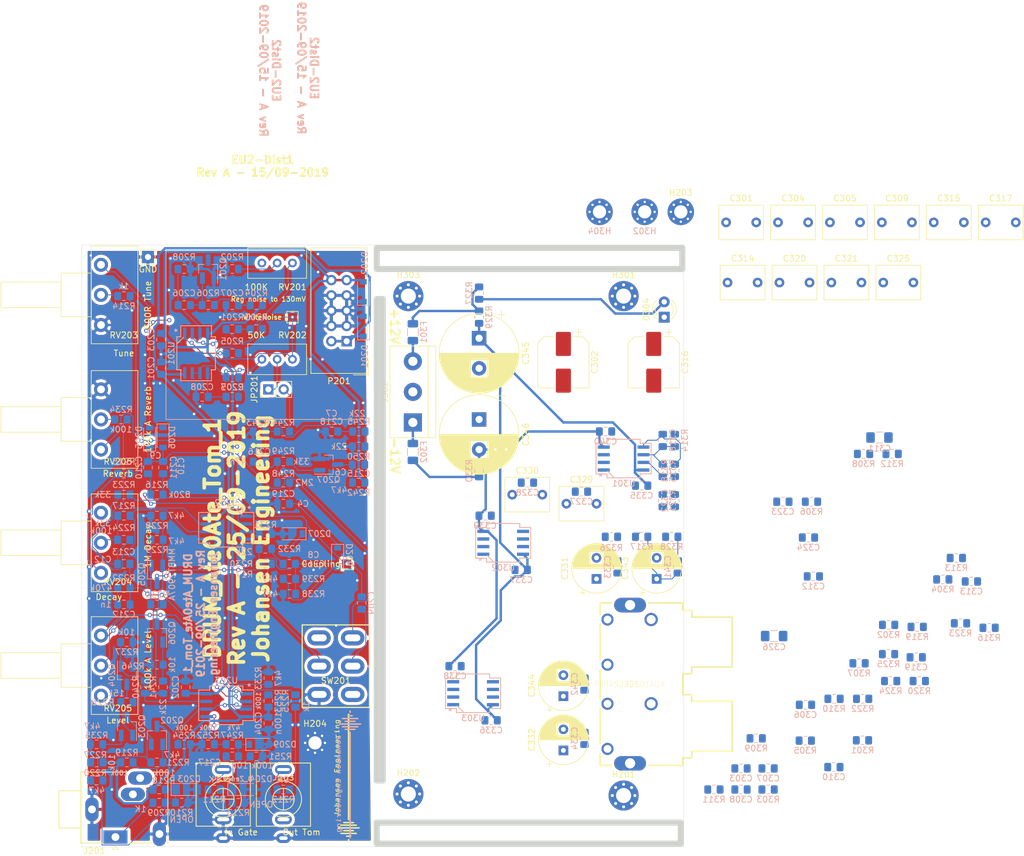
<source format=kicad_pcb>
(kicad_pcb (version 20171130) (host pcbnew "(5.1.0)-1")
  (layers (0 F.Cu signal) (31 B.Cu signal) (34 B.Paste user) (35 F.Paste user hide) (36 B.SilkS user) (37 F.SilkS user) (38 B.Mask user) (39 F.Mask user) (44 Edge.Cuts user))
  (net 0 "")
  (net 1 GND)
  (net 2 "Net-(J201-PadT)")
  (net 3 -12V)
  (net 4 +12V)
  (net 5 "Net-(C301-Pad2)")
  (net 6 "Net-(C302-Pad1)")
  (net 7 "Net-(C306-Pad1)")
  (net 8 "Net-(C310-Pad1)")
  (net 9 InAccent)
  (net 10 InGate)
  (net 11 "Net-(J202-PadT)")
  (net 12 "Net-(J203-PadT)")
  (net 13 "Net-(C205-Pad2)")
  (net 14 "Net-(Q202-Pad1)")
  (net 15 "Net-(Q203-Pad1)")
  (net 16 "Net-(Q203-Pad3)")
  (net 17 "Net-(Q204-Pad1)")
  (net 18 "Net-(Q204-Pad3)")
  (net 19 OutTom)
  (net 20 "Net-(R215-Pad1)")
  (net 21 "Net-(C206-Pad2)")
  (net 22 "Net-(C206-Pad1)")
  (net 23 "Net-(C208-Pad1)")
  (net 24 "Net-(C209-Pad1)")
  (net 25 "Net-(C210-Pad2)")
  (net 26 "Net-(C210-Pad1)")
  (net 27 "Net-(C212-Pad1)")
  (net 28 "Net-(C213-Pad1)")
  (net 29 "Net-(D208-Pad2)")
  (net 30 "Net-(Q206-Pad1)")
  (net 31 "Net-(R240-Pad1)")
  (net 32 /KicadJE_AteOhAte2/PinkNoise)
  (net 33 "Net-(C207-Pad1)")
  (net 34 "Net-(C209-Pad2)")
  (net 35 "Net-(C212-Pad2)")
  (net 36 /KicadJE_AteOhAte2/Coupling)
  (net 37 "Net-(C214-Pad1)")
  (net 38 "Net-(C215-Pad1)")
  (net 39 "Net-(C215-Pad2)")
  (net 40 "Net-(C216-Pad2)")
  (net 41 "Net-(C216-Pad1)")
  (net 42 "Net-(C217-Pad2)")
  (net 43 "Net-(C218-Pad1)")
  (net 44 "Net-(C219-Pad1)")
  (net 45 "Net-(D205-Pad1)")
  (net 46 NoiseIn)
  (net 47 "Net-(JP201-Pad1)")
  (net 48 /KicadJE_AteOhAte2/PNP_E)
  (net 49 "Net-(Q203-Pad2)")
  (net 50 /KicadJE_AteOhAte2/PNP_B)
  (net 51 "Net-(Q206-Pad3)")
  (net 52 "Net-(Q207-Pad1)")
  (net 53 "Net-(R201-Pad2)")
  (net 54 /KicadJE_AteOhAte2/WhiteNoise)
  (net 55 "Net-(R202-Pad2)")
  (net 56 "Net-(R203-Pad2)")
  (net 57 "Net-(R214-Pad1)")
  (net 58 "Net-(R217-Pad2)")
  (net 59 "Net-(R217-Pad1)")
  (net 60 "Net-(R230-Pad2)")
  (net 61 "Net-(R230-Pad1)")
  (net 62 "Net-(R233-Pad2)")
  (net 63 "Net-(R234-Pad2)")
  (net 64 "Net-(R247-Pad1)")
  (net 65 "Net-(R253-Pad2)")
  (net 66 "Net-(C301-Pad1)")
  (net 67 "Net-(C304-Pad2)")
  (net 68 L_Rumble_Out)
  (net 69 "Net-(C309-Pad1)")
  (net 70 "Net-(C314-Pad1)")
  (net 71 L_GainOut)
  (net 72 "Net-(C313-Pad1)")
  (net 73 "Net-(C316-Pad1)")
  (net 74 "Net-(C317-Pad2)")
  (net 75 "Net-(C317-Pad1)")
  (net 76 "Net-(C320-Pad2)")
  (net 77 "Net-(C325-Pad1)")
  (net 78 R_Rumble_Out)
  (net 79 "Net-(C329-Pad1)")
  (net 80 R_GainOut)
  (net 81 "Net-(C328-Pad1)")
  (net 82 In_L)
  (net 83 "Net-(C331-Pad2)")
  (net 84 "Net-(C332-Pad2)")
  (net 85 Out_L)
  (net 86 In_R)
  (net 87 "Net-(C341-Pad1)")
  (net 88 Out_R)
  (net 89 "Net-(C342-Pad1)")
  (net 90 "Net-(D304-Pad2)")
  (net 91 "Net-(D304-Pad1)")
  (net 92 "Net-(R304-Pad1)")
  (net 93 "Net-(C306-Pad2)")
  (net 94 "Net-(C312-Pad1)")
  (net 95 "Net-(C318-Pad1)")
  (net 96 "Net-(C322-Pad1)")
  (net 97 "Net-(C318-Pad2)")
  (net 98 "Net-(R319-Pad1)")
  (net 99 "Net-(C327-Pad1)")
  (net 100 /KicadJE_AteOhAte3/-PSU)
  (net 101 /KicadJE_AteOhAte3/+PSU)
  (net 102 "Net-(F301-Pad2)")
  (module AJ:Johansen_engineering_logo_25mm_front_neg5 (layer B.Cu) (at 94.5 138 270)
    (fp_text reference G*** hide)
    (fp_text value LOGO hide)
  )
  (module AJ:Johansen_engineering_logo_25mm_front_neg5 (layer F.Cu) (at 94.25 138.5 90)
    (fp_text reference G*** hide)
    (fp_text value LOGO hide)
  )
  (module AJ-Dropbox-Kicad:AJ_SO-8_5.3x6.2mm_P1.27mm (layer B.Cu) (at 69 68 270)
    (fp_text reference U201 (at 0 4.13 270) (layer B.SilkS) (effects (justify mirror)))
    (fp_text value TL072)
    (fp_text user * (at -3.81 3.048 270) (layer B.SilkS) (effects (justify mirror)))
    (pad 8 smd rect (at 3.3 1.905 270) (size 2 0.55) (layers B.Cu B.Paste B.Mask) (net 3 -12V))
    (pad 7 smd rect (at 3.3 0.635 270) (size 2 0.55) (layers B.Cu B.Paste B.Mask) (net 32 /KicadJE_AteOhAte2/PinkNoise))
    (pad 6 smd rect (at 3.3 -0.635 270) (size 2 0.55) (layers B.Cu B.Paste B.Mask) (net 32 /KicadJE_AteOhAte2/PinkNoise))
    (pad 5 smd rect (at 3.3 -1.905 270) (size 2 0.55) (layers B.Cu B.Paste B.Mask) (net 23 "Net-(C208-Pad1)"))
    (pad 4 smd rect (at -3.3 -1.905 270) (size 2 0.55) (layers B.Cu B.Paste B.Mask) (net 4 +12V))
    (pad 3 smd rect (at -3.3 -0.635 270) (size 2 0.55) (layers B.Cu B.Paste B.Mask) (net 22 "Net-(C206-Pad1)"))
    (pad 2 smd rect (at -3.3 0.635 270) (size 2 0.55) (layers B.Cu B.Paste B.Mask) (net 56 "Net-(R203-Pad2)"))
    (pad 1 smd rect (at -3.3 1.905 270) (size 2 0.55) (layers B.Cu B.Paste B.Mask) (net 54 /KicadJE_AteOhAte2/WhiteNoise))
  )
  (module Potentiometer_THT:Potentiometer_Bourns_3296W_Vertical (layer F.Cu) (at 85 69)
    (fp_text reference RV202 (at 0 -4) (layer F.SilkS))
    (fp_text value 50K (at -6 -4) (layer F.SilkS))
    (pad 3 thru_hole circle (at -5.08 0) (size 1.44 1.44) (drill 0.8) (layers *.Cu *.Mask) (net 32 /KicadJE_AteOhAte2/PinkNoise))
    (pad 2 thru_hole circle (at -2.54 0) (size 1.44 1.44) (drill 0.8) (layers *.Cu *.Mask) (net 47 "Net-(JP201-Pad1)"))
    (pad 1 thru_hole circle (at 0 0) (size 1.44 1.44) (drill 0.8) (layers *.Cu *.Mask) (net 54 /KicadJE_AteOhAte2/WhiteNoise))
  )
  (module Potentiometer_THT:Potentiometer_Bourns_3296W_Vertical (layer F.Cu) (at 85 53)
    (fp_text reference RV201 (at 0 4) (layer F.SilkS))
    (fp_text value 100K (at -6 4) (layer F.SilkS))
    (pad 3 thru_hole circle (at -5.08 0) (size 1.44 1.44) (drill 0.8) (layers *.Cu *.Mask))
    (pad 2 thru_hole circle (at -2.54 0) (size 1.44 1.44) (drill 0.8) (layers *.Cu *.Mask) (net 55 "Net-(R202-Pad2)"))
    (pad 1 thru_hole circle (at 0 0) (size 1.44 1.44) (drill 0.8) (layers *.Cu *.Mask) (net 53 "Net-(R201-Pad2)"))
  )
  (module Resistor_SMD:R_0805_2012Metric_Pad1.15x1.40mm_HandSolder (layer B.Cu) (at 83.5 81)
    (fp_text reference R244 (at 0 -1.5) (layer B.SilkS) (effects (justify mirror)))
    (fp_text value 33k)
    (pad 2 smd roundrect (at 1.025 0) (size 1.15 1.4) (layers B.Cu B.Paste B.Mask) (roundrect_rratio 0.217391) (net 46 NoiseIn))
    (pad 1 smd roundrect (at -1.025 0) (size 1.15 1.4) (layers B.Cu B.Paste B.Mask) (roundrect_rratio 0.217391) (net 41 "Net-(C216-Pad1)"))
  )
  (module Resistor_SMD:R_0805_2012Metric_Pad1.15x1.40mm_HandSolder (layer B.Cu) (at 79.5 81)
    (fp_text reference R243 (at -0.25 -1.5) (layer B.SilkS) (effects (justify mirror)))
    (fp_text value 3k3)
    (pad 2 smd roundrect (at 1.025 0) (size 1.15 1.4) (layers B.Cu B.Paste B.Mask) (roundrect_rratio 0.217391) (net 41 "Net-(C216-Pad1)"))
    (pad 1 smd roundrect (at -1.025 0) (size 1.15 1.4) (layers B.Cu B.Paste B.Mask) (roundrect_rratio 0.217391) (net 1 GND))
  )
  (module Resistor_SMD:R_0805_2012Metric_Pad1.15x1.40mm_HandSolder (layer B.Cu) (at 67 54)
    (fp_text reference R208 (at 0 -2) (layer B.SilkS) (effects (justify mirror)))
    (fp_text value 300R)
    (pad 2 smd roundrect (at 1.025 0) (size 1.15 1.4) (layers B.Cu B.Paste B.Mask) (roundrect_rratio 0.217391) (net 1 GND))
    (pad 1 smd roundrect (at -1.025 0) (size 1.15 1.4) (layers B.Cu B.Paste B.Mask) (roundrect_rratio 0.217391) (net 22 "Net-(C206-Pad1)"))
  )
  (module Resistor_SMD:R_0805_2012Metric_Pad1.15x1.40mm_HandSolder (layer B.Cu) (at 75 75.25 180)
    (fp_text reference R207 (at 0 1.65 180) (layer B.SilkS) (effects (justify mirror)))
    (fp_text value 22k)
    (pad 2 smd roundrect (at 1.025 0 180) (size 1.15 1.4) (layers B.Cu B.Paste B.Mask) (roundrect_rratio 0.217391) (net 23 "Net-(C208-Pad1)"))
    (pad 1 smd roundrect (at -1.025 0 180) (size 1.15 1.4) (layers B.Cu B.Paste B.Mask) (roundrect_rratio 0.217391) (net 13 "Net-(C205-Pad2)"))
  )
  (module Resistor_SMD:R_0805_2012Metric_Pad1.15x1.40mm_HandSolder (layer B.Cu) (at 71.025 60)
    (fp_text reference R206 (at -0.025 -2) (layer B.SilkS) (effects (justify mirror)))
    (fp_text value 1M)
    (pad 2 smd roundrect (at 1.025 0) (size 1.15 1.4) (layers B.Cu B.Paste B.Mask) (roundrect_rratio 0.217391) (net 33 "Net-(C207-Pad1)"))
    (pad 1 smd roundrect (at -1.025 0) (size 1.15 1.4) (layers B.Cu B.Paste B.Mask) (roundrect_rratio 0.217391) (net 21 "Net-(C206-Pad2)"))
  )
  (module Resistor_SMD:R_0805_2012Metric_Pad1.15x1.40mm_HandSolder (layer B.Cu) (at 75 68)
    (fp_text reference R205 (at 0 -2) (layer B.SilkS) (effects (justify mirror)))
    (fp_text value 22k)
    (pad 2 smd roundrect (at 1.025 0) (size 1.15 1.4) (layers B.Cu B.Paste B.Mask) (roundrect_rratio 0.217391) (net 13 "Net-(C205-Pad2)"))
    (pad 1 smd roundrect (at -1.025 0) (size 1.15 1.4) (layers B.Cu B.Paste B.Mask) (roundrect_rratio 0.217391) (net 54 /KicadJE_AteOhAte2/WhiteNoise))
  )
  (module Resistor_SMD:R_0805_2012Metric_Pad1.15x1.40mm_HandSolder (layer B.Cu) (at 79 60 180)
    (fp_text reference R204 (at 0 2 180) (layer B.SilkS) (effects (justify mirror)))
    (fp_text value 100R)
    (pad 2 smd roundrect (at 1.025 0 180) (size 1.15 1.4) (layers B.Cu B.Paste B.Mask) (roundrect_rratio 0.217391) (net 33 "Net-(C207-Pad1)"))
    (pad 1 smd roundrect (at -1.025 0 180) (size 1.15 1.4) (layers B.Cu B.Paste B.Mask) (roundrect_rratio 0.217391) (net 4 +12V))
  )
  (module Resistor_SMD:R_0805_2012Metric_Pad1.15x1.40mm_HandSolder (layer B.Cu) (at 79 64)
    (fp_text reference R203 (at 0 -2) (layer B.SilkS) (effects (justify mirror)))
    (fp_text value 330K)
    (pad 2 smd roundrect (at 1.025 0) (size 1.15 1.4) (layers B.Cu B.Paste B.Mask) (roundrect_rratio 0.217391) (net 56 "Net-(R203-Pad2)"))
    (pad 1 smd roundrect (at -1.025 0) (size 1.15 1.4) (layers B.Cu B.Paste B.Mask) (roundrect_rratio 0.217391) (net 53 "Net-(R201-Pad2)"))
  )
  (module Resistor_SMD:R_0805_2012Metric_Pad1.15x1.40mm_HandSolder (layer B.Cu) (at 75 54)
    (fp_text reference R202 (at 0 -2) (layer B.SilkS) (effects (justify mirror)))
    (fp_text value 4k7)
    (pad 2 smd roundrect (at 1.025 0) (size 1.15 1.4) (layers B.Cu B.Paste B.Mask) (roundrect_rratio 0.217391) (net 55 "Net-(R202-Pad2)"))
    (pad 1 smd roundrect (at -1.025 0) (size 1.15 1.4) (layers B.Cu B.Paste B.Mask) (roundrect_rratio 0.217391) (net 1 GND))
  )
  (module Resistor_SMD:R_0805_2012Metric_Pad1.15x1.40mm_HandSolder (layer B.Cu) (at 75 64)
    (fp_text reference R201 (at 0 -2) (layer B.SilkS) (effects (justify mirror)))
    (fp_text value 1M)
    (pad 2 smd roundrect (at 1.025 0) (size 1.15 1.4) (layers B.Cu B.Paste B.Mask) (roundrect_rratio 0.217391) (net 53 "Net-(R201-Pad2)"))
    (pad 1 smd roundrect (at -1.025 0) (size 1.15 1.4) (layers B.Cu B.Paste B.Mask) (roundrect_rratio 0.217391) (net 54 /KicadJE_AteOhAte2/WhiteNoise))
  )
  (module Package_TO_SOT_SMD:SOT-23_Handsoldering (layer B.Cu) (at 71 54 90)
    (fp_text reference Q201 (at 0 2.5 90) (layer B.SilkS) (effects (justify mirror)))
    (fp_text value MMBT2222A)
    (pad 3 smd rect (at 1.5 0 90) (size 1.9 0.8) (layers B.Cu B.Paste B.Mask))
    (pad 2 smd rect (at -1.5 -0.95 90) (size 1.9 0.8) (layers B.Cu B.Paste B.Mask) (net 21 "Net-(C206-Pad2)"))
    (pad 1 smd rect (at -1.5 0.95 90) (size 1.9 0.8) (layers B.Cu B.Paste B.Mask) (net 1 GND))
  )
  (module Connector_PinHeader_2.54mm:PinHeader_1x02_P2.54mm_Vertical (layer F.Cu) (at 81 74 90)
    (fp_text reference JP201 (at 0 -2.33 90) (layer F.SilkS))
    (fp_text value Jumper)
    (pad 2 thru_hole oval (at 0 2.54 90) (size 1.7 1.7) (drill 1) (layers *.Cu *.Mask) (net 46 NoiseIn))
    (pad 1 thru_hole rect (at 0 0 90) (size 1.7 1.7) (drill 1) (layers *.Cu *.Mask) (net 47 "Net-(JP201-Pad1)"))
  )
  (module Capacitor_SMD:C_0805_2012Metric_Pad1.15x1.40mm_HandSolder (layer B.Cu) (at 79.5 86 180)
    (fp_text reference C216 (at 0 1.65 180) (layer B.SilkS) (effects (justify mirror)))
    (fp_text value 47n (at 3.5 0 180) (layer B.SilkS) (effects (justify mirror)))
    (pad 2 smd roundrect (at 1.025 0 180) (size 1.15 1.4) (layers B.Cu B.Paste B.Mask) (roundrect_rratio 0.217391) (net 40 "Net-(C216-Pad2)"))
    (pad 1 smd roundrect (at -1.025 0 180) (size 1.15 1.4) (layers B.Cu B.Paste B.Mask) (roundrect_rratio 0.217391) (net 41 "Net-(C216-Pad1)"))
  )
  (module Capacitor_SMD:C_0805_2012Metric_Pad1.15x1.40mm_HandSolder (layer B.Cu) (at 70 75.25 180)
    (fp_text reference C208 (at 0 1.65 180) (layer B.SilkS) (effects (justify mirror)))
    (fp_text value 18n)
    (pad 2 smd roundrect (at 1.025 0 180) (size 1.15 1.4) (layers B.Cu B.Paste B.Mask) (roundrect_rratio 0.217391) (net 1 GND))
    (pad 1 smd roundrect (at -1.025 0 180) (size 1.15 1.4) (layers B.Cu B.Paste B.Mask) (roundrect_rratio 0.217391) (net 23 "Net-(C208-Pad1)"))
  )
  (module Capacitor_SMD:C_0805_2012Metric_Pad1.15x1.40mm_HandSolder (layer B.Cu) (at 75 60 180)
    (fp_text reference C207 (at 0 2 180) (layer B.SilkS) (effects (justify mirror)))
    (fp_text value 22u)
    (pad 2 smd roundrect (at 1.025 0 180) (size 1.15 1.4) (layers B.Cu B.Paste B.Mask) (roundrect_rratio 0.217391) (net 1 GND))
    (pad 1 smd roundrect (at -1.025 0 180) (size 1.15 1.4) (layers B.Cu B.Paste B.Mask) (roundrect_rratio 0.217391) (net 33 "Net-(C207-Pad1)"))
  )
  (module Capacitor_SMD:C_0805_2012Metric_Pad1.15x1.40mm_HandSolder (layer B.Cu) (at 67.025 60)
    (fp_text reference C206 (at -0.025 -2) (layer B.SilkS) (effects (justify mirror)))
    (fp_text value 1u)
    (pad 2 smd roundrect (at 1.025 0) (size 1.15 1.4) (layers B.Cu B.Paste B.Mask) (roundrect_rratio 0.217391) (net 21 "Net-(C206-Pad2)"))
    (pad 1 smd roundrect (at -1.025 0) (size 1.15 1.4) (layers B.Cu B.Paste B.Mask) (roundrect_rratio 0.217391) (net 22 "Net-(C206-Pad1)"))
  )
  (module Capacitor_SMD:C_0805_2012Metric_Pad1.15x1.40mm_HandSolder (layer B.Cu) (at 75 72)
    (fp_text reference C205 (at 0 1.65) (layer B.SilkS) (effects (justify mirror)))
    (fp_text value 39n)
    (pad 2 smd roundrect (at 1.025 0) (size 1.15 1.4) (layers B.Cu B.Paste B.Mask) (roundrect_rratio 0.217391) (net 13 "Net-(C205-Pad2)"))
    (pad 1 smd roundrect (at -1.025 0) (size 1.15 1.4) (layers B.Cu B.Paste B.Mask) (roundrect_rratio 0.217391) (net 32 /KicadJE_AteOhAte2/PinkNoise))
  )
  (module Package_TO_SOT_SMD:SOT-23_Handsoldering (layer B.Cu) (at 57.5 121.5 270)
    (fp_text reference Q204 (at 0 2.5 270) (layer B.SilkS) (effects (justify mirror)))
    (fp_text value MMBT2222A)
    (pad 1 smd rect (at -1.5 0.95 270) (size 1.9 0.8) (layers B.Cu B.Paste B.Mask) (net 17 "Net-(Q204-Pad1)"))
    (pad 2 smd rect (at -1.5 -0.95 270) (size 1.9 0.8) (layers B.Cu B.Paste B.Mask) (net 1 GND))
    (pad 3 smd rect (at 1.5 0 270) (size 1.9 0.8) (layers B.Cu B.Paste B.Mask) (net 18 "Net-(Q204-Pad3)"))
  )
  (module Resistor_SMD:R_0805_2012Metric_Pad1.15x1.40mm_HandSolder (layer B.Cu) (at 83.475 140.5)
    (fp_text reference R212 (at 0 1.65) (layer B.SilkS) (effects (justify mirror)))
    (fp_text value 0R (at 0 -1.65) (layer B.SilkS) (effects (justify mirror)))
    (pad 1 smd roundrect (at -1.025 0) (size 1.15 1.4) (layers B.Cu B.Paste B.Mask) (roundrect_rratio 0.217391) (net 12 "Net-(J203-PadT)"))
    (pad 2 smd roundrect (at 1.025 0) (size 1.15 1.4) (layers B.Cu B.Paste B.Mask) (roundrect_rratio 0.217391) (net 19 OutTom))
  )
  (module Capacitor_SMD:C_0805_2012Metric_Pad1.15x1.40mm_HandSolder (layer B.Cu) (at 63.175001 70.475001 270)
    (fp_text reference C201 (at 0 1.65 270) (layer B.SilkS) (effects (justify mirror)))
    (fp_text value 100n)
    (pad 1 smd roundrect (at -1.025 0 270) (size 1.15 1.4) (layers B.Cu B.Paste B.Mask) (roundrect_rratio 0.217391) (net 1 GND))
    (pad 2 smd roundrect (at 1.025 0 270) (size 1.15 1.4) (layers B.Cu B.Paste B.Mask) (roundrect_rratio 0.217391) (net 3 -12V))
  )
  (module Capacitor_SMD:C_0805_2012Metric_Pad1.15x1.40mm_HandSolder (layer B.Cu) (at 67.25 123.5 270)
    (fp_text reference C202 (at 0 1.65 270) (layer B.SilkS) (effects (justify mirror)))
    (fp_text value 100n)
    (pad 2 smd roundrect (at 1.025 0 270) (size 1.15 1.4) (layers B.Cu B.Paste B.Mask) (roundrect_rratio 0.217391) (net 3 -12V))
    (pad 1 smd roundrect (at -1.025 0 270) (size 1.15 1.4) (layers B.Cu B.Paste B.Mask) (roundrect_rratio 0.217391) (net 1 GND))
  )
  (module Capacitor_SMD:C_0805_2012Metric_Pad1.15x1.40mm_HandSolder (layer B.Cu) (at 63.175001 65.725001 270)
    (fp_text reference C203 (at 0 1.65 270) (layer B.SilkS) (effects (justify mirror)))
    (fp_text value 100n)
    (pad 2 smd roundrect (at 1.025 0 270) (size 1.15 1.4) (layers B.Cu B.Paste B.Mask) (roundrect_rratio 0.217391) (net 1 GND))
    (pad 1 smd roundrect (at -1.025 0 270) (size 1.15 1.4) (layers B.Cu B.Paste B.Mask) (roundrect_rratio 0.217391) (net 4 +12V))
  )
  (module Capacitor_SMD:C_0805_2012Metric_Pad1.15x1.40mm_HandSolder (layer B.Cu) (at 81 129.5 270)
    (fp_text reference C204 (at 0 1.65 270) (layer B.SilkS) (effects (justify mirror)))
    (fp_text value 100n (at 0 -1.65 270) (layer B.SilkS) (effects (justify mirror)))
    (pad 2 smd roundrect (at 1.025 0 270) (size 1.15 1.4) (layers B.Cu B.Paste B.Mask) (roundrect_rratio 0.217391) (net 1 GND))
    (pad 1 smd roundrect (at -1.025 0 270) (size 1.15 1.4) (layers B.Cu B.Paste B.Mask) (roundrect_rratio 0.217391) (net 4 +12V))
  )
  (module Diode_SMD:D_SOD-123 (layer B.Cu) (at 96.814999 63.524999 90)
    (fp_text reference D201 (at -4.975001 0.185001 90) (layer B.SilkS) (effects (justify mirror)))
    (fp_text value 1N1007)
    (pad 2 smd rect (at 1.65 0 90) (size 0.9 1.2) (layers B.Cu B.Paste B.Mask) (net 1 GND))
    (pad 1 smd rect (at -1.65 0 90) (size 0.9 1.2) (layers B.Cu B.Paste B.Mask) (net 3 -12V))
  )
  (module Diode_SMD:D_MiniMELF (layer B.Cu) (at 67.4 140.5)
    (fp_text reference D203 (at 0.45 -1.75) (layer B.SilkS) (effects (justify mirror)))
    (fp_text value D_Zener)
    (pad 2 smd rect (at 1.75 0) (size 1.3 1.7) (layers B.Cu B.Paste B.Mask) (net 1 GND))
    (pad 1 smd rect (at -1.75 0) (size 1.3 1.7) (layers B.Cu B.Paste B.Mask) (net 9 InAccent))
  )
  (module Diode_SMD:D_SOD-123 (layer B.Cu) (at 96.814999 57.774999 90)
    (fp_text reference D202 (at 4.774999 0.185001 90) (layer B.SilkS) (effects (justify mirror)))
    (fp_text value 1N1007)
    (pad 1 smd rect (at -1.65 0 90) (size 0.9 1.2) (layers B.Cu B.Paste B.Mask) (net 1 GND))
    (pad 2 smd rect (at 1.65 0 90) (size 0.9 1.2) (layers B.Cu B.Paste B.Mask) (net 4 +12V))
  )
  (module Diode_SMD:D_MiniMELF (layer B.Cu) (at 76.8 140.5)
    (fp_text reference D204 (at 2.95 -1.75) (layer B.SilkS) (effects (justify mirror)))
    (fp_text value D_Zener (at -0.8 -1.75) (layer B.SilkS) (effects (font (size 0.8 0.8)) (justify mirror)))
    (pad 1 smd rect (at -1.75 0) (size 1.3 1.7) (layers B.Cu B.Paste B.Mask) (net 10 InGate))
    (pad 2 smd rect (at 1.75 0) (size 1.3 1.7) (layers B.Cu B.Paste B.Mask) (net 1 GND))
  )
  (module AJ-Dropbox-Kicad:PJ301SM (layer F.Cu) (at 83.5 142.1)
    (fp_text reference J203 (at 0 -3.5) (layer F.SilkS) (effects (font (size 0.75 1) (thickness 0.125))))
    (fp_text value "Out Tom" (at 3 5.5) (layer F.SilkS))
    (pad TN thru_hole oval (at 0 3.38) (size 2.8 1.6) (drill oval 2 0.6) (layers *.Cu *.Mask))
    (pad S thru_hole oval (at 0 6.48) (size 2.4 1.6) (drill oval 1.4 0.6) (layers *.Cu *.Mask) (net 1 GND))
    (pad T thru_hole oval (at 0 -4.92) (size 2.8 1.5) (drill oval 2.1 0.5) (layers *.Cu *.Mask) (net 12 "Net-(J203-PadT)"))
  )
  (module Connectors_IDC:IDC-Header_2x05_Pitch2.54mm_Straight (layer F.Cu) (at 94 66 180)
    (fp_text reference P201 (at 1.27 -6.604 180) (layer F.SilkS))
    (fp_text value Doepfer_Power_10pin)
    (pad 1 thru_hole rect (at 0 0 180) (size 1.7272 1.7272) (drill 1.016) (layers *.Cu *.Mask) (net 3 -12V))
    (pad 2 thru_hole oval (at 2.54 0 180) (size 1.7272 1.7272) (drill 1.016) (layers *.Cu *.Mask) (net 3 -12V))
    (pad 3 thru_hole oval (at 0 2.54 180) (size 1.7272 1.7272) (drill 1.016) (layers *.Cu *.Mask) (net 1 GND))
    (pad 4 thru_hole oval (at 2.54 2.54 180) (size 1.7272 1.7272) (drill 1.016) (layers *.Cu *.Mask) (net 1 GND))
    (pad 5 thru_hole oval (at 0 5.08 180) (size 1.7272 1.7272) (drill 1.016) (layers *.Cu *.Mask) (net 1 GND))
    (pad 6 thru_hole oval (at 2.54 5.08 180) (size 1.7272 1.7272) (drill 1.016) (layers *.Cu *.Mask) (net 1 GND))
    (pad 7 thru_hole oval (at 0 7.62 180) (size 1.7272 1.7272) (drill 1.016) (layers *.Cu *.Mask) (net 1 GND))
    (pad 8 thru_hole oval (at 2.54 7.62 180) (size 1.7272 1.7272) (drill 1.016) (layers *.Cu *.Mask) (net 1 GND))
    (pad 9 thru_hole oval (at 0 10.16 180) (size 1.7272 1.7272) (drill 1.016) (layers *.Cu *.Mask) (net 4 +12V))
    (pad 10 thru_hole oval (at 2.54 10.16 180) (size 1.7272 1.7272) (drill 1.016) (layers *.Cu *.Mask) (net 4 +12V))
  )
  (module Resistor_SMD:R_0805_2012Metric_Pad1.15x1.40mm_HandSolder (layer B.Cu) (at 62.85 142.7)
    (fp_text reference R209 (at 0 1.65) (layer B.SilkS) (effects (justify mirror)))
    (fp_text value 1K (at -3.1 1.05) (layer B.SilkS) (effects (justify mirror)))
    (pad 2 smd roundrect (at 1.025 0) (size 1.15 1.4) (layers B.Cu B.Paste B.Mask) (roundrect_rratio 0.217391) (net 9 InAccent))
    (pad 1 smd roundrect (at -1.025 0) (size 1.15 1.4) (layers B.Cu B.Paste B.Mask) (roundrect_rratio 0.217391) (net 2 "Net-(J201-PadT)"))
  )
  (module Resistor_SMD:R_0805_2012Metric_Pad1.15x1.40mm_HandSolder (layer B.Cu) (at 66.6 142.674999)
    (fp_text reference R210 (at 0 1.65) (layer B.SilkS) (effects (justify mirror)))
    (fp_text value OPEN (at 0 2.825001) (layer B.SilkS) (effects (justify mirror)))
    (pad 1 smd roundrect (at -1.025 0) (size 1.15 1.4) (layers B.Cu B.Paste B.Mask) (roundrect_rratio 0.217391) (net 9 InAccent))
    (pad 2 smd roundrect (at 1.025 0) (size 1.15 1.4) (layers B.Cu B.Paste B.Mask) (roundrect_rratio 0.217391) (net 1 GND))
  )
  (module Resistor_SMD:R_0805_2012Metric_Pad1.15x1.40mm_HandSolder (layer B.Cu) (at 72 140.5)
    (fp_text reference R211 (at 0 1.65) (layer B.SilkS) (effects (justify mirror)))
    (fp_text value 1K (at 0 -1.65) (layer B.SilkS) (effects (justify mirror)))
    (pad 2 smd roundrect (at 1.025 0) (size 1.15 1.4) (layers B.Cu B.Paste B.Mask) (roundrect_rratio 0.217391) (net 10 InGate))
    (pad 1 smd roundrect (at -1.025 0) (size 1.15 1.4) (layers B.Cu B.Paste B.Mask) (roundrect_rratio 0.217391) (net 11 "Net-(J202-PadT)"))
  )
  (module Resistor_SMD:R_0805_2012Metric_Pad1.15x1.40mm_HandSolder (layer B.Cu) (at 76 142.7)
    (fp_text reference R213 (at 0 1.65) (layer B.SilkS) (effects (justify mirror)))
    (fp_text value OPEN (at 3.8 0.3) (layer B.SilkS) (effects (justify mirror)))
    (pad 1 smd roundrect (at -1.025 0) (size 1.15 1.4) (layers B.Cu B.Paste B.Mask) (roundrect_rratio 0.217391) (net 10 InGate))
    (pad 2 smd roundrect (at 1.025 0) (size 1.15 1.4) (layers B.Cu B.Paste B.Mask) (roundrect_rratio 0.217391) (net 1 GND))
  )
  (module AJ-Dropbox-Kicad:SPDTx2 (layer F.Cu) (at 92.206 120)
    (fp_text reference SW201 (at 0 2.413) (layer F.SilkS))
    (fp_text value Con/Tom)
    (pad 2 thru_hole oval (at -2.794 0) (size 3.9 2.5) (drill oval 2.55 1.15) (layers *.Cu *.Mask) (net 60 "Net-(R230-Pad2)"))
    (pad 3 thru_hole oval (at -2.794 -4.7) (size 3.9 2.5) (drill oval 2.55 1.15) (layers *.Cu *.Mask))
    (pad 1 thru_hole oval (at -2.794 4.7) (size 3.9 2.5) (drill oval 2.55 1.15) (layers *.Cu *.Mask) (net 1 GND))
    (pad 6 thru_hole oval (at 2.794 -4.7) (size 3.9 2.5) (drill oval 2.55 1.15) (layers *.Cu *.Mask) (net 25 "Net-(C210-Pad2)"))
    (pad 4 thru_hole oval (at 2.794 4.7) (size 3.9 2.5) (drill oval 2.55 1.15) (layers *.Cu *.Mask))
    (pad 5 thru_hole oval (at 2.794 0) (size 3.9 2.5) (drill oval 2.55 1.15) (layers *.Cu *.Mask) (net 24 "Net-(C209-Pad1)"))
  )
  (module AJ-Dropbox-Kicad:AJ_SO-8_5.3x6.2mm_P1.27mm (layer B.Cu) (at 74 97 180)
    (fp_text reference U202 (at 0 4.13 180) (layer B.SilkS) (effects (justify mirror)))
    (fp_text value TL072)
    (fp_text user * (at -3.81 3.048 180) (layer B.SilkS) (effects (justify mirror)))
    (pad 8 smd rect (at 3.3 1.905 180) (size 2 0.55) (layers B.Cu B.Paste B.Mask) (net 3 -12V))
    (pad 7 smd rect (at 3.3 0.635 180) (size 2 0.55) (layers B.Cu B.Paste B.Mask) (net 58 "Net-(R217-Pad2)"))
    (pad 6 smd rect (at 3.3 -0.635 180) (size 2 0.55) (layers B.Cu B.Paste B.Mask) (net 59 "Net-(R217-Pad1)"))
    (pad 5 smd rect (at 3.3 -1.905 180) (size 2 0.55) (layers B.Cu B.Paste B.Mask) (net 1 GND))
    (pad 4 smd rect (at -3.3 -1.905 180) (size 2 0.55) (layers B.Cu B.Paste B.Mask) (net 4 +12V))
    (pad 3 smd rect (at -3.3 -0.635 180) (size 2 0.55) (layers B.Cu B.Paste B.Mask) (net 61 "Net-(R230-Pad1)"))
    (pad 2 smd rect (at -3.3 0.635 180) (size 2 0.55) (layers B.Cu B.Paste B.Mask) (net 26 "Net-(C210-Pad1)"))
    (pad 1 smd rect (at -3.3 1.905 180) (size 2 0.55) (layers B.Cu B.Paste B.Mask) (net 34 "Net-(C209-Pad2)"))
  )
  (module AJ-Dropbox-Kicad:AJ_SO-8_5.3x6.2mm_P1.27mm (layer B.Cu) (at 74 126.5 180)
    (fp_text reference U203 (at 0 4.13 180) (layer B.SilkS) (effects (justify mirror)))
    (fp_text value TL072)
    (fp_text user * (at -3.81 3.048 180) (layer B.SilkS) (effects (justify mirror)))
    (pad 8 smd rect (at 3.3 1.905 180) (size 2 0.55) (layers B.Cu B.Paste B.Mask) (net 3 -12V))
    (pad 7 smd rect (at 3.3 0.635 180) (size 2 0.55) (layers B.Cu B.Paste B.Mask) (net 31 "Net-(R240-Pad1)"))
    (pad 6 smd rect (at 3.3 -0.635 180) (size 2 0.55) (layers B.Cu B.Paste B.Mask) (net 65 "Net-(R253-Pad2)"))
    (pad 5 smd rect (at 3.3 -1.905 180) (size 2 0.55) (layers B.Cu B.Paste B.Mask) (net 64 "Net-(R247-Pad1)"))
    (pad 4 smd rect (at -3.3 -1.905 180) (size 2 0.55) (layers B.Cu B.Paste B.Mask) (net 4 +12V))
    (pad 3 smd rect (at -3.3 -0.635 180) (size 2 0.55) (layers B.Cu B.Paste B.Mask) (net 62 "Net-(R233-Pad2)"))
    (pad 2 smd rect (at -3.3 0.635 180) (size 2 0.55) (layers B.Cu B.Paste B.Mask) (net 27 "Net-(C212-Pad1)"))
    (pad 1 smd rect (at -3.3 1.905 180) (size 2 0.55) (layers B.Cu B.Paste B.Mask) (net 35 "Net-(C212-Pad2)"))
  )
  (module Connector_Audio:Jack_3.5mm_Ledino_KB3SPRS_Horizontal (layer F.Cu) (at 55.6 148.4)
    (fp_text reference J201 (at -3.5 2.3) (layer F.SilkS))
    (fp_text value In_Accent)
    (pad S thru_hole oval (at -3.9 -4.6) (size 2.2 4) (drill 1.3) (layers *.Cu *.Mask) (net 1 GND))
    (pad R thru_hole oval (at 4.1 -9.8) (size 4 2.2) (drill 1.3) (layers *.Cu *.Mask))
    (pad RN thru_hole oval (at 2.9 -7.1) (size 4 2.2) (drill 1.3) (layers *.Cu *.Mask))
    (pad TN thru_hole oval (at 7.3 -0.5 90) (size 4 2.2) (drill 1.3) (layers *.Cu *.Mask) (net 1 GND))
    (pad T thru_hole rect (at 0 0) (size 4 2.2) (drill 1.3) (layers *.Cu *.Mask) (net 2 "Net-(J201-PadT)"))
  )
  (module Capacitor_SMD:C_0805_2012Metric_Pad1.15x1.40mm_HandSolder (layer B.Cu) (at 75 135)
    (fp_text reference C217 (at -3.75 1) (layer B.SilkS) (effects (justify mirror)))
    (fp_text value 10n (at 1.25 1.5) (layer B.SilkS) (effects (justify mirror)))
    (pad 1 smd roundrect (at -1.025 0) (size 1.15 1.4) (layers B.Cu B.Paste B.Mask) (roundrect_rratio 0.217391) (net 10 InGate))
    (pad 2 smd roundrect (at 1.025 0) (size 1.15 1.4) (layers B.Cu B.Paste B.Mask) (roundrect_rratio 0.217391) (net 42 "Net-(C217-Pad2)"))
  )
  (module Diode_SMD:D_SOD-123 (layer B.Cu) (at 79.5 133)
    (fp_text reference D209 (at 4.25 0) (layer B.SilkS) (effects (justify mirror)))
    (fp_text value 1N4148)
    (pad 1 smd rect (at -1.65 0) (size 0.9 1.2) (layers B.Cu B.Paste B.Mask) (net 42 "Net-(C217-Pad2)"))
    (pad 2 smd rect (at 1.65 0) (size 0.9 1.2) (layers B.Cu B.Paste B.Mask) (net 1 GND))
  )
  (module Package_TO_SOT_SMD:SOT-23_Handsoldering (layer B.Cu) (at 62.5 131.5 90)
    (fp_text reference Q202 (at 2.5 2.5 180) (layer B.SilkS) (effects (justify mirror)))
    (fp_text value MMBT2222A)
    (pad 1 smd rect (at -1.5 0.95 90) (size 1.9 0.8) (layers B.Cu B.Paste B.Mask) (net 14 "Net-(Q202-Pad1)"))
    (pad 2 smd rect (at -1.5 -0.95 90) (size 1.9 0.8) (layers B.Cu B.Paste B.Mask) (net 48 /KicadJE_AteOhAte2/PNP_E))
    (pad 3 smd rect (at 1.5 0 90) (size 1.9 0.8) (layers B.Cu B.Paste B.Mask) (net 4 +12V))
  )
  (module Package_TO_SOT_SMD:SOT-23_Handsoldering (layer B.Cu) (at 57.5 130 90)
    (fp_text reference Q203 (at 0 2.5 90) (layer B.SilkS) (effects (justify mirror)))
    (fp_text value MMBT2222A)
    (pad 3 smd rect (at 1.5 0 90) (size 1.9 0.8) (layers B.Cu B.Paste B.Mask) (net 16 "Net-(Q203-Pad3)"))
    (pad 2 smd rect (at -1.5 -0.95 90) (size 1.9 0.8) (layers B.Cu B.Paste B.Mask) (net 49 "Net-(Q203-Pad2)"))
    (pad 1 smd rect (at -1.5 0.95 90) (size 1.9 0.8) (layers B.Cu B.Paste B.Mask) (net 15 "Net-(Q203-Pad1)"))
  )
  (module Package_TO_SOT_SMD:SOT-23_Handsoldering (layer B.Cu) (at 62.5 114.5 90)
    (fp_text reference Q206 (at 0 2.5 90) (layer B.SilkS) (effects (justify mirror)))
    (fp_text value MMBT2222A)
    (pad 1 smd rect (at -1.5 0.95 90) (size 1.9 0.8) (layers B.Cu B.Paste B.Mask) (net 30 "Net-(Q206-Pad1)"))
    (pad 2 smd rect (at -1.5 -0.95 90) (size 1.9 0.8) (layers B.Cu B.Paste B.Mask) (net 1 GND))
    (pad 3 smd rect (at 1.5 0 90) (size 1.9 0.8) (layers B.Cu B.Paste B.Mask) (net 51 "Net-(Q206-Pad3)"))
  )
  (module Resistor_SMD:R_0805_2012Metric_Pad1.15x1.40mm_HandSolder (layer B.Cu) (at 62.85 140.5 180)
    (fp_text reference R218 (at -0.75 1.5 180) (layer B.SilkS) (effects (justify mirror)))
    (fp_text value 100k (at -0.9 2.75 180) (layer B.SilkS) (effects (justify mirror)))
    (pad 1 smd roundrect (at -1.025 0 180) (size 1.15 1.4) (layers B.Cu B.Paste B.Mask) (roundrect_rratio 0.217391) (net 9 InAccent))
    (pad 2 smd roundrect (at 1.025 0 180) (size 1.15 1.4) (layers B.Cu B.Paste B.Mask) (roundrect_rratio 0.217391) (net 4 +12V))
  )
  (module Resistor_SMD:R_0805_2012Metric_Pad1.15x1.40mm_HandSolder (layer B.Cu) (at 57.5 136 180)
    (fp_text reference R219 (at 0 1.65 180) (layer B.SilkS) (effects (justify mirror)))
    (fp_text value 100k (at 1.25 -1.75 180) (layer B.SilkS) (effects (font (size 0.8 0.8)) (justify mirror)))
    (pad 2 smd roundrect (at 1.025 0 180) (size 1.15 1.4) (layers B.Cu B.Paste B.Mask) (roundrect_rratio 0.217391) (net 4 +12V))
    (pad 1 smd roundrect (at -1.025 0 180) (size 1.15 1.4) (layers B.Cu B.Paste B.Mask) (roundrect_rratio 0.217391) (net 14 "Net-(Q202-Pad1)"))
  )
  (module Resistor_SMD:R_0805_2012Metric_Pad1.15x1.40mm_HandSolder (layer B.Cu) (at 52.5 139 180)
    (fp_text reference R220 (at 0.25 1.25 180) (layer B.SilkS) (effects (justify mirror)))
    (fp_text value 4k7 (at 0 -1.65 180) (layer B.SilkS) (effects (justify mirror)))
    (pad 1 smd roundrect (at -1.025 0 180) (size 1.15 1.4) (layers B.Cu B.Paste B.Mask) (roundrect_rratio 0.217391) (net 16 "Net-(Q203-Pad3)"))
    (pad 2 smd roundrect (at 1.025 0 180) (size 1.15 1.4) (layers B.Cu B.Paste B.Mask) (roundrect_rratio 0.217391) (net 9 InAccent))
  )
  (module Resistor_SMD:R_0805_2012Metric_Pad1.15x1.40mm_HandSolder (layer B.Cu) (at 62.5 136 180)
    (fp_text reference R221 (at -3.5 0 180) (layer B.SilkS) (effects (justify mirror)))
    (fp_text value 4k7 (at -2.5 1.25 180) (layer B.SilkS) (effects (justify mirror)))
    (pad 1 smd roundrect (at -1.025 0 180) (size 1.15 1.4) (layers B.Cu B.Paste B.Mask) (roundrect_rratio 0.217391) (net 14 "Net-(Q202-Pad1)"))
    (pad 2 smd roundrect (at 1.025 0 180) (size 1.15 1.4) (layers B.Cu B.Paste B.Mask) (roundrect_rratio 0.217391) (net 16 "Net-(Q203-Pad3)"))
  )
  (module Resistor_SMD:R_0805_2012Metric_Pad1.15x1.40mm_HandSolder (layer B.Cu) (at 57.5 126)
    (fp_text reference R226 (at -4 0) (layer B.SilkS) (effects (justify mirror)))
    (fp_text value 15k (at -1.75 -1.5) (layer B.SilkS) (effects (justify mirror)))
    (pad 2 smd roundrect (at 1.025 0) (size 1.15 1.4) (layers B.Cu B.Paste B.Mask) (roundrect_rratio 0.217391) (net 15 "Net-(Q203-Pad1)"))
    (pad 1 smd roundrect (at -1.025 0) (size 1.15 1.4) (layers B.Cu B.Paste B.Mask) (roundrect_rratio 0.217391) (net 18 "Net-(Q204-Pad3)"))
  )
  (module Resistor_SMD:R_0805_2012Metric_Pad1.15x1.40mm_HandSolder (layer B.Cu) (at 52.5 136)
    (fp_text reference R227 (at -0.25 -1.25) (layer B.SilkS) (effects (justify mirror)))
    (fp_text value 10k (at 2.5 0 90) (layer B.SilkS) (effects (justify mirror)))
    (pad 1 smd roundrect (at -1.025 0) (size 1.15 1.4) (layers B.Cu B.Paste B.Mask) (roundrect_rratio 0.217391) (net 49 "Net-(Q203-Pad2)"))
    (pad 2 smd roundrect (at 1.025 0) (size 1.15 1.4) (layers B.Cu B.Paste B.Mask) (roundrect_rratio 0.217391) (net 4 +12V))
  )
  (module Resistor_SMD:R_0805_2012Metric_Pad1.15x1.40mm_HandSolder (layer B.Cu) (at 62.5 95)
    (fp_text reference R228 (at 0 1.65) (layer B.SilkS) (effects (justify mirror)))
    (fp_text value 4k7 (at 3.25 0) (layer B.SilkS) (effects (justify mirror)))
    (pad 1 smd roundrect (at -1.025 0) (size 1.15 1.4) (layers B.Cu B.Paste B.Mask) (roundrect_rratio 0.217391) (net 1 GND))
    (pad 2 smd roundrect (at 1.025 0) (size 1.15 1.4) (layers B.Cu B.Paste B.Mask) (roundrect_rratio 0.217391) (net 48 /KicadJE_AteOhAte2/PNP_E))
  )
  (module Resistor_SMD:R_0805_2012Metric_Pad1.15x1.40mm_HandSolder (layer B.Cu) (at 52.475 133)
    (fp_text reference R235 (at 0 -1.5) (layer B.SilkS) (effects (justify mirror)))
    (fp_text value 4k7 (at -0.725 -3) (layer B.SilkS) (effects (justify mirror)))
    (pad 2 smd roundrect (at 1.025 0) (size 1.15 1.4) (layers B.Cu B.Paste B.Mask) (roundrect_rratio 0.217391) (net 49 "Net-(Q203-Pad2)"))
    (pad 1 smd roundrect (at -1.025 0) (size 1.15 1.4) (layers B.Cu B.Paste B.Mask) (roundrect_rratio 0.217391) (net 1 GND))
  )
  (module Resistor_SMD:R_0805_2012Metric_Pad1.15x1.40mm_HandSolder (layer B.Cu) (at 57.475 116)
    (fp_text reference R237 (at 0 1.65) (layer B.SilkS) (effects (justify mirror)))
    (fp_text value 10k (at 0 -1.65) (layer B.SilkS) (effects (justify mirror)))
    (pad 1 smd roundrect (at -1.025 0) (size 1.15 1.4) (layers B.Cu B.Paste B.Mask) (roundrect_rratio 0.217391) (net 17 "Net-(Q204-Pad1)"))
    (pad 2 smd roundrect (at 1.025 0) (size 1.15 1.4) (layers B.Cu B.Paste B.Mask) (roundrect_rratio 0.217391) (net 1 GND))
  )
  (module Resistor_SMD:R_0805_2012Metric_Pad1.15x1.40mm_HandSolder (layer B.Cu) (at 62.5 99)
    (fp_text reference R229 (at 0 1.65) (layer B.SilkS) (effects (justify mirror)))
    (fp_text value 4k7 (at 3.25 0.25) (layer B.SilkS) (effects (justify mirror)))
    (pad 2 smd roundrect (at 1.025 0) (size 1.15 1.4) (layers B.Cu B.Paste B.Mask) (roundrect_rratio 0.217391) (net 48 /KicadJE_AteOhAte2/PNP_E))
    (pad 1 smd roundrect (at -1.025 0) (size 1.15 1.4) (layers B.Cu B.Paste B.Mask) (roundrect_rratio 0.217391) (net 50 /KicadJE_AteOhAte2/PNP_B))
  )
  (module Resistor_SMD:R_0805_2012Metric_Pad1.15x1.40mm_HandSolder (layer B.Cu) (at 60.5 123.475 90)
    (fp_text reference R240 (at 0 -1.5 90) (layer B.SilkS) (effects (justify mirror)))
    (fp_text value 22k)
    (pad 2 smd roundrect (at 1.025 0 90) (size 1.15 1.4) (layers B.Cu B.Paste B.Mask) (roundrect_rratio 0.217391) (net 17 "Net-(Q204-Pad1)"))
    (pad 1 smd roundrect (at -1.025 0 90) (size 1.15 1.4) (layers B.Cu B.Paste B.Mask) (roundrect_rratio 0.217391) (net 31 "Net-(R240-Pad1)"))
  )
  (module Resistor_SMD:R_0805_2012Metric_Pad1.15x1.40mm_HandSolder (layer B.Cu) (at 62.5 109.75 180)
    (fp_text reference R236 (at 0 1.65 180) (layer B.SilkS) (effects (justify mirror)))
    (fp_text value 10k)
    (pad 1 smd roundrect (at -1.025 0 180) (size 1.15 1.4) (layers B.Cu B.Paste B.Mask) (roundrect_rratio 0.217391) (net 51 "Net-(Q206-Pad3)"))
    (pad 2 smd roundrect (at 1.025 0 180) (size 1.15 1.4) (layers B.Cu B.Paste B.Mask) (roundrect_rratio 0.217391) (net 50 /KicadJE_AteOhAte2/PNP_B))
  )
  (module Resistor_SMD:R_0805_2012Metric_Pad1.15x1.40mm_HandSolder (layer B.Cu) (at 75 133)
    (fp_text reference R247 (at 0 -1.5) (layer B.SilkS) (effects (justify mirror)))
    (fp_text value 47k (at 0.25 -2.75) (layer B.SilkS) (effects (font (size 0.8 0.8)) (justify mirror)))
    (pad 2 smd roundrect (at 1.025 0) (size 1.15 1.4) (layers B.Cu B.Paste B.Mask) (roundrect_rratio 0.217391) (net 42 "Net-(C217-Pad2)"))
    (pad 1 smd roundrect (at -1.025 0) (size 1.15 1.4) (layers B.Cu B.Paste B.Mask) (roundrect_rratio 0.217391) (net 64 "Net-(R247-Pad1)"))
  )
  (module Resistor_SMD:R_0805_2012Metric_Pad1.15x1.40mm_HandSolder (layer B.Cu) (at 63.5 123.5 270)
    (fp_text reference R241 (at 0 1.65 270) (layer B.SilkS) (effects (justify mirror)))
    (fp_text value 22k (at 3.25 0 270) (layer B.SilkS) (effects (justify mirror)))
    (pad 1 smd roundrect (at -1.025 0 270) (size 1.15 1.4) (layers B.Cu B.Paste B.Mask) (roundrect_rratio 0.217391) (net 30 "Net-(Q206-Pad1)"))
    (pad 2 smd roundrect (at 1.025 0 270) (size 1.15 1.4) (layers B.Cu B.Paste B.Mask) (roundrect_rratio 0.217391) (net 31 "Net-(R240-Pad1)"))
  )
  (module Resistor_SMD:R_0805_2012Metric_Pad1.15x1.40mm_HandSolder (layer B.Cu) (at 79 135 180)
    (fp_text reference R251 (at -4 0 180) (layer B.SilkS) (effects (justify mirror)))
    (fp_text value 100k (at -1 -1.5 180) (layer B.SilkS) (effects (justify mirror)))
    (pad 2 smd roundrect (at 1.025 0 180) (size 1.15 1.4) (layers B.Cu B.Paste B.Mask) (roundrect_rratio 0.217391) (net 10 InGate))
    (pad 1 smd roundrect (at -1.025 0 180) (size 1.15 1.4) (layers B.Cu B.Paste B.Mask) (roundrect_rratio 0.217391) (net 1 GND))
  )
  (module Resistor_SMD:R_0805_2012Metric_Pad1.15x1.40mm_HandSolder (layer B.Cu) (at 71 133)
    (fp_text reference R252 (at 0 -1.5) (layer B.SilkS) (effects (justify mirror)))
    (fp_text value 100k (at 0 -2.75) (layer B.SilkS) (effects (font (size 0.8 0.8)) (justify mirror)))
    (pad 2 smd roundrect (at 1.025 0) (size 1.15 1.4) (layers B.Cu B.Paste B.Mask) (roundrect_rratio 0.217391) (net 64 "Net-(R247-Pad1)"))
    (pad 1 smd roundrect (at -1.025 0) (size 1.15 1.4) (layers B.Cu B.Paste B.Mask) (roundrect_rratio 0.217391) (net 1 GND))
  )
  (module Resistor_SMD:R_0805_2012Metric_Pad1.15x1.40mm_HandSolder (layer B.Cu) (at 62.5 119.75)
    (fp_text reference R246 (at -4 0.25) (layer B.SilkS) (effects (justify mirror)))
    (fp_text value 10k (at 2.5 0 90) (layer B.SilkS) (effects (justify mirror)))
    (pad 1 smd roundrect (at -1.025 0) (size 1.15 1.4) (layers B.Cu B.Paste B.Mask) (roundrect_rratio 0.217391) (net 1 GND))
    (pad 2 smd roundrect (at 1.025 0) (size 1.15 1.4) (layers B.Cu B.Paste B.Mask) (roundrect_rratio 0.217391) (net 30 "Net-(Q206-Pad1)"))
  )
  (module Resistor_SMD:R_0805_2012Metric_Pad1.15x1.40mm_HandSolder (layer B.Cu) (at 81 125.775 90)
    (fp_text reference R253 (at 0 1.65 90) (layer B.SilkS) (effects (justify mirror)))
    (fp_text value 100k (at 0 -1.65 90) (layer B.SilkS) (effects (font (size 0.8 0.8)) (justify mirror)))
    (pad 1 smd roundrect (at -1.025 0 90) (size 1.15 1.4) (layers B.Cu B.Paste B.Mask) (roundrect_rratio 0.217391) (net 4 +12V))
    (pad 2 smd roundrect (at 1.025 0 90) (size 1.15 1.4) (layers B.Cu B.Paste B.Mask) (roundrect_rratio 0.217391) (net 65 "Net-(R253-Pad2)"))
  )
  (module Resistor_SMD:R_0805_2012Metric_Pad1.15x1.40mm_HandSolder (layer B.Cu) (at 67 133)
    (fp_text reference R254 (at 0 -1.5) (layer B.SilkS) (effects (justify mirror)))
    (fp_text value 100k (at 0 -2.75) (layer B.SilkS) (effects (font (size 0.8 0.8)) (justify mirror)))
    (pad 2 smd roundrect (at 1.025 0) (size 1.15 1.4) (layers B.Cu B.Paste B.Mask) (roundrect_rratio 0.217391) (net 1 GND))
    (pad 1 smd roundrect (at -1.025 0) (size 1.15 1.4) (layers B.Cu B.Paste B.Mask) (roundrect_rratio 0.217391) (net 65 "Net-(R253-Pad2)"))
  )
  (module Capacitor_SMD:C_0805_2012Metric_Pad1.15x1.40mm_HandSolder (layer B.Cu) (at 96.5 109.5 90)
    (fp_text reference C209 (at 0 1.65 90) (layer B.SilkS) (effects (justify mirror)))
    (fp_text value C11)
    (pad 2 smd roundrect (at 1.025 0 90) (size 1.15 1.4) (layers B.Cu B.Paste B.Mask) (roundrect_rratio 0.217391) (net 34 "Net-(C209-Pad2)"))
    (pad 1 smd roundrect (at -1.025 0 90) (size 1.15 1.4) (layers B.Cu B.Paste B.Mask) (roundrect_rratio 0.217391) (net 24 "Net-(C209-Pad1)"))
  )
  (module Capacitor_SMD:C_0805_2012Metric_Pad1.15x1.40mm_HandSolder (layer B.Cu) (at 61 87 90)
    (fp_text reference C210 (at 0 -1.5 90) (layer B.SilkS) (effects (justify mirror)))
    (fp_text value C9 (at 2 1.25 180) (layer B.SilkS) (effects (justify mirror)))
    (pad 2 smd roundrect (at 1.025 0 90) (size 1.15 1.4) (layers B.Cu B.Paste B.Mask) (roundrect_rratio 0.217391) (net 25 "Net-(C210-Pad2)"))
    (pad 1 smd roundrect (at -1.025 0 90) (size 1.15 1.4) (layers B.Cu B.Paste B.Mask) (roundrect_rratio 0.217391) (net 26 "Net-(C210-Pad1)"))
  )
  (module Capacitor_SMD:C_0805_2012Metric_Pad1.15x1.40mm_HandSolder (layer B.Cu) (at 63.5 87 270)
    (fp_text reference C211 (at 0 -1.75 270) (layer B.SilkS) (effects (justify mirror)))
    (fp_text value C10 (at -0.25 -3 270) (layer B.SilkS) (effects (justify mirror)))
    (pad 1 smd roundrect (at -1.025 0 270) (size 1.15 1.4) (layers B.Cu B.Paste B.Mask) (roundrect_rratio 0.217391) (net 25 "Net-(C210-Pad2)"))
    (pad 2 smd roundrect (at 1.025 0 270) (size 1.15 1.4) (layers B.Cu B.Paste B.Mask) (roundrect_rratio 0.217391) (net 34 "Net-(C209-Pad2)"))
  )
  (module Capacitor_SMD:C_0805_2012Metric_Pad1.15x1.40mm_HandSolder (layer B.Cu) (at 57 109.75)
    (fp_text reference C212 (at 0 1.65) (layer B.SilkS) (effects (justify mirror)))
    (fp_text value 1n (at -3 0) (layer B.SilkS) (effects (justify mirror)))
    (pad 2 smd roundrect (at 1.025 0) (size 1.15 1.4) (layers B.Cu B.Paste B.Mask) (roundrect_rratio 0.217391) (net 35 "Net-(C212-Pad2)"))
    (pad 1 smd roundrect (at -1.025 0) (size 1.15 1.4) (layers B.Cu B.Paste B.Mask) (roundrect_rratio 0.217391) (net 27 "Net-(C212-Pad1)"))
  )
  (module Capacitor_SMD:C_0805_2012Metric_Pad1.15x1.40mm_HandSolder (layer B.Cu) (at 56.975 103)
    (fp_text reference C213 (at 0 -2) (layer B.SilkS) (effects (justify mirror)))
    (fp_text value C12 (at -3.475 -0.75) (layer B.SilkS) (effects (justify mirror)))
    (pad 1 smd roundrect (at -1.025 0) (size 1.15 1.4) (layers B.Cu B.Paste B.Mask) (roundrect_rratio 0.217391) (net 28 "Net-(C213-Pad1)"))
    (pad 2 smd roundrect (at 1.025 0) (size 1.15 1.4) (layers B.Cu B.Paste B.Mask) (roundrect_rratio 0.217391) (net 27 "Net-(C212-Pad1)"))
  )
  (module Capacitor_SMD:C_0805_2012Metric_Pad1.15x1.40mm_HandSolder (layer B.Cu) (at 84.475 103)
    (fp_text reference C214 (at 4.025 0) (layer B.SilkS) (effects (justify mirror)))
    (fp_text value C8 (at 4.025 -1.5) (layer B.SilkS) (effects (justify mirror)))
    (pad 2 smd roundrect (at 1.025 0) (size 1.15 1.4) (layers B.Cu B.Paste B.Mask) (roundrect_rratio 0.217391) (net 36 /KicadJE_AteOhAte2/Coupling))
    (pad 1 smd roundrect (at -1.025 0) (size 1.15 1.4) (layers B.Cu B.Paste B.Mask) (roundrect_rratio 0.217391) (net 37 "Net-(C214-Pad1)"))
  )
  (module Capacitor_SMD:C_0805_2012Metric_Pad1.15x1.40mm_HandSolder (layer B.Cu) (at 95.975 86.524999 180)
    (fp_text reference C215 (at -0.025 -1.475001 180) (layer B.SilkS) (effects (justify mirror)))
    (fp_text value C6 (at 2.975 -1.225001 180) (layer B.SilkS) (effects (justify mirror)))
    (pad 1 smd roundrect (at -1.025 0 180) (size 1.15 1.4) (layers B.Cu B.Paste B.Mask) (roundrect_rratio 0.217391) (net 38 "Net-(C215-Pad1)"))
    (pad 2 smd roundrect (at 1.025 0 180) (size 1.15 1.4) (layers B.Cu B.Paste B.Mask) (roundrect_rratio 0.217391) (net 39 "Net-(C215-Pad2)"))
  )
  (module Capacitor_SMD:C_0805_2012Metric_Pad1.15x1.40mm_HandSolder (layer B.Cu) (at 91.5 81 180)
    (fp_text reference C218 (at 0 1.65 180) (layer B.SilkS) (effects (justify mirror)))
    (fp_text value C7 (at 0 3 180) (layer B.SilkS) (effects (justify mirror)))
    (pad 1 smd roundrect (at -1.025 0 180) (size 1.15 1.4) (layers B.Cu B.Paste B.Mask) (roundrect_rratio 0.217391) (net 43 "Net-(C218-Pad1)"))
    (pad 2 smd roundrect (at 1.025 0 180) (size 1.15 1.4) (layers B.Cu B.Paste B.Mask) (roundrect_rratio 0.217391) (net 1 GND))
  )
  (module Capacitor_SMD:C_0805_2012Metric_Pad1.15x1.40mm_HandSolder (layer B.Cu) (at 83.5 93 180)
    (fp_text reference C219 (at 0 1.65 180) (layer B.SilkS) (effects (justify mirror)))
    (fp_text value C4 (at -3.25 0 180) (layer B.SilkS) (effects (justify mirror)))
    (pad 1 smd roundrect (at -1.025 0 180) (size 1.15 1.4) (layers B.Cu B.Paste B.Mask) (roundrect_rratio 0.217391) (net 44 "Net-(C219-Pad1)"))
    (pad 2 smd roundrect (at 1.025 0 180) (size 1.15 1.4) (layers B.Cu B.Paste B.Mask) (roundrect_rratio 0.217391) (net 1 GND))
  )
  (module Diode_SMD:D_SOD-123 (layer B.Cu) (at 61.274999 82.024999 90)
    (fp_text reference D206 (at 0.024999 3.725001 90) (layer B.SilkS) (effects (justify mirror)))
    (fp_text value 1N4148)
    (pad 2 smd rect (at 1.65 0 90) (size 0.9 1.2) (layers B.Cu B.Paste B.Mask) (net 45 "Net-(D205-Pad1)"))
    (pad 1 smd rect (at -1.65 0 90) (size 0.9 1.2) (layers B.Cu B.Paste B.Mask) (net 25 "Net-(C210-Pad2)"))
  )
  (module Diode_SMD:D_SOD-123 (layer B.Cu) (at 63.5 82 270)
    (fp_text reference D205 (at 0 4 270) (layer B.SilkS) (effects (justify mirror)))
    (fp_text value 1N4148)
    (pad 1 smd rect (at -1.65 0 270) (size 0.9 1.2) (layers B.Cu B.Paste B.Mask) (net 45 "Net-(D205-Pad1)"))
    (pad 2 smd rect (at 1.65 0 270) (size 0.9 1.2) (layers B.Cu B.Paste B.Mask) (net 25 "Net-(C210-Pad2)"))
  )
  (module Diode_SMD:D_SOD-123 (layer B.Cu) (at 85 98 180)
    (fp_text reference D207 (at -4.5 0 180) (layer B.SilkS) (effects (justify mirror)))
    (fp_text value 1N4148)
    (pad 1 smd rect (at -1.65 0 180) (size 0.9 1.2) (layers B.Cu B.Paste B.Mask) (net 37 "Net-(C214-Pad1)"))
    (pad 2 smd rect (at 1.65 0 180) (size 0.9 1.2) (layers B.Cu B.Paste B.Mask) (net 1 GND))
  )
  (module Diode_SMD:D_SOD-123 (layer B.Cu) (at 92.5 102 270)
    (fp_text reference D208 (at -0.5 -2 270) (layer B.SilkS) (effects (justify mirror)))
    (fp_text value 1N4148)
    (pad 2 smd rect (at 1.65 0 270) (size 0.9 1.2) (layers B.Cu B.Paste B.Mask) (net 29 "Net-(D208-Pad2)"))
    (pad 1 smd rect (at -1.65 0 270) (size 0.9 1.2) (layers B.Cu B.Paste B.Mask) (net 44 "Net-(C219-Pad1)"))
  )
  (module Package_TO_SOT_SMD:SOT-23_Handsoldering (layer B.Cu) (at 91 86.5)
    (fp_text reference Q207 (at 0 2.5) (layer B.SilkS) (effects (justify mirror)))
    (fp_text value MMBT2222A)
    (pad 1 smd rect (at -1.5 0.95) (size 1.9 0.8) (layers B.Cu B.Paste B.Mask) (net 52 "Net-(Q207-Pad1)"))
    (pad 2 smd rect (at -1.5 -0.95) (size 1.9 0.8) (layers B.Cu B.Paste B.Mask) (net 1 GND))
    (pad 3 smd rect (at 1.5 0) (size 1.9 0.8) (layers B.Cu B.Paste B.Mask) (net 39 "Net-(C215-Pad2)"))
  )
  (module Resistor_SMD:R_0805_2012Metric_Pad1.15x1.40mm_HandSolder (layer B.Cu) (at 57 58.5)
    (fp_text reference R214 (at 0 1.65) (layer B.SilkS) (effects (justify mirror)))
    (fp_text value 1k (at 0 -1.65) (layer B.SilkS) (effects (justify mirror)))
    (pad 2 smd roundrect (at 1.025 0) (size 1.15 1.4) (layers B.Cu B.Paste B.Mask) (roundrect_rratio 0.217391) (net 25 "Net-(C210-Pad2)"))
    (pad 1 smd roundrect (at -1.025 0) (size 1.15 1.4) (layers B.Cu B.Paste B.Mask) (roundrect_rratio 0.217391) (net 57 "Net-(R214-Pad1)"))
  )
  (module Resistor_SMD:R_0805_2012Metric_Pad1.15x1.40mm_HandSolder (layer B.Cu) (at 56.975 88)
    (fp_text reference R215 (at 0 -2) (layer B.SilkS) (effects (justify mirror)))
    (fp_text value 470k)
    (pad 1 smd roundrect (at -1.025 0) (size 1.15 1.4) (layers B.Cu B.Paste B.Mask) (roundrect_rratio 0.217391) (net 20 "Net-(R215-Pad1)"))
    (pad 2 smd roundrect (at 1.025 0) (size 1.15 1.4) (layers B.Cu B.Paste B.Mask) (roundrect_rratio 0.217391) (net 25 "Net-(C210-Pad2)"))
  )
  (module Resistor_SMD:R_0805_2012Metric_Pad1.15x1.40mm_HandSolder (layer B.Cu) (at 62.475 91.5 180)
    (fp_text reference R216 (at 0 1.65 180) (layer B.SilkS) (effects (justify mirror)))
    (fp_text value 820k (at -3.775 0 180) (layer B.SilkS) (effects (justify mirror)))
    (pad 2 smd roundrect (at 1.025 0 180) (size 1.15 1.4) (layers B.Cu B.Paste B.Mask) (roundrect_rratio 0.217391) (net 26 "Net-(C210-Pad1)"))
    (pad 1 smd roundrect (at -1.025 0 180) (size 1.15 1.4) (layers B.Cu B.Paste B.Mask) (roundrect_rratio 0.217391) (net 34 "Net-(C209-Pad2)"))
  )
  (module Resistor_SMD:R_0805_2012Metric_Pad1.15x1.40mm_HandSolder (layer B.Cu) (at 57 95 180)
    (fp_text reference R217 (at 0 1.65 180) (layer B.SilkS) (effects (justify mirror)))
    (fp_text value 33k (at 3.5 -1.25 180) (layer B.SilkS) (effects (justify mirror)))
    (pad 2 smd roundrect (at 1.025 0 180) (size 1.15 1.4) (layers B.Cu B.Paste B.Mask) (roundrect_rratio 0.217391) (net 58 "Net-(R217-Pad2)"))
    (pad 1 smd roundrect (at -1.025 0 180) (size 1.15 1.4) (layers B.Cu B.Paste B.Mask) (roundrect_rratio 0.217391) (net 59 "Net-(R217-Pad1)"))
  )
  (module Resistor_SMD:R_0805_2012Metric_Pad1.15x1.40mm_HandSolder (layer B.Cu) (at 57 107 180)
    (fp_text reference R222 (at 0 1.65 180) (layer B.SilkS) (effects (justify mirror)))
    (fp_text value 470k (at 3.75 0 180) (layer B.SilkS) (effects (justify mirror)))
    (pad 1 smd roundrect (at -1.025 0 180) (size 1.15 1.4) (layers B.Cu B.Paste B.Mask) (roundrect_rratio 0.217391) (net 35 "Net-(C212-Pad2)"))
    (pad 2 smd roundrect (at 1.025 0 180) (size 1.15 1.4) (layers B.Cu B.Paste B.Mask) (roundrect_rratio 0.217391) (net 27 "Net-(C212-Pad1)"))
  )
  (module Resistor_SMD:R_0805_2012Metric_Pad1.15x1.40mm_HandSolder (layer B.Cu) (at 57 91.5 180)
    (fp_text reference R223 (at 0 1.65 180) (layer B.SilkS) (effects (justify mirror)))
    (fp_text value 33k (at 3.5 0 180) (layer B.SilkS) (effects (justify mirror)))
    (pad 1 smd roundrect (at -1.025 0 180) (size 1.15 1.4) (layers B.Cu B.Paste B.Mask) (roundrect_rratio 0.217391) (net 34 "Net-(C209-Pad2)"))
    (pad 2 smd roundrect (at 1.025 0 180) (size 1.15 1.4) (layers B.Cu B.Paste B.Mask) (roundrect_rratio 0.217391) (net 59 "Net-(R217-Pad1)"))
  )
  (module Resistor_SMD:R_0805_2012Metric_Pad1.15x1.40mm_HandSolder (layer B.Cu) (at 56.975 99)
    (fp_text reference R224 (at 0.025 -2) (layer B.SilkS) (effects (justify mirror)))
    (fp_text value 100k (at -3.725 -1.5) (layer B.SilkS) (effects (justify mirror)))
    (pad 1 smd roundrect (at -1.025 0) (size 1.15 1.4) (layers B.Cu B.Paste B.Mask) (roundrect_rratio 0.217391) (net 58 "Net-(R217-Pad2)"))
    (pad 2 smd roundrect (at 1.025 0) (size 1.15 1.4) (layers B.Cu B.Paste B.Mask) (roundrect_rratio 0.217391) (net 28 "Net-(C213-Pad1)"))
  )
  (module Resistor_SMD:R_0805_2012Metric_Pad1.15x1.40mm_HandSolder (layer B.Cu) (at 85.5 125.775 270)
    (fp_text reference R225 (at 0 1.65 270) (layer B.SilkS) (effects (justify mirror)))
    (fp_text value 1k (at 0.975 -1.75 270) (layer B.SilkS) (effects (justify mirror)))
    (pad 2 smd roundrect (at 1.025 0 270) (size 1.15 1.4) (layers B.Cu B.Paste B.Mask) (roundrect_rratio 0.217391) (net 19 OutTom))
    (pad 1 smd roundrect (at -1.025 0 270) (size 1.15 1.4) (layers B.Cu B.Paste B.Mask) (roundrect_rratio 0.217391) (net 35 "Net-(C212-Pad2)"))
  )
  (module Resistor_SMD:R_0805_2012Metric_Pad1.15x1.40mm_HandSolder (layer B.Cu) (at 80.475 103)
    (fp_text reference R230 (at -3.975 0) (layer B.SilkS) (effects (justify mirror)))
    (fp_text value R17 (at -3.475 1.75) (layer B.SilkS) (effects (justify mirror)))
    (pad 2 smd roundrect (at 1.025 0) (size 1.15 1.4) (layers B.Cu B.Paste B.Mask) (roundrect_rratio 0.217391) (net 60 "Net-(R230-Pad2)"))
    (pad 1 smd roundrect (at -1.025 0) (size 1.15 1.4) (layers B.Cu B.Paste B.Mask) (roundrect_rratio 0.217391) (net 61 "Net-(R230-Pad1)"))
  )
  (module Resistor_SMD:R_0805_2012Metric_Pad1.15x1.40mm_HandSolder (layer B.Cu) (at 80.5 98)
    (fp_text reference R231 (at 0 -1.5) (layer B.SilkS) (effects (justify mirror)))
    (fp_text value R18)
    (pad 1 smd roundrect (at -1.025 0) (size 1.15 1.4) (layers B.Cu B.Paste B.Mask) (roundrect_rratio 0.217391) (net 61 "Net-(R230-Pad1)"))
    (pad 2 smd roundrect (at 1.025 0) (size 1.15 1.4) (layers B.Cu B.Paste B.Mask) (roundrect_rratio 0.217391) (net 1 GND))
  )
  (module Resistor_SMD:R_0805_2012Metric_Pad1.15x1.40mm_HandSolder (layer B.Cu) (at 81 122 270)
    (fp_text reference R233 (at 0 1.65 270) (layer B.SilkS) (effects (justify mirror)))
    (fp_text value 4k7 (at 0 -1.65 270) (layer B.SilkS) (effects (justify mirror)))
    (pad 2 smd roundrect (at 1.025 0 270) (size 1.15 1.4) (layers B.Cu B.Paste B.Mask) (roundrect_rratio 0.217391) (net 62 "Net-(R233-Pad2)"))
    (pad 1 smd roundrect (at -1.025 0 270) (size 1.15 1.4) (layers B.Cu B.Paste B.Mask) (roundrect_rratio 0.217391) (net 1 GND))
  )
  (module Resistor_SMD:R_0805_2012Metric_Pad1.15x1.40mm_HandSolder (layer B.Cu) (at 80.5 100.5)
    (fp_text reference R232 (at 4 0) (layer B.SilkS) (effects (justify mirror)))
    (fp_text value 22k (at -3.5 0.5) (layer B.SilkS) (effects (justify mirror)))
    (pad 1 smd roundrect (at -1.025 0) (size 1.15 1.4) (layers B.Cu B.Paste B.Mask) (roundrect_rratio 0.217391) (net 61 "Net-(R230-Pad1)"))
    (pad 2 smd roundrect (at 1.025 0) (size 1.15 1.4) (layers B.Cu B.Paste B.Mask) (roundrect_rratio 0.217391) (net 37 "Net-(C214-Pad1)"))
  )
  (module Resistor_SMD:R_0805_2012Metric_Pad1.15x1.40mm_HandSolder (layer B.Cu) (at 56.525 79 180)
    (fp_text reference R234 (at 0 1.65 180) (layer B.SilkS) (effects (justify mirror)))
    (fp_text value 100k (at 0 -1.65 180) (layer B.SilkS) (effects (justify mirror)))
    (pad 1 smd roundrect (at -1.025 0 180) (size 1.15 1.4) (layers B.Cu B.Paste B.Mask) (roundrect_rratio 0.217391) (net 28 "Net-(C213-Pad1)"))
    (pad 2 smd roundrect (at 1.025 0 180) (size 1.15 1.4) (layers B.Cu B.Paste B.Mask) (roundrect_rratio 0.217391) (net 63 "Net-(R234-Pad2)"))
  )
  (module Resistor_SMD:R_0805_2012Metric_Pad1.15x1.40mm_HandSolder (layer B.Cu) (at 96 89.5)
    (fp_text reference R242 (at 0 1.65) (layer B.SilkS) (effects (justify mirror)))
    (fp_text value 4k7 (at -3.25 1.25) (layer B.SilkS) (effects (justify mirror)))
    (pad 2 smd roundrect (at 1.025 0) (size 1.15 1.4) (layers B.Cu B.Paste B.Mask) (roundrect_rratio 0.217391) (net 4 +12V))
    (pad 1 smd roundrect (at -1.025 0) (size 1.15 1.4) (layers B.Cu B.Paste B.Mask) (roundrect_rratio 0.217391) (net 39 "Net-(C215-Pad2)"))
  )
  (module Resistor_SMD:R_0805_2012Metric_Pad1.15x1.40mm_HandSolder (layer B.Cu) (at 84.5 108)
    (fp_text reference R238 (at 4 0) (layer B.SilkS) (effects (justify mirror)))
    (fp_text value 4k7 (at -3.25 0) (layer B.SilkS) (effects (justify mirror)))
    (pad 2 smd roundrect (at 1.025 0) (size 1.15 1.4) (layers B.Cu B.Paste B.Mask) (roundrect_rratio 0.217391) (net 36 /KicadJE_AteOhAte2/Coupling))
    (pad 1 smd roundrect (at -1.025 0) (size 1.15 1.4) (layers B.Cu B.Paste B.Mask) (roundrect_rratio 0.217391) (net 1 GND))
  )
  (module Resistor_SMD:R_0805_2012Metric_Pad1.15x1.40mm_HandSolder (layer B.Cu) (at 84.5 105.5)
    (fp_text reference R239 (at 4 0) (layer B.SilkS) (effects (justify mirror)))
    (fp_text value 4k7 (at -3.25 0) (layer B.SilkS) (effects (justify mirror)))
    (pad 1 smd roundrect (at -1.025 0) (size 1.15 1.4) (layers B.Cu B.Paste B.Mask) (roundrect_rratio 0.217391) (net 29 "Net-(D208-Pad2)"))
    (pad 2 smd roundrect (at 1.025 0) (size 1.15 1.4) (layers B.Cu B.Paste B.Mask) (roundrect_rratio 0.217391) (net 36 /KicadJE_AteOhAte2/Coupling))
  )
  (module Resistor_SMD:R_0805_2012Metric_Pad1.15x1.40mm_HandSolder (layer B.Cu) (at 96.025 81 180)
    (fp_text reference R245 (at 0 1.65 180) (layer B.SilkS) (effects (justify mirror)))
    (fp_text value 22k (at 0.275 3 180) (layer B.SilkS) (effects (justify mirror)))
    (pad 2 smd roundrect (at 1.025 0 180) (size 1.15 1.4) (layers B.Cu B.Paste B.Mask) (roundrect_rratio 0.217391) (net 43 "Net-(C218-Pad1)"))
    (pad 1 smd roundrect (at -1.025 0 180) (size 1.15 1.4) (layers B.Cu B.Paste B.Mask) (roundrect_rratio 0.217391) (net 38 "Net-(C215-Pad1)"))
  )
  (module Resistor_SMD:R_0805_2012Metric_Pad1.15x1.40mm_HandSolder (layer B.Cu) (at 83.5 89.5 180)
    (fp_text reference R248 (at 0 1.5 180) (layer B.SilkS) (effects (justify mirror)))
    (fp_text value 2M2 (at -3.5 0 180) (layer B.SilkS) (effects (justify mirror)))
    (pad 2 smd roundrect (at 1.025 0 180) (size 1.15 1.4) (layers B.Cu B.Paste B.Mask) (roundrect_rratio 0.217391) (net 40 "Net-(C216-Pad2)"))
    (pad 1 smd roundrect (at -1.025 0 180) (size 1.15 1.4) (layers B.Cu B.Paste B.Mask) (roundrect_rratio 0.217391) (net 44 "Net-(C219-Pad1)"))
  )
  (module Resistor_SMD:R_0805_2012Metric_Pad1.15x1.40mm_HandSolder (layer B.Cu) (at 83.5 86)
    (fp_text reference R249 (at 0 -1.75) (layer B.SilkS) (effects (justify mirror)))
    (fp_text value 33k (at 3 0) (layer B.SilkS) (effects (justify mirror)))
    (pad 1 smd roundrect (at -1.025 0) (size 1.15 1.4) (layers B.Cu B.Paste B.Mask) (roundrect_rratio 0.217391) (net 40 "Net-(C216-Pad2)"))
    (pad 2 smd roundrect (at 1.025 0) (size 1.15 1.4) (layers B.Cu B.Paste B.Mask) (roundrect_rratio 0.217391) (net 52 "Net-(Q207-Pad1)"))
  )
  (module Resistor_SMD:R_0805_2012Metric_Pad1.15x1.40mm_HandSolder (layer B.Cu) (at 96 83.5)
    (fp_text reference R250 (at 0 1.65) (layer B.SilkS) (effects (justify mirror)))
    (fp_text value 22k (at -3.25 0) (layer B.SilkS) (effects (justify mirror)))
    (pad 1 smd roundrect (at -1.025 0) (size 1.15 1.4) (layers B.Cu B.Paste B.Mask) (roundrect_rratio 0.217391) (net 1 GND))
    (pad 2 smd roundrect (at 1.025 0) (size 1.15 1.4) (layers B.Cu B.Paste B.Mask) (roundrect_rratio 0.217391) (net 38 "Net-(C215-Pad1)"))
  )
  (module Package_TO_SOT_SMD:SOT-23_Handsoldering (layer B.Cu) (at 62.5 104.75 270)
    (fp_text reference Q205 (at 0 2.5 270) (layer B.SilkS) (effects (justify mirror)))
    (fp_text value MMBT2907A (at 0 -2.5 270) (layer B.SilkS) (effects (justify mirror)))
    (pad 1 smd rect (at -1.5 0.95 270) (size 1.9 0.8) (layers B.Cu B.Paste B.Mask) (net 50 /KicadJE_AteOhAte2/PNP_B))
    (pad 2 smd rect (at -1.5 -0.95 270) (size 1.9 0.8) (layers B.Cu B.Paste B.Mask) (net 48 /KicadJE_AteOhAte2/PNP_E))
    (pad 3 smd rect (at 1.5 0 270) (size 1.9 0.8) (layers B.Cu B.Paste B.Mask) (net 36 /KicadJE_AteOhAte2/Coupling))
  )
  (module Potentiometer_THT:Potentiometer_Piher_T-16H_Single_Horizontal (layer F.Cu) (at 53.2 53.3 180)
    (fp_text reference RV203 (at -3.8 -11.7 180) (layer F.SilkS))
    (fp_text value "500R Tune" (at -7.8 -6.7 270) (layer F.SilkS))
    (fp_text user Tune (at -3.81 -14.7 180) (layer F.SilkS))
    (pad 3 thru_hole circle (at 0 -10 180) (size 2.34 2.34) (drill 1.3) (layers *.Cu *.Mask) (net 1 GND))
    (pad 2 thru_hole circle (at 0 -5 180) (size 2.34 2.34) (drill 1.3) (layers *.Cu *.Mask) (net 57 "Net-(R214-Pad1)"))
    (pad 1 thru_hole circle (at 0 0 180) (size 2.34 2.34) (drill 1.3) (layers *.Cu *.Mask) (net 45 "Net-(D205-Pad1)"))
  )
  (module Potentiometer_THT:Potentiometer_Piher_T-16H_Single_Horizontal (layer F.Cu) (at 53.2 114.9 180)
    (fp_text reference RV205 (at -2.8 -12.1 180) (layer F.SilkS))
    (fp_text value "100k A Level" (at -7.8 -4.1 270) (layer F.SilkS))
    (fp_text user Level (at -2.8 -14.1 180) (layer F.SilkS))
    (pad 1 thru_hole circle (at 0 0 180) (size 2.34 2.34) (drill 1.3) (layers *.Cu *.Mask) (net 27 "Net-(C212-Pad1)"))
    (pad 2 thru_hole circle (at 0 -5 180) (size 2.34 2.34) (drill 1.3) (layers *.Cu *.Mask) (net 35 "Net-(C212-Pad2)"))
    (pad 3 thru_hole circle (at 0 -10 180) (size 2.34 2.34) (drill 1.3) (layers *.Cu *.Mask))
  )
  (module Potentiometer_THT:Potentiometer_Piher_T-16H_Single_Horizontal (layer F.Cu) (at 53.2 94.5 180)
    (fp_text reference RV204 (at -2.8 -11.5 180) (layer F.SilkS))
    (fp_text value "1M Decay" (at -7.8 -5.5 270) (layer F.SilkS))
    (fp_text user Decay (at -1.3 -14 180) (layer F.SilkS))
    (pad 1 thru_hole circle (at 0 0 180) (size 2.34 2.34) (drill 1.3) (layers *.Cu *.Mask))
    (pad 2 thru_hole circle (at 0 -5 180) (size 2.34 2.34) (drill 1.3) (layers *.Cu *.Mask) (net 58 "Net-(R217-Pad2)"))
    (pad 3 thru_hole circle (at 0 -10 180) (size 2.34 2.34) (drill 1.3) (layers *.Cu *.Mask) (net 20 "Net-(R215-Pad1)"))
  )
  (module Potentiometer_THT:Potentiometer_Piher_T-16H_Single_Horizontal (layer F.Cu) (at 53.2 74 180)
    (fp_text reference RV206 (at -2.8 -12 180) (layer F.SilkS))
    (fp_text value "100k A Reverb" (at -7.8 -5 270) (layer F.SilkS))
    (fp_text user Reverb (at -2.8 -14 180) (layer F.SilkS))
    (pad 3 thru_hole circle (at 0 -10 180) (size 2.34 2.34) (drill 1.3) (layers *.Cu *.Mask) (net 43 "Net-(C218-Pad1)"))
    (pad 2 thru_hole circle (at 0 -5 180) (size 2.34 2.34) (drill 1.3) (layers *.Cu *.Mask) (net 63 "Net-(R234-Pad2)"))
    (pad 1 thru_hole circle (at 0 0 180) (size 2.34 2.34) (drill 1.3) (layers *.Cu *.Mask) (net 1 GND))
  )
  (module AJ-Dropbox-Kicad:PJ301SM (layer F.Cu) (at 73.5 142.1)
    (fp_text reference J202 (at 0 -3.5) (layer F.SilkS) (effects (font (size 0.75 1) (thickness 0.125))))
    (fp_text value "In Gate" (at 3 5.5) (layer F.SilkS))
    (pad T thru_hole oval (at 0 -4.92) (size 2.8 1.5) (drill oval 2.1 0.5) (layers *.Cu *.Mask) (net 11 "Net-(J202-PadT)"))
    (pad S thru_hole oval (at 0 6.48) (size 2.4 1.6) (drill oval 1.4 0.6) (layers *.Cu *.Mask) (net 1 GND))
    (pad TN thru_hole oval (at 0 3.38) (size 2.8 1.6) (drill oval 2 0.6) (layers *.Cu *.Mask) (net 1 GND))
  )
  (module TestPoint:TestPoint_Pad_1.5x1.5mm (layer F.Cu) (at 85 62)
    (fp_text reference TP201)
    (fp_text value WhiteNoise (at -5 0) (layer F.SilkS) (effects (font (size 0.8 0.8))))
    (pad 1 smd rect (at 0 0) (size 1.5 1.5) (layers F.Cu F.Mask) (net 54 /KicadJE_AteOhAte2/WhiteNoise))
  )
  (module TestPoint:TestPoint_THTPad_2.0x2.0mm_Drill1.0mm (layer F.Cu) (at 61 52)
    (fp_text reference TP202)
    (fp_text value GND (at 0 2.05) (layer F.SilkS))
    (pad 1 thru_hole rect (at 0 0) (size 2 2) (drill 1) (layers *.Cu *.Mask) (net 1 GND))
  )
  (module MountingHole:MountingHole_2.5mm_Pad_Via (layer F.Cu) (at 140 141.5)
    (fp_text reference H201 (at 0 -3.5) (layer F.SilkS))
    (fp_text value 2,5mm)
    (pad 1 thru_hole circle (at 0 0) (size 5 5) (drill 2.5) (layers *.Cu *.Mask))
    (pad 1 thru_hole circle (at 1.875 0) (size 0.8 0.8) (drill 0.5) (layers *.Cu *.Mask))
    (pad 1 thru_hole circle (at 1.325825 1.325825) (size 0.8 0.8) (drill 0.5) (layers *.Cu *.Mask))
    (pad 1 thru_hole circle (at 0 1.875) (size 0.8 0.8) (drill 0.5) (layers *.Cu *.Mask))
    (pad 1 thru_hole circle (at -1.325825 1.325825) (size 0.8 0.8) (drill 0.5) (layers *.Cu *.Mask))
    (pad 1 thru_hole circle (at -1.875 0) (size 0.8 0.8) (drill 0.5) (layers *.Cu *.Mask))
    (pad 1 thru_hole circle (at -1.325825 -1.325825) (size 0.8 0.8) (drill 0.5) (layers *.Cu *.Mask))
    (pad 1 thru_hole circle (at 0 -1.875) (size 0.8 0.8) (drill 0.5) (layers *.Cu *.Mask))
    (pad 1 thru_hole circle (at 1.325825 -1.325825) (size 0.8 0.8) (drill 0.5) (layers *.Cu *.Mask))
  )
  (module MountingHole:MountingHole_2.5mm_Pad_Via (layer F.Cu) (at 104.25 141.25)
    (fp_text reference H202 (at 0 -3.5) (layer F.SilkS))
    (fp_text value 2,5mm)
    (pad 1 thru_hole circle (at 1.325825 -1.325825) (size 0.8 0.8) (drill 0.5) (layers *.Cu *.Mask))
    (pad 1 thru_hole circle (at 0 -1.875) (size 0.8 0.8) (drill 0.5) (layers *.Cu *.Mask))
    (pad 1 thru_hole circle (at -1.325825 -1.325825) (size 0.8 0.8) (drill 0.5) (layers *.Cu *.Mask))
    (pad 1 thru_hole circle (at -1.875 0) (size 0.8 0.8) (drill 0.5) (layers *.Cu *.Mask))
    (pad 1 thru_hole circle (at -1.325825 1.325825) (size 0.8 0.8) (drill 0.5) (layers *.Cu *.Mask))
    (pad 1 thru_hole circle (at 0 1.875) (size 0.8 0.8) (drill 0.5) (layers *.Cu *.Mask))
    (pad 1 thru_hole circle (at 1.325825 1.325825) (size 0.8 0.8) (drill 0.5) (layers *.Cu *.Mask))
    (pad 1 thru_hole circle (at 1.875 0) (size 0.8 0.8) (drill 0.5) (layers *.Cu *.Mask))
    (pad 1 thru_hole circle (at 0 0) (size 5 5) (drill 2.5) (layers *.Cu *.Mask))
  )
  (module MountingHole:MountingHole_2.2mm_M2_Pad_Via (layer F.Cu) (at 88.75 132.75)
    (fp_text reference H204 (at 0 -3.2) (layer F.SilkS))
    (fp_text value 2,2mm)
    (pad 1 thru_hole circle (at 0 0) (size 4.4 4.4) (drill 2.2) (layers *.Cu *.Mask))
    (pad 1 thru_hole circle (at 1.65 0) (size 0.7 0.7) (drill 0.4) (layers *.Cu *.Mask))
    (pad 1 thru_hole circle (at 1.166726 1.166726) (size 0.7 0.7) (drill 0.4) (layers *.Cu *.Mask))
    (pad 1 thru_hole circle (at 0 1.65) (size 0.7 0.7) (drill 0.4) (layers *.Cu *.Mask))
    (pad 1 thru_hole circle (at -1.166726 1.166726) (size 0.7 0.7) (drill 0.4) (layers *.Cu *.Mask))
    (pad 1 thru_hole circle (at -1.65 0) (size 0.7 0.7) (drill 0.4) (layers *.Cu *.Mask))
    (pad 1 thru_hole circle (at -1.166726 -1.166726) (size 0.7 0.7) (drill 0.4) (layers *.Cu *.Mask))
    (pad 1 thru_hole circle (at 0 -1.65) (size 0.7 0.7) (drill 0.4) (layers *.Cu *.Mask))
    (pad 1 thru_hole circle (at 1.166726 -1.166726) (size 0.7 0.7) (drill 0.4) (layers *.Cu *.Mask))
  )
  (module MountingHole:MountingHole_2.5mm_Pad_Via (layer F.Cu) (at 140 58.5)
    (fp_text reference H301 (at 0 -3.5) (layer F.SilkS))
    (fp_text value 2,5mm)
    (pad 1 thru_hole circle (at 1.325825 -1.325825) (size 0.8 0.8) (drill 0.5) (layers *.Cu *.Mask))
    (pad 1 thru_hole circle (at 0 -1.875) (size 0.8 0.8) (drill 0.5) (layers *.Cu *.Mask))
    (pad 1 thru_hole circle (at -1.325825 -1.325825) (size 0.8 0.8) (drill 0.5) (layers *.Cu *.Mask))
    (pad 1 thru_hole circle (at -1.875 0) (size 0.8 0.8) (drill 0.5) (layers *.Cu *.Mask))
    (pad 1 thru_hole circle (at -1.325825 1.325825) (size 0.8 0.8) (drill 0.5) (layers *.Cu *.Mask))
    (pad 1 thru_hole circle (at 0 1.875) (size 0.8 0.8) (drill 0.5) (layers *.Cu *.Mask))
    (pad 1 thru_hole circle (at 1.325825 1.325825) (size 0.8 0.8) (drill 0.5) (layers *.Cu *.Mask))
    (pad 1 thru_hole circle (at 1.875 0) (size 0.8 0.8) (drill 0.5) (layers *.Cu *.Mask))
    (pad 1 thru_hole circle (at 0 0) (size 5 5) (drill 2.5) (layers *.Cu *.Mask))
  )
  (module MountingHole:MountingHole_2.5mm_Pad_Via (layer F.Cu) (at 104.25 58.5)
    (fp_text reference H303 (at 0 -3.5) (layer F.SilkS))
    (fp_text value 2,5mm)
    (pad 1 thru_hole circle (at 0 0) (size 5 5) (drill 2.5) (layers *.Cu *.Mask))
    (pad 1 thru_hole circle (at 1.875 0) (size 0.8 0.8) (drill 0.5) (layers *.Cu *.Mask))
    (pad 1 thru_hole circle (at 1.325825 1.325825) (size 0.8 0.8) (drill 0.5) (layers *.Cu *.Mask))
    (pad 1 thru_hole circle (at 0 1.875) (size 0.8 0.8) (drill 0.5) (layers *.Cu *.Mask))
    (pad 1 thru_hole circle (at -1.325825 1.325825) (size 0.8 0.8) (drill 0.5) (layers *.Cu *.Mask))
    (pad 1 thru_hole circle (at -1.875 0) (size 0.8 0.8) (drill 0.5) (layers *.Cu *.Mask))
    (pad 1 thru_hole circle (at -1.325825 -1.325825) (size 0.8 0.8) (drill 0.5) (layers *.Cu *.Mask))
    (pad 1 thru_hole circle (at 0 -1.875) (size 0.8 0.8) (drill 0.5) (layers *.Cu *.Mask))
    (pad 1 thru_hole circle (at 1.325825 -1.325825) (size 0.8 0.8) (drill 0.5) (layers *.Cu *.Mask))
  )
  (module TestPoint:TestPoint_Pad_1.5x1.5mm (layer F.Cu) (at 94 103)
    (fp_text reference TP203)
    (fp_text value Coupling (at -4.25 0) (layer F.SilkS))
    (pad 1 smd rect (at 0 0) (size 1.5 1.5) (layers F.Cu F.Mask) (net 36 /KicadJE_AteOhAte2/Coupling))
  )
  (module MountingHole:MountingHole_2.2mm_M2_Pad_Via (layer F.Cu) (at 149.5 44.5)
    (fp_text reference H203 (at 0 -3.2) (layer F.SilkS))
    (fp_text value 2,2mm)
    (pad 1 thru_hole circle (at 0 0) (size 4.4 4.4) (drill 2.2) (layers *.Cu *.Mask))
    (pad 1 thru_hole circle (at 1.65 0) (size 0.7 0.7) (drill 0.4) (layers *.Cu *.Mask))
    (pad 1 thru_hole circle (at 1.166726 1.166726) (size 0.7 0.7) (drill 0.4) (layers *.Cu *.Mask))
    (pad 1 thru_hole circle (at 0 1.65) (size 0.7 0.7) (drill 0.4) (layers *.Cu *.Mask))
    (pad 1 thru_hole circle (at -1.166726 1.166726) (size 0.7 0.7) (drill 0.4) (layers *.Cu *.Mask))
    (pad 1 thru_hole circle (at -1.65 0) (size 0.7 0.7) (drill 0.4) (layers *.Cu *.Mask))
    (pad 1 thru_hole circle (at -1.166726 -1.166726) (size 0.7 0.7) (drill 0.4) (layers *.Cu *.Mask))
    (pad 1 thru_hole circle (at 0 -1.65) (size 0.7 0.7) (drill 0.4) (layers *.Cu *.Mask))
    (pad 1 thru_hole circle (at 1.166726 -1.166726) (size 0.7 0.7) (drill 0.4) (layers *.Cu *.Mask))
  )
  (module Capacitor_THT:C_Rect_L7.2mm_W5.5mm_P5.00mm_FKS2_FKP2_MKS2_MKP2 (layer F.Cu) (at 157.025001 46.25)
    (fp_text reference C301 (at 2.5 -4) (layer F.SilkS))
    (fp_text value 2n2_THT)
    (pad 2 thru_hole circle (at 5 0) (size 1.6 1.6) (drill 0.8) (layers *.Cu *.Mask) (net 5 "Net-(C301-Pad2)"))
    (pad 1 thru_hole circle (at 0 0) (size 1.6 1.6) (drill 0.8) (layers *.Cu *.Mask) (net 66 "Net-(C301-Pad1)"))
  )
  (module Capacitor_SMD:C_0805_2012Metric_Pad1.15x1.40mm_HandSolder (layer B.Cu) (at 159.5 137)
    (fp_text reference C303 (at 0 1.65) (layer B.SilkS) (effects (justify mirror)))
    (fp_text value 2n2)
    (pad 2 smd roundrect (at 1.025 0) (size 1.15 1.4) (layers B.Cu B.Paste B.Mask) (roundrect_rratio 0.217391) (net 5 "Net-(C301-Pad2)"))
    (pad 1 smd roundrect (at -1.025 0) (size 1.15 1.4) (layers B.Cu B.Paste B.Mask) (roundrect_rratio 0.217391) (net 66 "Net-(C301-Pad1)"))
  )
  (module Capacitor_THT:C_Rect_L7.2mm_W5.5mm_P5.00mm_FKS2_FKP2_MKS2_MKP2 (layer F.Cu) (at 165.647728 46.25)
    (fp_text reference C304 (at 2.5 -4) (layer F.SilkS))
    (fp_text value 1n_THT)
    (pad 1 thru_hole circle (at 0 0) (size 1.6 1.6) (drill 0.8) (layers *.Cu *.Mask) (net 5 "Net-(C301-Pad2)"))
    (pad 2 thru_hole circle (at 5 0) (size 1.6 1.6) (drill 0.8) (layers *.Cu *.Mask) (net 67 "Net-(C304-Pad2)"))
  )
  (module Capacitor_THT:C_Rect_L7.2mm_W5.5mm_P5.00mm_FKS2_FKP2_MKS2_MKP2 (layer F.Cu) (at 174.270455 46.25)
    (fp_text reference C305 (at 2.5 -4) (layer F.SilkS))
    (fp_text value 680p_THT)
    (pad 2 thru_hole circle (at 5 0) (size 1.6 1.6) (drill 0.8) (layers *.Cu *.Mask) (net 5 "Net-(C301-Pad2)"))
    (pad 1 thru_hole circle (at 0 0) (size 1.6 1.6) (drill 0.8) (layers *.Cu *.Mask) (net 66 "Net-(C301-Pad1)"))
  )
  (module Capacitor_SMD:C_0805_2012Metric_Pad1.15x1.40mm_HandSolder (layer B.Cu) (at 170.205001 126.424999)
    (fp_text reference C306 (at 0 1.65) (layer B.SilkS) (effects (justify mirror)))
    (fp_text value 47p)
    (pad 2 smd roundrect (at 1.025 0) (size 1.15 1.4) (layers B.Cu B.Paste B.Mask) (roundrect_rratio 0.217391) (net 93 "Net-(C306-Pad2)"))
    (pad 1 smd roundrect (at -1.025 0) (size 1.15 1.4) (layers B.Cu B.Paste B.Mask) (roundrect_rratio 0.217391) (net 7 "Net-(C306-Pad1)"))
  )
  (module Capacitor_SMD:C_0805_2012Metric_Pad1.15x1.40mm_HandSolder (layer B.Cu) (at 164 137)
    (fp_text reference C307 (at 0 1.65) (layer B.SilkS) (effects (justify mirror)))
    (fp_text value 1n)
    (pad 1 smd roundrect (at -1.025 0) (size 1.15 1.4) (layers B.Cu B.Paste B.Mask) (roundrect_rratio 0.217391) (net 5 "Net-(C301-Pad2)"))
    (pad 2 smd roundrect (at 1.025 0) (size 1.15 1.4) (layers B.Cu B.Paste B.Mask) (roundrect_rratio 0.217391) (net 67 "Net-(C304-Pad2)"))
  )
  (module Capacitor_SMD:C_0805_2012Metric_Pad1.15x1.40mm_HandSolder (layer B.Cu) (at 159.5 140.5)
    (fp_text reference C308 (at 0 1.65) (layer B.SilkS) (effects (justify mirror)))
    (fp_text value 680p)
    (pad 1 smd roundrect (at -1.025 0) (size 1.15 1.4) (layers B.Cu B.Paste B.Mask) (roundrect_rratio 0.217391) (net 66 "Net-(C301-Pad1)"))
    (pad 2 smd roundrect (at 1.025 0) (size 1.15 1.4) (layers B.Cu B.Paste B.Mask) (roundrect_rratio 0.217391) (net 5 "Net-(C301-Pad2)"))
  )
  (module Capacitor_THT:C_Rect_L7.2mm_W5.5mm_P5.00mm_FKS2_FKP2_MKS2_MKP2 (layer F.Cu) (at 182.893182 46.25)
    (fp_text reference C309 (at 2.5 -4) (layer F.SilkS))
    (fp_text value 470n_THT)
    (pad 2 thru_hole circle (at 5 0) (size 1.6 1.6) (drill 0.8) (layers *.Cu *.Mask) (net 68 L_Rumble_Out))
    (pad 1 thru_hole circle (at 0 0) (size 1.6 1.6) (drill 0.8) (layers *.Cu *.Mask) (net 69 "Net-(C309-Pad1)"))
  )
  (module Capacitor_SMD:C_0805_2012Metric_Pad1.15x1.40mm_HandSolder (layer B.Cu) (at 174.925001 136.774999)
    (fp_text reference C310 (at 0 1.65) (layer B.SilkS) (effects (justify mirror)))
    (fp_text value 47p)
    (pad 1 smd roundrect (at -1.025 0) (size 1.15 1.4) (layers B.Cu B.Paste B.Mask) (roundrect_rratio 0.217391) (net 8 "Net-(C310-Pad1)"))
    (pad 2 smd roundrect (at 1.025 0) (size 1.15 1.4) (layers B.Cu B.Paste B.Mask) (roundrect_rratio 0.217391) (net 1 GND))
  )
  (module Capacitor_SMD:C_1206_3216Metric_Pad1.42x1.75mm_HandSolder (layer B.Cu) (at 182.5 82)
    (fp_text reference C311 (at 0 1.82) (layer B.SilkS) (effects (justify mirror)))
    (fp_text value 470n)
    (pad 1 smd roundrect (at -1.4875 0) (size 1.425 1.75) (layers B.Cu B.Paste B.Mask) (roundrect_rratio 0.175439) (net 69 "Net-(C309-Pad1)"))
    (pad 2 smd roundrect (at 1.4875 0) (size 1.425 1.75) (layers B.Cu B.Paste B.Mask) (roundrect_rratio 0.175439) (net 68 L_Rumble_Out))
  )
  (module Capacitor_SMD:C_0805_2012Metric_Pad1.15x1.40mm_HandSolder (layer B.Cu) (at 171.515001 105.084999)
    (fp_text reference C312 (at 0 1.65) (layer B.SilkS) (effects (justify mirror)))
    (fp_text value 470n)
    (pad 2 smd roundrect (at 1.025 0) (size 1.15 1.4) (layers B.Cu B.Paste B.Mask) (roundrect_rratio 0.217391) (net 71 L_GainOut))
    (pad 1 smd roundrect (at -1.025 0) (size 1.15 1.4) (layers B.Cu B.Paste B.Mask) (roundrect_rratio 0.217391) (net 94 "Net-(C312-Pad1)"))
  )
  (module Capacitor_SMD:C_0805_2012Metric_Pad1.15x1.40mm_HandSolder (layer B.Cu) (at 197.765001 105.924999)
    (fp_text reference C313 (at 0 1.65) (layer B.SilkS) (effects (justify mirror)))
    (fp_text value 470n)
    (pad 1 smd roundrect (at -1.025 0) (size 1.15 1.4) (layers B.Cu B.Paste B.Mask) (roundrect_rratio 0.217391) (net 72 "Net-(C313-Pad1)"))
    (pad 2 smd roundrect (at 1.025 0) (size 1.15 1.4) (layers B.Cu B.Paste B.Mask) (roundrect_rratio 0.217391) (net 94 "Net-(C312-Pad1)"))
  )
  (module Capacitor_THT:C_Rect_L7.2mm_W5.5mm_P5.00mm_FKS2_FKP2_MKS2_MKP2 (layer F.Cu) (at 157.261363 56.25)
    (fp_text reference C314 (at 2.5 -4) (layer F.SilkS))
    (fp_text value 470n_THT)
    (pad 1 thru_hole circle (at 0 0) (size 1.6 1.6) (drill 0.8) (layers *.Cu *.Mask) (net 70 "Net-(C314-Pad1)"))
    (pad 2 thru_hole circle (at 5 0) (size 1.6 1.6) (drill 0.8) (layers *.Cu *.Mask) (net 71 L_GainOut))
  )
  (module Capacitor_THT:C_Rect_L7.2mm_W5.5mm_P5.00mm_FKS2_FKP2_MKS2_MKP2 (layer F.Cu) (at 191.515909 46.25)
    (fp_text reference C315 (at 2.5 -4) (layer F.SilkS))
    (fp_text value 470n_THT)
    (pad 2 thru_hole circle (at 5 0) (size 1.6 1.6) (drill 0.8) (layers *.Cu *.Mask) (net 70 "Net-(C314-Pad1)"))
    (pad 1 thru_hole circle (at 0 0) (size 1.6 1.6) (drill 0.8) (layers *.Cu *.Mask) (net 72 "Net-(C313-Pad1)"))
  )
  (module Capacitor_THT:C_Rect_L7.2mm_W5.5mm_P5.00mm_FKS2_FKP2_MKS2_MKP2 (layer F.Cu) (at 200.138636 46.25)
    (fp_text reference C317 (at 2.5 -4) (layer F.SilkS))
    (fp_text value 2n2_THT)
    (pad 1 thru_hole circle (at 0 0) (size 1.6 1.6) (drill 0.8) (layers *.Cu *.Mask) (net 75 "Net-(C317-Pad1)"))
    (pad 2 thru_hole circle (at 5 0) (size 1.6 1.6) (drill 0.8) (layers *.Cu *.Mask) (net 74 "Net-(C317-Pad2)"))
  )
  (module Capacitor_SMD:C_0805_2012Metric_Pad1.15x1.40mm_HandSolder (layer B.Cu) (at 146.5 82.475 90)
    (fp_text reference C318 (at 0 1.65 90) (layer B.SilkS) (effects (justify mirror)))
    (fp_text value 47p)
    (pad 1 smd roundrect (at -1.025 0 90) (size 1.15 1.4) (layers B.Cu B.Paste B.Mask) (roundrect_rratio 0.217391) (net 95 "Net-(C318-Pad1)"))
    (pad 2 smd roundrect (at 1.025 0 90) (size 1.15 1.4) (layers B.Cu B.Paste B.Mask) (roundrect_rratio 0.217391) (net 97 "Net-(C318-Pad2)"))
  )
  (module Capacitor_SMD:C_0805_2012Metric_Pad1.15x1.40mm_HandSolder (layer B.Cu) (at 188.605001 118.524999)
    (fp_text reference C319 (at 0 1.65) (layer B.SilkS) (effects (justify mirror)))
    (fp_text value 2n2)
    (pad 1 smd roundrect (at -1.025 0) (size 1.15 1.4) (layers B.Cu B.Paste B.Mask) (roundrect_rratio 0.217391) (net 75 "Net-(C317-Pad1)"))
    (pad 2 smd roundrect (at 1.025 0) (size 1.15 1.4) (layers B.Cu B.Paste B.Mask) (roundrect_rratio 0.217391) (net 74 "Net-(C317-Pad2)"))
  )
  (module Capacitor_THT:C_Rect_L7.2mm_W5.5mm_P5.00mm_FKS2_FKP2_MKS2_MKP2 (layer F.Cu) (at 165.88409 56.25)
    (fp_text reference C320 (at 2.5 -4) (layer F.SilkS))
    (fp_text value 1n_THT)
    (pad 2 thru_hole circle (at 5 0) (size 1.6 1.6) (drill 0.8) (layers *.Cu *.Mask) (net 76 "Net-(C320-Pad2)"))
    (pad 1 thru_hole circle (at 0 0) (size 1.6 1.6) (drill 0.8) (layers *.Cu *.Mask) (net 74 "Net-(C317-Pad2)"))
  )
  (module Capacitor_THT:C_Rect_L7.2mm_W5.5mm_P5.00mm_FKS2_FKP2_MKS2_MKP2 (layer F.Cu) (at 174.506817 56.25)
    (fp_text reference C321 (at 2.5 -4) (layer F.SilkS))
    (fp_text value 680p_THT)
    (pad 1 thru_hole circle (at 0 0) (size 1.6 1.6) (drill 0.8) (layers *.Cu *.Mask) (net 75 "Net-(C317-Pad1)"))
    (pad 2 thru_hole circle (at 5 0) (size 1.6 1.6) (drill 0.8) (layers *.Cu *.Mask) (net 74 "Net-(C317-Pad2)"))
  )
  (module Capacitor_SMD:C_0805_2012Metric_Pad1.15x1.40mm_HandSolder (layer B.Cu) (at 148.5 92.5 270)
    (fp_text reference C322 (at 0 1.65 270) (layer B.SilkS) (effects (justify mirror)))
    (fp_text value 47p)
    (pad 2 smd roundrect (at 1.025 0 270) (size 1.15 1.4) (layers B.Cu B.Paste B.Mask) (roundrect_rratio 0.217391) (net 1 GND))
    (pad 1 smd roundrect (at -1.025 0 270) (size 1.15 1.4) (layers B.Cu B.Paste B.Mask) (roundrect_rratio 0.217391) (net 96 "Net-(C322-Pad1)"))
  )
  (module Capacitor_SMD:C_0805_2012Metric_Pad1.15x1.40mm_HandSolder (layer B.Cu) (at 166.455001 92.674999)
    (fp_text reference C323 (at 0 1.65) (layer B.SilkS) (effects (justify mirror)))
    (fp_text value 1n)
    (pad 2 smd roundrect (at 1.025 0) (size 1.15 1.4) (layers B.Cu B.Paste B.Mask) (roundrect_rratio 0.217391) (net 76 "Net-(C320-Pad2)"))
    (pad 1 smd roundrect (at -1.025 0) (size 1.15 1.4) (layers B.Cu B.Paste B.Mask) (roundrect_rratio 0.217391) (net 74 "Net-(C317-Pad2)"))
  )
  (module Capacitor_SMD:C_0805_2012Metric_Pad1.15x1.40mm_HandSolder (layer B.Cu) (at 170.705001 98.624999)
    (fp_text reference C324 (at 0 1.65) (layer B.SilkS) (effects (justify mirror)))
    (fp_text value 680p)
    (pad 2 smd roundrect (at 1.025 0) (size 1.15 1.4) (layers B.Cu B.Paste B.Mask) (roundrect_rratio 0.217391) (net 74 "Net-(C317-Pad2)"))
    (pad 1 smd roundrect (at -1.025 0) (size 1.15 1.4) (layers B.Cu B.Paste B.Mask) (roundrect_rratio 0.217391) (net 75 "Net-(C317-Pad1)"))
  )
  (module Capacitor_THT:C_Rect_L7.2mm_W5.5mm_P5.00mm_FKS2_FKP2_MKS2_MKP2 (layer F.Cu) (at 183.129544 56.25)
    (fp_text reference C325 (at 2.5 -4) (layer F.SilkS))
    (fp_text value 470n_THT)
    (pad 1 thru_hole circle (at 0 0) (size 1.6 1.6) (drill 0.8) (layers *.Cu *.Mask) (net 77 "Net-(C325-Pad1)"))
    (pad 2 thru_hole circle (at 5 0) (size 1.6 1.6) (drill 0.8) (layers *.Cu *.Mask) (net 78 R_Rumble_Out))
  )
  (module Capacitor_SMD:C_1206_3216Metric_Pad1.42x1.75mm_HandSolder (layer B.Cu) (at 165 115)
    (fp_text reference C326 (at 0 1.82) (layer B.SilkS) (effects (justify mirror)))
    (fp_text value 470n)
    (pad 2 smd roundrect (at 1.4875 0) (size 1.425 1.75) (layers B.Cu B.Paste B.Mask) (roundrect_rratio 0.175439) (net 78 R_Rumble_Out))
    (pad 1 smd roundrect (at -1.4875 0) (size 1.425 1.75) (layers B.Cu B.Paste B.Mask) (roundrect_rratio 0.175439) (net 77 "Net-(C325-Pad1)"))
  )
  (module Capacitor_SMD:C_0805_2012Metric_Pad1.15x1.40mm_HandSolder (layer B.Cu) (at 133 91)
    (fp_text reference C327 (at 0 1.65) (layer B.SilkS) (effects (justify mirror)))
    (fp_text value 470n)
    (pad 1 smd roundrect (at -1.025 0) (size 1.15 1.4) (layers B.Cu B.Paste B.Mask) (roundrect_rratio 0.217391) (net 99 "Net-(C327-Pad1)"))
    (pad 2 smd roundrect (at 1.025 0) (size 1.15 1.4) (layers B.Cu B.Paste B.Mask) (roundrect_rratio 0.217391) (net 80 R_GainOut))
  )
  (module Capacitor_SMD:C_0805_2012Metric_Pad1.15x1.40mm_HandSolder (layer B.Cu) (at 124.025 89.5)
    (fp_text reference C328 (at 0 1.65) (layer B.SilkS) (effects (justify mirror)))
    (fp_text value 470n)
    (pad 1 smd roundrect (at -1.025 0) (size 1.15 1.4) (layers B.Cu B.Paste B.Mask) (roundrect_rratio 0.217391) (net 81 "Net-(C328-Pad1)"))
    (pad 2 smd roundrect (at 1.025 0) (size 1.15 1.4) (layers B.Cu B.Paste B.Mask) (roundrect_rratio 0.217391) (net 99 "Net-(C327-Pad1)"))
  )
  (module Capacitor_THT:C_Rect_L7.2mm_W5.5mm_P5.00mm_FKS2_FKP2_MKS2_MKP2 (layer F.Cu) (at 130.5 93)
    (fp_text reference C329 (at 2.5 -4) (layer F.SilkS))
    (fp_text value 470n_THT)
    (pad 1 thru_hole circle (at 0 0) (size 1.6 1.6) (drill 0.8) (layers *.Cu *.Mask) (net 79 "Net-(C329-Pad1)"))
    (pad 2 thru_hole circle (at 5 0) (size 1.6 1.6) (drill 0.8) (layers *.Cu *.Mask) (net 80 R_GainOut))
  )
  (module Capacitor_THT:C_Rect_L7.2mm_W5.5mm_P5.00mm_FKS2_FKP2_MKS2_MKP2 (layer F.Cu) (at 121.5 91.5)
    (fp_text reference C330 (at 2.5 -4) (layer F.SilkS))
    (fp_text value 470n_THT)
    (pad 2 thru_hole circle (at 5 0) (size 1.6 1.6) (drill 0.8) (layers *.Cu *.Mask) (net 79 "Net-(C329-Pad1)"))
    (pad 1 thru_hole circle (at 0 0) (size 1.6 1.6) (drill 0.8) (layers *.Cu *.Mask) (net 81 "Net-(C328-Pad1)"))
  )
  (module Capacitor_SMD:C_0805_2012Metric_Pad1.15x1.40mm_HandSolder (layer B.Cu) (at 139 103.5 270)
    (fp_text reference C333 (at 0 1.65 270) (layer B.SilkS) (effects (justify mirror)))
    (fp_text value 10u)
    (pad 1 smd roundrect (at -1.025 0 270) (size 1.15 1.4) (layers B.Cu B.Paste B.Mask) (roundrect_rratio 0.217391) (net 83 "Net-(C331-Pad2)"))
    (pad 2 smd roundrect (at 1.025 0 270) (size 1.15 1.4) (layers B.Cu B.Paste B.Mask) (roundrect_rratio 0.217391) (net 82 In_L))
  )
  (module Capacitor_SMD:C_0805_2012Metric_Pad1.15x1.40mm_HandSolder (layer B.Cu) (at 133.5 132 270)
    (fp_text reference C334 (at 0 1.65 270) (layer B.SilkS) (effects (justify mirror)))
    (fp_text value 1u)
    (pad 1 smd roundrect (at -1.025 0 270) (size 1.15 1.4) (layers B.Cu B.Paste B.Mask) (roundrect_rratio 0.217391) (net 84 "Net-(C332-Pad2)"))
    (pad 2 smd roundrect (at 1.025 0 270) (size 1.15 1.4) (layers B.Cu B.Paste B.Mask) (roundrect_rratio 0.217391) (net 85 Out_L))
  )
  (module Capacitor_SMD:C_0805_2012Metric_Pad1.15x1.40mm_HandSolder (layer B.Cu) (at 143 90)
    (fp_text reference C335 (at 0 1.65) (layer B.SilkS) (effects (justify mirror)))
    (fp_text value 100n)
    (pad 2 smd roundrect (at 1.025 0) (size 1.15 1.4) (layers B.Cu B.Paste B.Mask) (roundrect_rratio 0.217391) (net 4 +12V))
    (pad 1 smd roundrect (at -1.025 0) (size 1.15 1.4) (layers B.Cu B.Paste B.Mask) (roundrect_rratio 0.217391) (net 1 GND))
  )
  (module Capacitor_SMD:C_0805_2012Metric_Pad1.15x1.40mm_HandSolder (layer B.Cu) (at 118 129)
    (fp_text reference C336 (at 0 1.65) (layer B.SilkS) (effects (justify mirror)))
    (fp_text value 100n)
    (pad 2 smd roundrect (at 1.025 0) (size 1.15 1.4) (layers B.Cu B.Paste B.Mask) (roundrect_rratio 0.217391) (net 4 +12V))
    (pad 1 smd roundrect (at -1.025 0) (size 1.15 1.4) (layers B.Cu B.Paste B.Mask) (roundrect_rratio 0.217391) (net 1 GND))
  )
  (module Capacitor_SMD:C_0805_2012Metric_Pad1.15x1.40mm_HandSolder (layer B.Cu) (at 123 104)
    (fp_text reference C337 (at 0 1.65) (layer B.SilkS) (effects (justify mirror)))
    (fp_text value 100n)
    (pad 1 smd roundrect (at -1.025 0) (size 1.15 1.4) (layers B.Cu B.Paste B.Mask) (roundrect_rratio 0.217391) (net 1 GND))
    (pad 2 smd roundrect (at 1.025 0) (size 1.15 1.4) (layers B.Cu B.Paste B.Mask) (roundrect_rratio 0.217391) (net 4 +12V))
  )
  (module Capacitor_SMD:C_0805_2012Metric_Pad1.15x1.40mm_HandSolder (layer B.Cu) (at 112 120)
    (fp_text reference C338 (at 0 1.65) (layer B.SilkS) (effects (justify mirror)))
    (fp_text value 100n)
    (pad 2 smd roundrect (at 1.025 0) (size 1.15 1.4) (layers B.Cu B.Paste B.Mask) (roundrect_rratio 0.217391) (net 1 GND))
    (pad 1 smd roundrect (at -1.025 0) (size 1.15 1.4) (layers B.Cu B.Paste B.Mask) (roundrect_rratio 0.217391) (net 3 -12V))
  )
  (module Capacitor_SMD:C_0805_2012Metric_Pad1.15x1.40mm_HandSolder (layer B.Cu) (at 117 95)
    (fp_text reference C339 (at 0 1.65) (layer B.SilkS) (effects (justify mirror)))
    (fp_text value 100n)
    (pad 1 smd roundrect (at -1.025 0) (size 1.15 1.4) (layers B.Cu B.Paste B.Mask) (roundrect_rratio 0.217391) (net 3 -12V))
    (pad 2 smd roundrect (at 1.025 0) (size 1.15 1.4) (layers B.Cu B.Paste B.Mask) (roundrect_rratio 0.217391) (net 1 GND))
  )
  (module Capacitor_SMD:C_0805_2012Metric_Pad1.15x1.40mm_HandSolder (layer B.Cu) (at 137 81)
    (fp_text reference C340 (at 0 1.65) (layer B.SilkS) (effects (justify mirror)))
    (fp_text value 100n)
    (pad 2 smd roundrect (at 1.025 0) (size 1.15 1.4) (layers B.Cu B.Paste B.Mask) (roundrect_rratio 0.217391) (net 1 GND))
    (pad 1 smd roundrect (at -1.025 0) (size 1.15 1.4) (layers B.Cu B.Paste B.Mask) (roundrect_rratio 0.217391) (net 3 -12V))
  )
  (module Capacitor_SMD:C_0805_2012Metric_Pad1.15x1.40mm_HandSolder (layer B.Cu) (at 149 103.5 270)
    (fp_text reference C341 (at 0 1.65 270) (layer B.SilkS) (effects (justify mirror)))
    (fp_text value 10u)
    (pad 2 smd roundrect (at 1.025 0 270) (size 1.15 1.4) (layers B.Cu B.Paste B.Mask) (roundrect_rratio 0.217391) (net 86 In_R))
    (pad 1 smd roundrect (at -1.025 0 270) (size 1.15 1.4) (layers B.Cu B.Paste B.Mask) (roundrect_rratio 0.217391) (net 87 "Net-(C341-Pad1)"))
  )
  (module Capacitor_SMD:C_0805_2012Metric_Pad1.15x1.40mm_HandSolder (layer B.Cu) (at 133.5 122.975 270)
    (fp_text reference C342 (at 0 1.65 270) (layer B.SilkS) (effects (justify mirror)))
    (fp_text value 1u)
    (pad 2 smd roundrect (at 1.025 0 270) (size 1.15 1.4) (layers B.Cu B.Paste B.Mask) (roundrect_rratio 0.217391) (net 88 Out_R))
    (pad 1 smd roundrect (at -1.025 0 270) (size 1.15 1.4) (layers B.Cu B.Paste B.Mask) (roundrect_rratio 0.217391) (net 89 "Net-(C342-Pad1)"))
  )
  (module LED_THT:LED_D3.0mm (layer F.Cu) (at 146.75 62 90)
    (fp_text reference D304 (at 1.27 -2.96 90) (layer F.SilkS))
    (fp_text value LED)
    (pad 2 thru_hole circle (at 2.54 0 90) (size 1.8 1.8) (drill 0.9) (layers *.Cu *.Mask) (net 90 "Net-(D304-Pad2)"))
    (pad 1 thru_hole rect (at 0 0 90) (size 1.8 1.8) (drill 0.9) (layers *.Cu *.Mask) (net 91 "Net-(D304-Pad1)"))
  )
  (module MountingHole:MountingHole_2.2mm_M2_Pad_Via (layer B.Cu) (at 143.5 44.5)
    (fp_text reference H302 (at 0 3.2) (layer B.SilkS) (effects (justify mirror)))
    (fp_text value 2,2mm)
    (pad 1 thru_hole circle (at 0 0) (size 4.4 4.4) (drill 2.2) (layers *.Cu *.Mask))
    (pad 1 thru_hole circle (at 1.65 0) (size 0.7 0.7) (drill 0.4) (layers *.Cu *.Mask))
    (pad 1 thru_hole circle (at 1.166726 -1.166726) (size 0.7 0.7) (drill 0.4) (layers *.Cu *.Mask))
    (pad 1 thru_hole circle (at 0 -1.65) (size 0.7 0.7) (drill 0.4) (layers *.Cu *.Mask))
    (pad 1 thru_hole circle (at -1.166726 -1.166726) (size 0.7 0.7) (drill 0.4) (layers *.Cu *.Mask))
    (pad 1 thru_hole circle (at -1.65 0) (size 0.7 0.7) (drill 0.4) (layers *.Cu *.Mask))
    (pad 1 thru_hole circle (at -1.166726 1.166726) (size 0.7 0.7) (drill 0.4) (layers *.Cu *.Mask))
    (pad 1 thru_hole circle (at 0 1.65) (size 0.7 0.7) (drill 0.4) (layers *.Cu *.Mask))
    (pad 1 thru_hole circle (at 1.166726 1.166726) (size 0.7 0.7) (drill 0.4) (layers *.Cu *.Mask))
  )
  (module MountingHole:MountingHole_2.2mm_M2_Pad_Via (layer B.Cu) (at 136 44.5)
    (fp_text reference H304 (at 0 3.2) (layer B.SilkS) (effects (justify mirror)))
    (fp_text value 2,2mm)
    (pad 1 thru_hole circle (at 1.166726 1.166726) (size 0.7 0.7) (drill 0.4) (layers *.Cu *.Mask))
    (pad 1 thru_hole circle (at 0 1.65) (size 0.7 0.7) (drill 0.4) (layers *.Cu *.Mask))
    (pad 1 thru_hole circle (at -1.166726 1.166726) (size 0.7 0.7) (drill 0.4) (layers *.Cu *.Mask))
    (pad 1 thru_hole circle (at -1.65 0) (size 0.7 0.7) (drill 0.4) (layers *.Cu *.Mask))
    (pad 1 thru_hole circle (at -1.166726 -1.166726) (size 0.7 0.7) (drill 0.4) (layers *.Cu *.Mask))
    (pad 1 thru_hole circle (at 0 -1.65) (size 0.7 0.7) (drill 0.4) (layers *.Cu *.Mask))
    (pad 1 thru_hole circle (at 1.166726 -1.166726) (size 0.7 0.7) (drill 0.4) (layers *.Cu *.Mask))
    (pad 1 thru_hole circle (at 1.65 0) (size 0.7 0.7) (drill 0.4) (layers *.Cu *.Mask))
    (pad 1 thru_hole circle (at 0 0) (size 4.4 4.4) (drill 2.2) (layers *.Cu *.Mask))
  )
  (module AJ:PJRAS2X2S01AUX_RCA (layer F.Cu) (at 141 123 180)
    (fp_text reference J301 (at 0 0 180) (layer F.SilkS) (effects (font (size 1 0.9) (thickness 0.05))))
    (fp_text value PJRAS2X2S01AUX (at 0 0 180) (layer F.SilkS) (effects (font (size 1 0.9) (thickness 0.05))))
    (fp_poly (pts (xy -1.525 -14.349) (xy -1.713 -14.334) (xy -1.896 -14.29) (xy -2.069 -14.218) (xy -2.23 -14.12) (xy -2.373 -13.998) (xy -2.495 -13.855) (xy -2.593 -13.694) (xy -2.665 -13.521) (xy -2.709 -13.338) (xy -2.724 -13.15) (xy -2.709 -12.962) (xy -2.665 -12.779) (xy -2.593 -12.606) (xy -2.495 -12.445) (xy -2.373 -12.302) (xy -2.23 -12.18) (xy -2.069 -12.082) (xy -1.896 -12.01) (xy -1.713 -11.966) (xy -1.525 -11.951) (xy 1.375 -11.951) (xy 1.563 -11.966) (xy 1.746 -12.01) (xy 1.919 -12.082) (xy 2.08 -12.18) (xy 2.223 -12.302) (xy 2.345 -12.445) (xy 2.443 -12.606) (xy 2.515 -12.779) (xy 2.559 -12.962) (xy 2.574 -13.15) (xy 2.559 -13.338) (xy 2.515 -13.521) (xy 2.443 -13.694) (xy 2.345 -13.855) (xy 2.223 -13.998) (xy 2.08 -14.12) (xy 1.919 -14.218) (xy 1.746 -14.29) (xy 1.563 -14.334) (xy 1.375 -14.349)) (layer F.Cu) (width 0.002))
    (fp_poly (pts (xy -1.525 -14.349) (xy -1.713 -14.334) (xy -1.896 -14.29) (xy -2.069 -14.218) (xy -2.23 -14.12) (xy -2.373 -13.998) (xy -2.495 -13.855) (xy -2.593 -13.694) (xy -2.665 -13.521) (xy -2.709 -13.338) (xy -2.724 -13.15) (xy -2.709 -12.962) (xy -2.665 -12.779) (xy -2.593 -12.606) (xy -2.495 -12.445) (xy -2.373 -12.302) (xy -2.23 -12.18) (xy -2.069 -12.082) (xy -1.896 -12.01) (xy -1.713 -11.966) (xy -1.525 -11.951) (xy 1.375 -11.951) (xy 1.563 -11.966) (xy 1.746 -12.01) (xy 1.919 -12.082) (xy 2.08 -12.18) (xy 2.223 -12.302) (xy 2.345 -12.445) (xy 2.443 -12.606) (xy 2.515 -12.779) (xy 2.559 -12.962) (xy 2.574 -13.15) (xy 2.559 -13.338) (xy 2.515 -13.521) (xy 2.443 -13.694) (xy 2.345 -13.855) (xy 2.223 -13.998) (xy 2.08 -14.12) (xy 1.919 -14.218) (xy 1.746 -14.29) (xy 1.563 -14.334) (xy 1.375 -14.349)) (layer B.Cu) (width 0.002))
    (fp_poly (pts (xy -1.525 11.951) (xy -1.713 11.966) (xy -1.896 12.01) (xy -2.069 12.082) (xy -2.23 12.18) (xy -2.373 12.302) (xy -2.495 12.445) (xy -2.593 12.606) (xy -2.665 12.779) (xy -2.709 12.962) (xy -2.724 13.15) (xy -2.709 13.338) (xy -2.665 13.521) (xy -2.593 13.694) (xy -2.495 13.855) (xy -2.373 13.998) (xy -2.23 14.12) (xy -2.069 14.218) (xy -1.896 14.29) (xy -1.713 14.334) (xy -1.525 14.349) (xy 1.375 14.349) (xy 1.563 14.334) (xy 1.746 14.29) (xy 1.919 14.218) (xy 2.08 14.12) (xy 2.223 13.998) (xy 2.345 13.855) (xy 2.443 13.694) (xy 2.515 13.521) (xy 2.559 13.338) (xy 2.574 13.15) (xy 2.559 12.962) (xy 2.515 12.779) (xy 2.443 12.606) (xy 2.345 12.445) (xy 2.223 12.302) (xy 2.08 12.18) (xy 1.919 12.082) (xy 1.746 12.01) (xy 1.563 11.966) (xy 1.375 11.951)) (layer F.Cu) (width 0.002))
    (fp_poly (pts (xy -1.525 11.951) (xy -1.713 11.966) (xy -1.896 12.01) (xy -2.069 12.082) (xy -2.23 12.18) (xy -2.373 12.302) (xy -2.495 12.445) (xy -2.593 12.606) (xy -2.665 12.779) (xy -2.709 12.962) (xy -2.724 13.15) (xy -2.709 13.338) (xy -2.665 13.521) (xy -2.593 13.694) (xy -2.495 13.855) (xy -2.373 13.998) (xy -2.23 14.12) (xy -2.069 14.218) (xy -1.896 14.29) (xy -1.713 14.334) (xy -1.525 14.349) (xy 1.375 14.349) (xy 1.563 14.334) (xy 1.746 14.29) (xy 1.919 14.218) (xy 2.08 14.12) (xy 2.223 13.998) (xy 2.345 13.855) (xy 2.443 13.694) (xy 2.515 13.521) (xy 2.559 13.338) (xy 2.574 13.15) (xy 2.559 12.962) (xy 2.515 12.779) (xy 2.443 12.606) (xy 2.345 12.445) (xy 2.223 12.302) (xy 2.08 12.18) (xy 1.919 12.082) (xy 1.746 12.01) (xy 1.563 11.966) (xy 1.375 11.951)) (layer B.Cu) (width 0.002))
    (pad 1S thru_hole circle (at -3.575 -3.25 180) (size 2.2 2.2) (drill 1.5) (layers *.Cu *.Mask) (net 89 "Net-(C342-Pad1)"))
    (pad 1T2 thru_hole circle (at 3.675 -3.25 180) (size 2 2) (drill 1.3) (layers *.Cu *.Mask) (net 84 "Net-(C332-Pad2)"))
    (pad 1T1 thru_hole circle (at 3.675 -10.75 180) (size 2 2) (drill 1.3) (layers *.Cu *.Mask) (net 1 GND))
    (pad 1 thru_hole oval (at -0.075 -13.15 180) (size 4.8 2.4) (drill 1.7) (layers *.Cu *.Mask))
    (pad 2S thru_hole circle (at -3.575 10.75 180) (size 2.2 2.2) (drill 1.5) (layers *.Cu *.Mask) (net 87 "Net-(C341-Pad1)"))
    (pad 2T2 thru_hole circle (at 3.675 10.75 180) (size 2 2) (drill 1.3) (layers *.Cu *.Mask) (net 83 "Net-(C331-Pad2)"))
    (pad 2T1 thru_hole circle (at 3.675 3.25 180) (size 2 2) (drill 1.3) (layers *.Cu *.Mask) (net 1 GND))
    (pad 2 thru_hole oval (at -0.075 13.15 180) (size 4.8 2.4) (drill 1.7) (layers *.Cu *.Mask))
  )
  (module Resistor_SMD:R_0805_2012Metric_Pad1.15x1.40mm_HandSolder (layer B.Cu) (at 179.675001 132.324999)
    (fp_text reference R301 (at 0 1.65) (layer B.SilkS) (effects (justify mirror)))
    (fp_text value 220R)
    (pad 1 smd roundrect (at -1.025 0) (size 1.15 1.4) (layers B.Cu B.Paste B.Mask) (roundrect_rratio 0.217391) (net 7 "Net-(C306-Pad1)"))
    (pad 2 smd roundrect (at 1.025 0) (size 1.15 1.4) (layers B.Cu B.Paste B.Mask) (roundrect_rratio 0.217391) (net 6 "Net-(C302-Pad1)"))
  )
  (module Resistor_SMD:R_0805_2012Metric_Pad1.15x1.40mm_HandSolder (layer B.Cu) (at 184.015001 113.134999)
    (fp_text reference R302 (at 0 1.65) (layer B.SilkS) (effects (justify mirror)))
    (fp_text value 2k2)
    (pad 2 smd roundrect (at 1.025 0) (size 1.15 1.4) (layers B.Cu B.Paste B.Mask) (roundrect_rratio 0.217391) (net 7 "Net-(C306-Pad1)"))
    (pad 1 smd roundrect (at -1.025 0) (size 1.15 1.4) (layers B.Cu B.Paste B.Mask) (roundrect_rratio 0.217391) (net 71 L_GainOut))
  )
  (module Resistor_SMD:R_0805_2012Metric_Pad1.15x1.40mm_HandSolder (layer B.Cu) (at 164 140.5)
    (fp_text reference R303 (at 0 1.65) (layer B.SilkS) (effects (justify mirror)))
    (fp_text value 82k)
    (pad 2 smd roundrect (at 1.025 0) (size 1.15 1.4) (layers B.Cu B.Paste B.Mask) (roundrect_rratio 0.217391) (net 67 "Net-(C304-Pad2)"))
    (pad 1 smd roundrect (at -1.025 0) (size 1.15 1.4) (layers B.Cu B.Paste B.Mask) (roundrect_rratio 0.217391) (net 5 "Net-(C301-Pad2)"))
  )
  (module Resistor_SMD:R_0805_2012Metric_Pad1.15x1.40mm_HandSolder (layer B.Cu) (at 193.015001 105.584999)
    (fp_text reference R304 (at 0 1.65) (layer B.SilkS) (effects (justify mirror)))
    (fp_text value 2k2)
    (pad 1 smd roundrect (at -1.025 0) (size 1.15 1.4) (layers B.Cu B.Paste B.Mask) (roundrect_rratio 0.217391) (net 92 "Net-(R304-Pad1)"))
    (pad 2 smd roundrect (at 1.025 0) (size 1.15 1.4) (layers B.Cu B.Paste B.Mask) (roundrect_rratio 0.217391) (net 1 GND))
  )
  (module Resistor_SMD:R_0805_2012Metric_Pad1.15x1.40mm_HandSolder (layer B.Cu) (at 170.175001 132.374999)
    (fp_text reference R305 (at 0 1.65) (layer B.SilkS) (effects (justify mirror)))
    (fp_text value 2k2)
    (pad 2 smd roundrect (at 1.025 0) (size 1.15 1.4) (layers B.Cu B.Paste B.Mask) (roundrect_rratio 0.217391) (net 92 "Net-(R304-Pad1)"))
    (pad 1 smd roundrect (at -1.025 0) (size 1.15 1.4) (layers B.Cu B.Paste B.Mask) (roundrect_rratio 0.217391) (net 68 L_Rumble_Out))
  )
  (module Resistor_SMD:R_0805_2012Metric_Pad1.15x1.40mm_HandSolder (layer B.Cu) (at 171.205001 92.674999)
    (fp_text reference R306 (at 0 1.65) (layer B.SilkS) (effects (justify mirror)))
    (fp_text value 470R)
    (pad 2 smd roundrect (at 1.025 0) (size 1.15 1.4) (layers B.Cu B.Paste B.Mask) (roundrect_rratio 0.217391) (net 82 In_L))
    (pad 1 smd roundrect (at -1.025 0) (size 1.15 1.4) (layers B.Cu B.Paste B.Mask) (roundrect_rratio 0.217391) (net 8 "Net-(C310-Pad1)"))
  )
  (module Resistor_SMD:R_0805_2012Metric_Pad1.15x1.40mm_HandSolder (layer B.Cu) (at 179.105001 119.524999)
    (fp_text reference R307 (at 0 1.65) (layer B.SilkS) (effects (justify mirror)))
    (fp_text value 470R)
    (pad 1 smd roundrect (at -1.025 0) (size 1.15 1.4) (layers B.Cu B.Paste B.Mask) (roundrect_rratio 0.217391) (net 93 "Net-(C306-Pad2)"))
    (pad 2 smd roundrect (at 1.025 0) (size 1.15 1.4) (layers B.Cu B.Paste B.Mask) (roundrect_rratio 0.217391) (net 8 "Net-(C310-Pad1)"))
  )
  (module Resistor_SMD:R_0805_2012Metric_Pad1.15x1.40mm_HandSolder (layer B.Cu) (at 179.855001 84.724999)
    (fp_text reference R308 (at 0 1.65) (layer B.SilkS) (effects (justify mirror)))
    (fp_text value 18k)
    (pad 1 smd roundrect (at -1.025 0) (size 1.15 1.4) (layers B.Cu B.Paste B.Mask) (roundrect_rratio 0.217391) (net 67 "Net-(C304-Pad2)"))
    (pad 2 smd roundrect (at 1.025 0) (size 1.15 1.4) (layers B.Cu B.Paste B.Mask) (roundrect_rratio 0.217391) (net 69 "Net-(C309-Pad1)"))
  )
  (module Resistor_SMD:R_0805_2012Metric_Pad1.15x1.40mm_HandSolder (layer B.Cu) (at 162.025 132)
    (fp_text reference R309 (at 0 1.65) (layer B.SilkS) (effects (justify mirror)))
    (fp_text value 1M)
    (pad 1 smd roundrect (at -1.025 0) (size 1.15 1.4) (layers B.Cu B.Paste B.Mask) (roundrect_rratio 0.217391) (net 66 "Net-(C301-Pad1)"))
    (pad 2 smd roundrect (at 1.025 0) (size 1.15 1.4) (layers B.Cu B.Paste B.Mask) (roundrect_rratio 0.217391) (net 67 "Net-(C304-Pad2)"))
  )
  (module Resistor_SMD:R_0805_2012Metric_Pad1.15x1.40mm_HandSolder (layer B.Cu) (at 174.955001 125.424999)
    (fp_text reference R310 (at 0 1.65) (layer B.SilkS) (effects (justify mirror)))
    (fp_text value 47k)
    (pad 1 smd roundrect (at -1.025 0) (size 1.15 1.4) (layers B.Cu B.Paste B.Mask) (roundrect_rratio 0.217391) (net 1 GND))
    (pad 2 smd roundrect (at 1.025 0) (size 1.15 1.4) (layers B.Cu B.Paste B.Mask) (roundrect_rratio 0.217391) (net 8 "Net-(C310-Pad1)"))
  )
  (module Resistor_SMD:R_0805_2012Metric_Pad1.15x1.40mm_HandSolder (layer B.Cu) (at 155 140.5)
    (fp_text reference R311 (at 0 1.65) (layer B.SilkS) (effects (justify mirror)))
    (fp_text value 470R)
    (pad 1 smd roundrect (at -1.025 0) (size 1.15 1.4) (layers B.Cu B.Paste B.Mask) (roundrect_rratio 0.217391) (net 85 Out_L))
    (pad 2 smd roundrect (at 1.025 0) (size 1.15 1.4) (layers B.Cu B.Paste B.Mask) (roundrect_rratio 0.217391) (net 66 "Net-(C301-Pad1)"))
  )
  (module Resistor_SMD:R_0805_2012Metric_Pad1.15x1.40mm_HandSolder (layer B.Cu) (at 184.605001 84.724999)
    (fp_text reference R312 (at 0 1.65) (layer B.SilkS) (effects (justify mirror)))
    (fp_text value 18k)
    (pad 2 smd roundrect (at 1.025 0) (size 1.15 1.4) (layers B.Cu B.Paste B.Mask) (roundrect_rratio 0.217391) (net 94 "Net-(C312-Pad1)"))
    (pad 1 smd roundrect (at -1.025 0) (size 1.15 1.4) (layers B.Cu B.Paste B.Mask) (roundrect_rratio 0.217391) (net 68 L_Rumble_Out))
  )
  (module Resistor_SMD:R_0805_2012Metric_Pad1.15x1.40mm_HandSolder (layer B.Cu) (at 195.265001 102.024999)
    (fp_text reference R313 (at 0 1.65) (layer B.SilkS) (effects (justify mirror)))
    (fp_text value 18k)
    (pad 2 smd roundrect (at 1.025 0) (size 1.15 1.4) (layers B.Cu B.Paste B.Mask) (roundrect_rratio 0.217391) (net 72 "Net-(C313-Pad1)"))
    (pad 1 smd roundrect (at -1.025 0) (size 1.15 1.4) (layers B.Cu B.Paste B.Mask) (roundrect_rratio 0.217391) (net 1 GND))
  )
  (module Resistor_SMD:R_0805_2012Metric_Pad1.15x1.40mm_HandSolder (layer B.Cu) (at 148.5 82.475 90)
    (fp_text reference R314 (at 0 1.65 90) (layer B.SilkS) (effects (justify mirror)))
    (fp_text value 220R)
    (pad 1 smd roundrect (at -1.025 0 90) (size 1.15 1.4) (layers B.Cu B.Paste B.Mask) (roundrect_rratio 0.217391) (net 95 "Net-(C318-Pad1)"))
    (pad 2 smd roundrect (at 1.025 0 90) (size 1.15 1.4) (layers B.Cu B.Paste B.Mask) (roundrect_rratio 0.217391) (net 73 "Net-(C316-Pad1)"))
  )
  (module Resistor_SMD:R_0805_2012Metric_Pad1.15x1.40mm_HandSolder (layer B.Cu) (at 146.5 87.5 90)
    (fp_text reference R315 (at 0 1.65 90) (layer B.SilkS) (effects (justify mirror)))
    (fp_text value 2k2)
    (pad 2 smd roundrect (at 1.025 0 90) (size 1.15 1.4) (layers B.Cu B.Paste B.Mask) (roundrect_rratio 0.217391) (net 95 "Net-(C318-Pad1)"))
    (pad 1 smd roundrect (at -1.025 0 90) (size 1.15 1.4) (layers B.Cu B.Paste B.Mask) (roundrect_rratio 0.217391) (net 80 R_GainOut))
  )
  (module Resistor_SMD:R_0805_2012Metric_Pad1.15x1.40mm_HandSolder (layer B.Cu) (at 200.705001 113.624999)
    (fp_text reference R316 (at 0 1.65) (layer B.SilkS) (effects (justify mirror)))
    (fp_text value 82k)
    (pad 2 smd roundrect (at 1.025 0) (size 1.15 1.4) (layers B.Cu B.Paste B.Mask) (roundrect_rratio 0.217391) (net 76 "Net-(C320-Pad2)"))
    (pad 1 smd roundrect (at -1.025 0) (size 1.15 1.4) (layers B.Cu B.Paste B.Mask) (roundrect_rratio 0.217391) (net 74 "Net-(C317-Pad2)"))
  )
  (module Resistor_SMD:R_0805_2012Metric_Pad1.15x1.40mm_HandSolder (layer B.Cu) (at 143 98.5)
    (fp_text reference R317 (at 0 1.65) (layer B.SilkS) (effects (justify mirror)))
    (fp_text value 470R)
    (pad 1 smd roundrect (at -1.025 0) (size 1.15 1.4) (layers B.Cu B.Paste B.Mask) (roundrect_rratio 0.217391) (net 96 "Net-(C322-Pad1)"))
    (pad 2 smd roundrect (at 1.025 0) (size 1.15 1.4) (layers B.Cu B.Paste B.Mask) (roundrect_rratio 0.217391) (net 86 In_R))
  )
  (module Resistor_SMD:R_0805_2012Metric_Pad1.15x1.40mm_HandSolder (layer B.Cu) (at 148.5 87.475 270)
    (fp_text reference R318 (at 0 1.65 270) (layer B.SilkS) (effects (justify mirror)))
    (fp_text value 470R)
    (pad 2 smd roundrect (at 1.025 0 270) (size 1.15 1.4) (layers B.Cu B.Paste B.Mask) (roundrect_rratio 0.217391) (net 96 "Net-(C322-Pad1)"))
    (pad 1 smd roundrect (at -1.025 0 270) (size 1.15 1.4) (layers B.Cu B.Paste B.Mask) (roundrect_rratio 0.217391) (net 97 "Net-(C318-Pad2)"))
  )
  (module Resistor_SMD:R_0805_2012Metric_Pad1.15x1.40mm_HandSolder (layer B.Cu) (at 188.765001 113.474999)
    (fp_text reference R319 (at 0 1.65) (layer B.SilkS) (effects (justify mirror)))
    (fp_text value 2k2)
    (pad 1 smd roundrect (at -1.025 0) (size 1.15 1.4) (layers B.Cu B.Paste B.Mask) (roundrect_rratio 0.217391) (net 98 "Net-(R319-Pad1)"))
    (pad 2 smd roundrect (at 1.025 0) (size 1.15 1.4) (layers B.Cu B.Paste B.Mask) (roundrect_rratio 0.217391) (net 1 GND))
  )
  (module Resistor_SMD:R_0805_2012Metric_Pad1.15x1.40mm_HandSolder (layer B.Cu) (at 189.105001 122.474999)
    (fp_text reference R320 (at 0 1.65) (layer B.SilkS) (effects (justify mirror)))
    (fp_text value 2k2)
    (pad 2 smd roundrect (at 1.025 0) (size 1.15 1.4) (layers B.Cu B.Paste B.Mask) (roundrect_rratio 0.217391) (net 98 "Net-(R319-Pad1)"))
    (pad 1 smd roundrect (at -1.025 0) (size 1.15 1.4) (layers B.Cu B.Paste B.Mask) (roundrect_rratio 0.217391) (net 78 R_Rumble_Out))
  )
  (module Resistor_SMD:R_0805_2012Metric_Pad1.15x1.40mm_HandSolder (layer B.Cu) (at 146.5 92.5 90)
    (fp_text reference R321 (at 0 1.65 90) (layer B.SilkS) (effects (justify mirror)))
    (fp_text value 47k)
    (pad 2 smd roundrect (at 1.025 0 90) (size 1.15 1.4) (layers B.Cu B.Paste B.Mask) (roundrect_rratio 0.217391) (net 96 "Net-(C322-Pad1)"))
    (pad 1 smd roundrect (at -1.025 0 90) (size 1.15 1.4) (layers B.Cu B.Paste B.Mask) (roundrect_rratio 0.217391) (net 1 GND))
  )
  (module Resistor_SMD:R_0805_2012Metric_Pad1.15x1.40mm_HandSolder (layer B.Cu) (at 179.705001 125.424999)
    (fp_text reference R322 (at 0 1.65) (layer B.SilkS) (effects (justify mirror)))
    (fp_text value 18k)
    (pad 2 smd roundrect (at 1.025 0) (size 1.15 1.4) (layers B.Cu B.Paste B.Mask) (roundrect_rratio 0.217391) (net 77 "Net-(C325-Pad1)"))
    (pad 1 smd roundrect (at -1.025 0) (size 1.15 1.4) (layers B.Cu B.Paste B.Mask) (roundrect_rratio 0.217391) (net 76 "Net-(C320-Pad2)"))
  )
  (module Resistor_SMD:R_0805_2012Metric_Pad1.15x1.40mm_HandSolder (layer B.Cu) (at 195.955001 112.874999)
    (fp_text reference R323 (at 0 1.65) (layer B.SilkS) (effects (justify mirror)))
    (fp_text value 1M)
    (pad 2 smd roundrect (at 1.025 0) (size 1.15 1.4) (layers B.Cu B.Paste B.Mask) (roundrect_rratio 0.217391) (net 76 "Net-(C320-Pad2)"))
    (pad 1 smd roundrect (at -1.025 0) (size 1.15 1.4) (layers B.Cu B.Paste B.Mask) (roundrect_rratio 0.217391) (net 75 "Net-(C317-Pad1)"))
  )
  (module Resistor_SMD:R_0805_2012Metric_Pad1.15x1.40mm_HandSolder (layer B.Cu) (at 184.355001 122.474999)
    (fp_text reference R324 (at 0 1.65) (layer B.SilkS) (effects (justify mirror)))
    (fp_text value 470R)
    (pad 1 smd roundrect (at -1.025 0) (size 1.15 1.4) (layers B.Cu B.Paste B.Mask) (roundrect_rratio 0.217391) (net 88 Out_R))
    (pad 2 smd roundrect (at 1.025 0) (size 1.15 1.4) (layers B.Cu B.Paste B.Mask) (roundrect_rratio 0.217391) (net 75 "Net-(C317-Pad1)"))
  )
  (module Resistor_SMD:R_0805_2012Metric_Pad1.15x1.40mm_HandSolder (layer B.Cu) (at 184 118)
    (fp_text reference R325 (at 0 1.65) (layer B.SilkS) (effects (justify mirror)))
    (fp_text value 18k)
    (pad 1 smd roundrect (at -1.025 0) (size 1.15 1.4) (layers B.Cu B.Paste B.Mask) (roundrect_rratio 0.217391) (net 78 R_Rumble_Out))
    (pad 2 smd roundrect (at 1.025 0) (size 1.15 1.4) (layers B.Cu B.Paste B.Mask) (roundrect_rratio 0.217391) (net 99 "Net-(C327-Pad1)"))
  )
  (module Resistor_SMD:R_0805_2012Metric_Pad1.15x1.40mm_HandSolder (layer B.Cu) (at 137.975 98.5)
    (fp_text reference R326 (at -0.015001 1.815001) (layer B.SilkS) (effects (justify mirror)))
    (fp_text value 680k)
    (pad 1 smd roundrect (at -1.025 0) (size 1.15 1.4) (layers B.Cu B.Paste B.Mask) (roundrect_rratio 0.217391) (net 83 "Net-(C331-Pad2)"))
    (pad 2 smd roundrect (at 1.025 0) (size 1.15 1.4) (layers B.Cu B.Paste B.Mask) (roundrect_rratio 0.217391) (net 1 GND))
  )
  (module Resistor_SMD:R_0805_2012Metric_Pad1.15x1.40mm_HandSolder (layer B.Cu) (at 116 58 270)
    (fp_text reference R327 (at 0 1.65 270) (layer B.SilkS) (effects (justify mirror)))
    (fp_text value 12k)
    (pad 1 smd roundrect (at -1.025 0 270) (size 1.15 1.4) (layers B.Cu B.Paste B.Mask) (roundrect_rratio 0.217391) (net 102 "Net-(F301-Pad2)"))
    (pad 2 smd roundrect (at 1.025 0 270) (size 1.15 1.4) (layers B.Cu B.Paste B.Mask) (roundrect_rratio 0.217391) (net 90 "Net-(D304-Pad2)"))
  )
  (module Resistor_SMD:R_0805_2012Metric_Pad1.15x1.40mm_HandSolder (layer B.Cu) (at 148 98.5)
    (fp_text reference R328 (at 0 1.65) (layer B.SilkS) (effects (justify mirror)))
    (fp_text value 680k)
    (pad 2 smd roundrect (at 1.025 0) (size 1.15 1.4) (layers B.Cu B.Paste B.Mask) (roundrect_rratio 0.217391) (net 87 "Net-(C341-Pad1)"))
    (pad 1 smd roundrect (at -1.025 0) (size 1.15 1.4) (layers B.Cu B.Paste B.Mask) (roundrect_rratio 0.217391) (net 1 GND))
  )
  (module AJ-Dropbox-Kicad:AJ_SO-8_5.3x6.2mm_P1.27mm (layer B.Cu) (at 140 85.5)
    (fp_text reference U301 (at 0 4.13) (layer B.SilkS) (effects (justify mirror)))
    (fp_text value TL072)
    (fp_text user * (at -3.81 3.048) (layer B.SilkS) (effects (justify mirror)))
    (pad 8 smd rect (at 3.3 1.905) (size 2 0.55) (layers B.Cu B.Paste B.Mask) (net 4 +12V))
    (pad 7 smd rect (at 3.3 0.635) (size 2 0.55) (layers B.Cu B.Paste B.Mask) (net 80 R_GainOut))
    (pad 6 smd rect (at 3.3 -0.635) (size 2 0.55) (layers B.Cu B.Paste B.Mask) (net 95 "Net-(C318-Pad1)"))
    (pad 5 smd rect (at 3.3 -1.905) (size 2 0.55) (layers B.Cu B.Paste B.Mask) (net 97 "Net-(C318-Pad2)"))
    (pad 4 smd rect (at -3.3 -1.905) (size 2 0.55) (layers B.Cu B.Paste B.Mask) (net 3 -12V))
    (pad 3 smd rect (at -3.3 -0.635) (size 2 0.55) (layers B.Cu B.Paste B.Mask) (net 93 "Net-(C306-Pad2)"))
    (pad 2 smd rect (at -3.3 0.635) (size 2 0.55) (layers B.Cu B.Paste B.Mask) (net 7 "Net-(C306-Pad1)"))
    (pad 1 smd rect (at -3.3 1.905) (size 2 0.55) (layers B.Cu B.Paste B.Mask) (net 71 L_GainOut))
  )
  (module AJ-Dropbox-Kicad:AJ_SO-8_5.3x6.2mm_P1.27mm (layer B.Cu) (at 120 99.5)
    (fp_text reference U302 (at 0 4.13) (layer B.SilkS) (effects (justify mirror)))
    (fp_text value TL072)
    (fp_text user * (at -3.81 3.048) (layer B.SilkS) (effects (justify mirror)))
    (pad 1 smd rect (at -3.3 1.905) (size 2 0.55) (layers B.Cu B.Paste B.Mask) (net 68 L_Rumble_Out))
    (pad 2 smd rect (at -3.3 0.635) (size 2 0.55) (layers B.Cu B.Paste B.Mask) (net 92 "Net-(R304-Pad1)"))
    (pad 3 smd rect (at -3.3 -0.635) (size 2 0.55) (layers B.Cu B.Paste B.Mask) (net 72 "Net-(C313-Pad1)"))
    (pad 4 smd rect (at -3.3 -1.905) (size 2 0.55) (layers B.Cu B.Paste B.Mask) (net 3 -12V))
    (pad 5 smd rect (at 3.3 -1.905) (size 2 0.55) (layers B.Cu B.Paste B.Mask) (net 81 "Net-(C328-Pad1)"))
    (pad 6 smd rect (at 3.3 -0.635) (size 2 0.55) (layers B.Cu B.Paste B.Mask) (net 98 "Net-(R319-Pad1)"))
    (pad 7 smd rect (at 3.3 0.635) (size 2 0.55) (layers B.Cu B.Paste B.Mask) (net 78 R_Rumble_Out))
    (pad 8 smd rect (at 3.3 1.905) (size 2 0.55) (layers B.Cu B.Paste B.Mask) (net 4 +12V))
  )
  (module AJ-Dropbox-Kicad:AJ_SO-8_5.3x6.2mm_P1.27mm (layer B.Cu) (at 115 124.5)
    (fp_text reference U303 (at 0 4.13) (layer B.SilkS) (effects (justify mirror)))
    (fp_text value TL072)
    (fp_text user * (at -3.81 3.048) (layer B.SilkS) (effects (justify mirror)))
    (pad 1 smd rect (at -3.3 1.905) (size 2 0.55) (layers B.Cu B.Paste B.Mask) (net 66 "Net-(C301-Pad1)"))
    (pad 2 smd rect (at -3.3 0.635) (size 2 0.55) (layers B.Cu B.Paste B.Mask) (net 67 "Net-(C304-Pad2)"))
    (pad 3 smd rect (at -3.3 -0.635) (size 2 0.55) (layers B.Cu B.Paste B.Mask) (net 1 GND))
    (pad 4 smd rect (at -3.3 -1.905) (size 2 0.55) (layers B.Cu B.Paste B.Mask) (net 3 -12V))
    (pad 5 smd rect (at 3.3 -1.905) (size 2 0.55) (layers B.Cu B.Paste B.Mask) (net 1 GND))
    (pad 6 smd rect (at 3.3 -0.635) (size 2 0.55) (layers B.Cu B.Paste B.Mask) (net 76 "Net-(C320-Pad2)"))
    (pad 7 smd rect (at 3.3 0.635) (size 2 0.55) (layers B.Cu B.Paste B.Mask) (net 75 "Net-(C317-Pad1)"))
    (pad 8 smd rect (at 3.3 1.905) (size 2 0.55) (layers B.Cu B.Paste B.Mask) (net 4 +12V))
  )
  (module Capacitor_SMD:CP_Elec_8x6.5 (layer F.Cu) (at 130 69.5 270)
    (fp_text reference C302 (at 0 -5.2 270) (layer F.SilkS))
    (fp_text value 100u)
    (pad 2 smd roundrect (at 3.05 0 270) (size 4 2.5) (layers F.Cu F.Paste F.Mask) (roundrect_rratio 0.1) (net 1 GND))
    (pad 1 smd roundrect (at -3.05 0 270) (size 4 2.5) (layers F.Cu F.Paste F.Mask) (roundrect_rratio 0.1) (net 6 "Net-(C302-Pad1)"))
  )
  (module Capacitor_SMD:CP_Elec_8x6.5 (layer F.Cu) (at 145 69.5 270)
    (fp_text reference C316 (at 0 -5.2 270) (layer F.SilkS))
    (fp_text value 100u)
    (pad 1 smd roundrect (at -3.05 0 270) (size 4 2.5) (layers F.Cu F.Paste F.Mask) (roundrect_rratio 0.1) (net 73 "Net-(C316-Pad1)"))
    (pad 2 smd roundrect (at 3.05 0 270) (size 4 2.5) (layers F.Cu F.Paste F.Mask) (roundrect_rratio 0.1) (net 1 GND))
  )
  (module Capacitor_THT:CP_Radial_D8.0mm_P3.50mm (layer F.Cu) (at 135.5 105.5 90)
    (fp_text reference C331 (at 1.75 -5.25 90) (layer F.SilkS))
    (fp_text value 10u)
    (pad 1 thru_hole rect (at 0 0 90) (size 1.6 1.6) (drill 0.8) (layers *.Cu *.Mask) (net 82 In_L))
    (pad 2 thru_hole circle (at 3.5 0 90) (size 1.6 1.6) (drill 0.8) (layers *.Cu *.Mask) (net 83 "Net-(C331-Pad2)"))
  )
  (module Capacitor_THT:CP_Radial_D8.0mm_P3.50mm (layer F.Cu) (at 130 134 90)
    (fp_text reference C332 (at 1.75 -5.25 90) (layer F.SilkS))
    (fp_text value 22u)
    (pad 2 thru_hole circle (at 3.5 0 90) (size 1.6 1.6) (drill 0.8) (layers *.Cu *.Mask) (net 84 "Net-(C332-Pad2)"))
    (pad 1 thru_hole rect (at 0 0 90) (size 1.6 1.6) (drill 0.8) (layers *.Cu *.Mask) (net 85 Out_L))
  )
  (module Capacitor_THT:CP_Radial_D8.0mm_P3.50mm (layer F.Cu) (at 145.5 105.5 90)
    (fp_text reference C343 (at 1.75 -5.25 90) (layer F.SilkS))
    (fp_text value 10u)
    (pad 2 thru_hole circle (at 3.5 0 90) (size 1.6 1.6) (drill 0.8) (layers *.Cu *.Mask) (net 87 "Net-(C341-Pad1)"))
    (pad 1 thru_hole rect (at 0 0 90) (size 1.6 1.6) (drill 0.8) (layers *.Cu *.Mask) (net 86 In_R))
  )
  (module Capacitor_THT:CP_Radial_D8.0mm_P3.50mm (layer F.Cu) (at 130 125 90)
    (fp_text reference C344 (at 1.75 -5.25 90) (layer F.SilkS))
    (fp_text value 22u)
    (pad 1 thru_hole rect (at 0 0 90) (size 1.6 1.6) (drill 0.8) (layers *.Cu *.Mask) (net 88 Out_R))
    (pad 2 thru_hole circle (at 3.5 0 90) (size 1.6 1.6) (drill 0.8) (layers *.Cu *.Mask) (net 89 "Net-(C342-Pad1)"))
  )
  (module Capacitor_THT:CP_Radial_D13.0mm_P5.00mm (layer F.Cu) (at 116 65.5 270)
    (fp_text reference C345 (at 2.5 -7.75 270) (layer F.SilkS))
    (fp_text value 470u)
    (pad 2 thru_hole circle (at 5 0 270) (size 2.4 2.4) (drill 1.2) (layers *.Cu *.Mask) (net 1 GND))
    (pad 1 thru_hole rect (at 0 0 270) (size 2.4 2.4) (drill 1.2) (layers *.Cu *.Mask) (net 4 +12V))
  )
  (module Capacitor_THT:CP_Radial_D13.0mm_P5.00mm (layer F.Cu) (at 116 79 270)
    (fp_text reference C346 (at 2.5 -7.75 270) (layer F.SilkS))
    (fp_text value 470u)
    (pad 1 thru_hole rect (at 0 0 270) (size 2.4 2.4) (drill 1.2) (layers *.Cu *.Mask) (net 1 GND))
    (pad 2 thru_hole circle (at 5 0 270) (size 2.4 2.4) (drill 1.2) (layers *.Cu *.Mask) (net 3 -12V))
  )
  (module TerminalBlock:TerminalBlock_bornier-3_P5.08mm (layer F.Cu) (at 105 79.5 90)
    (fp_text reference J302 (at 5.05 -4.65 90) (layer F.SilkS))
    (fp_text value Conn_01x03)
    (pad 1 thru_hole rect (at 0 0 90) (size 3 3) (drill 1.52) (layers *.Cu *.Mask) (net 100 /KicadJE_AteOhAte3/-PSU))
    (pad 2 thru_hole circle (at 5.08 0 90) (size 3 3) (drill 1.52) (layers *.Cu *.Mask))
    (pad 3 thru_hole circle (at 10.16 0 90) (size 3 3) (drill 1.52) (layers *.Cu *.Mask) (net 101 /KicadJE_AteOhAte3/+PSU))
  )
  (module Resistor_SMD:R_0805_2012Metric_Pad1.15x1.40mm_HandSolder (layer B.Cu) (at 116 62 90)
    (fp_text reference R329 (at 0 1.65 90) (layer B.SilkS) (effects (justify mirror)))
    (fp_text value 1R1)
    (pad 2 smd roundrect (at 1.025 0 90) (size 1.15 1.4) (layers B.Cu B.Paste B.Mask) (roundrect_rratio 0.217391) (net 102 "Net-(F301-Pad2)"))
    (pad 1 smd roundrect (at -1.025 0 90) (size 1.15 1.4) (layers B.Cu B.Paste B.Mask) (roundrect_rratio 0.217391) (net 4 +12V))
  )
  (module Resistor_SMD:R_0805_2012Metric_Pad1.15x1.40mm_HandSolder (layer B.Cu) (at 116 87.525 270)
    (fp_text reference R330 (at 0 1.65 270) (layer B.SilkS) (effects (justify mirror)))
    (fp_text value 1R1)
    (pad 1 smd roundrect (at -1.025 0 270) (size 1.15 1.4) (layers B.Cu B.Paste B.Mask) (roundrect_rratio 0.217391) (net 3 -12V))
    (pad 2 smd roundrect (at 1.025 0 270) (size 1.15 1.4) (layers B.Cu B.Paste B.Mask) (roundrect_rratio 0.217391) (net 91 "Net-(D304-Pad1)"))
  )
  (module Fuse:Fuse_1206_3216Metric (layer B.Cu) (at 105 64.5 90)
    (fp_text reference F301 (at 0 1.82 90) (layer B.SilkS) (effects (justify mirror)))
    (fp_text value Polyfuse)
    (pad 1 smd roundrect (at -1.4 0 90) (size 1.25 1.75) (layers B.Cu B.Paste B.Mask) (roundrect_rratio 0.2) (net 101 /KicadJE_AteOhAte3/+PSU))
    (pad 2 smd roundrect (at 1.4 0 90) (size 1.25 1.75) (layers B.Cu B.Paste B.Mask) (roundrect_rratio 0.2) (net 102 "Net-(F301-Pad2)"))
  )
  (module Fuse:Fuse_1206_3216Metric (layer B.Cu) (at 105 84.4 90)
    (fp_text reference F302 (at 0 1.82 90) (layer B.SilkS) (effects (justify mirror)))
    (fp_text value Polyfuse)
    (pad 2 smd roundrect (at 1.4 0 90) (size 1.25 1.75) (layers B.Cu B.Paste B.Mask) (roundrect_rratio 0.2) (net 100 /KicadJE_AteOhAte3/-PSU))
    (pad 1 smd roundrect (at -1.4 0 90) (size 1.25 1.75) (layers B.Cu B.Paste B.Mask) (roundrect_rratio 0.2) (net 91 "Net-(D304-Pad1)"))
  )
  (gr_text -12V (at 102 85 270) (layer F.SilkS) (effects (font (size 1.5 1.5) (thickness 0.3))))
  (gr_text +12V (at 102 63.5 270) (layer F.SilkS) (effects (font (size 1.5 1.5) (thickness 0.3))))
  (gr_line (start 149.75 50.5) (end 149.75 54) (layer Edge.Cuts) (width 1))
  (gr_line (start 99 50.5) (end 99 54) (layer Edge.Cuts) (width 1))
  (gr_line (start 99 54) (end 149.75 54) (layer Edge.Cuts) (width 1))
  (gr_line (start 99 50.5) (end 149.75 50.5) (layer Edge.Cuts) (width 1))
  (gr_line (start 99 146) (end 149.5 146) (layer Edge.Cuts) (width 1))
  (gr_line (start 99 149.5) (end 149.5 149.5) (layer Edge.Cuts) (width 1))
  (gr_line (start 149.5 146) (end 149.5 149.5) (layer Edge.Cuts) (width 1))
  (gr_line (start 99 146) (end 99 149.5) (layer Edge.Cuts) (width 1))
  (gr_text "Reg noise to 130mV" (at 81 59) (layer F.SilkS) (effects (font (size 0.8 0.8) (thickness 0.14))))
  (gr_line (start 64 79) (end 97 79) (layer B.SilkS) (width 0.12))
  (gr_line (start 64 51) (end 64 79) (layer B.SilkS) (width 0.12))
  (gr_text "EU2-Dist2\nRev A - 15/09-2019" (at 81.25 21 270) (layer B.SilkS) (effects (font (size 1.3 1.3) (thickness 0.3)) (justify mirror)))
  (gr_text "EU2-Dist1\nRev A - 15/09-2019" (at 80.05 36.9) (layer F.SilkS) (effects (font (size 1.3 1.3) (thickness 0.3))))
  (gr_text "EU2-Dist2\nRev A - 15/09-2019" (at 87.55 20.6 270) (layer B.SilkS) (effects (font (size 1.3 1.3) (thickness 0.3)) (justify mirror)))
  (gr_text "DRUM_Ate0Ate_Tom_1\nRev A - 25/09-2019\nJohansen Engineering" (at 75.75 98.75 90) (layer F.SilkS) (effects (font (size 2.5 2.5) (thickness 0.625))))
  (gr_text "DRUM_Ate0Ate_Tom_1\nRev A - 25/09-2019\nJohansen Engineering" (at 69.75 111.25 90) (layer B.SilkS) (effects (font (size 1.3 1.25) (thickness 0.3)) (justify mirror)))
  (gr_line (start 99 59) (end 100 59) (layer Edge.Cuts) (width 1))
  (gr_line (start 99 139) (end 100 139) (layer Edge.Cuts) (width 1))
  (gr_line (start 100 59) (end 100 139) (layer Edge.Cuts) (width 1))
  (gr_line (start 99 59) (end 99 139) (layer Edge.Cuts) (width 1))
  (gr_line (start 50 150) (end 50 50) (layer Edge.Cuts) (width 0.05))
  (gr_line (start 150 150) (end 50 150) (layer Edge.Cuts) (width 0.05))
  (gr_line (start 150 50) (end 150 150) (layer Edge.Cuts) (width 0.05))
  (gr_line (start 50 50) (end 150 50) (layer Edge.Cuts) (width 0.05))
  (via (at 64.548373 62.5) (size 0.7) (drill 0.4) (layers F.Cu B.Cu) (net 0))
  (segment (start 64.5 62.5) (end 64.548373 62.5) (width 0.15) (layer F.Cu) (net 0))
  (via (at 60.699999 64.25) (size 0.7) (drill 0.4) (layers F.Cu B.Cu) (net 0))
  (segment (start 64.548373 62.5) (end 62.449999 62.5) (width 0.15) (layer F.Cu) (net 0))
  (via (at 61.849999 62.83934) (size 0.7) (drill 0.4) (layers F.Cu B.Cu) (net 0))
  (segment (start 61.975 62.964341) (end 61.849999 62.83934) (width 0.15) (layer F.Cu) (net 0))
  (segment (start 61.975 62.975) (end 61.975 62.964341) (width 0.15) (layer F.Cu) (net 0))
  (segment (start 61.975 62.975) (end 60.699999 64.25) (width 0.15) (layer F.Cu) (net 0))
  (segment (start 62.449999 62.5) (end 61.975 62.975) (width 0.15) (layer F.Cu) (net 0))
  (segment (start 81.15 130.675) (end 81 130.525) (width 0.4) (layer B.Cu) (net 1))
  (segment (start 81.15 133) (end 81.15 130.675) (width 0.4) (layer B.Cu) (net 1))
  (segment (start 80.025 134.125) (end 81.15 133) (width 0.4) (layer B.Cu) (net 1))
  (segment (start 80.025 135) (end 80.025 134.125) (width 0.4) (layer B.Cu) (net 1))
  (segment (start 69.975 133) (end 68.025 133) (width 0.4) (layer B.Cu) (net 1))
  (segment (start 96.814999 61.874999) (end 96.814999 59.424999) (width 0.4) (layer B.Cu) (net 1))
  (segment (start 94.954999 61.874999) (end 94 60.92) (width 0.4) (layer B.Cu) (net 1))
  (segment (start 96.814999 61.874999) (end 94.954999 61.874999) (width 0.4) (layer B.Cu) (net 1))
  (segment (start 95.495001 59.424999) (end 94 60.92) (width 0.4) (layer B.Cu) (net 1))
  (segment (start 96.814999 59.424999) (end 95.495001 59.424999) (width 0.4) (layer B.Cu) (net 1))
  (segment (start 72.475 55.5) (end 72.9875 54.9875) (width 0.4) (layer B.Cu) (net 1))
  (segment (start 71.95 55.5) (end 72.475 55.5) (width 0.4) (layer B.Cu) (net 1))
  (segment (start 61.55 119.675) (end 61.475 119.75) (width 0.4) (layer B.Cu) (net 1))
  (segment (start 61.55 116) (end 61.55 119.675) (width 0.4) (layer B.Cu) (net 1))
  (segment (start 78.55 141.175) (end 77.025 142.7) (width 0.4) (layer B.Cu) (net 1))
  (segment (start 78.55 140.5) (end 78.55 141.175) (width 0.4) (layer B.Cu) (net 1))
  (segment (start 76.88 142.7) (end 77.025 142.7) (width 0.4) (layer B.Cu) (net 1))
  (segment (start 74.1 145.48) (end 76.88 142.7) (width 0.4) (layer B.Cu) (net 1))
  (segment (start 73.5 145.48) (end 74.1 145.48) (width 0.4) (layer B.Cu) (net 1))
  (segment (start 75.4 148.58) (end 73.5 148.58) (width 0.4) (layer B.Cu) (net 1))
  (segment (start 83.5 148.58) (end 75.4 148.58) (width 0.4) (layer B.Cu) (net 1))
  (segment (start 73.5 148.58) (end 73.5 145.48) (width 0.4) (layer B.Cu) (net 1))
  (segment (start 62.9 147) (end 62.9 147.9) (width 0.4) (layer B.Cu) (net 1))
  (segment (start 64.42 145.48) (end 62.9 147) (width 0.4) (layer B.Cu) (net 1))
  (segment (start 73.5 145.48) (end 64.42 145.48) (width 0.4) (layer B.Cu) (net 1))
  (segment (start 69.15 141.149999) (end 67.625 142.674999) (width 0.4) (layer B.Cu) (net 1))
  (segment (start 69.15 140.5) (end 69.15 141.149999) (width 0.4) (layer B.Cu) (net 1))
  (segment (start 62.9 147.299999) (end 62.9 147.9) (width 0.4) (layer B.Cu) (net 1))
  (segment (start 67.525 142.674999) (end 62.9 147.299999) (width 0.4) (layer B.Cu) (net 1))
  (segment (start 78.55 136.475) (end 80.025 135) (width 0.4) (layer B.Cu) (net 1))
  (segment (start 78.55 140.5) (end 78.55 136.475) (width 0.4) (layer B.Cu) (net 1))
  (segment (start 69.05 133.925) (end 69.975 133) (width 0.4) (layer B.Cu) (net 1))
  (segment (start 69.05 140.5) (end 69.05 136.2) (width 0.4) (layer B.Cu) (net 1))
  (segment (start 81.623372 129.901628) (end 81 130.525) (width 0.4) (layer B.Cu) (net 1))
  (segment (start 82.10001 129.42499) (end 81.623372 129.901628) (width 0.4) (layer B.Cu) (net 1))
  (segment (start 82.10001 128.505734) (end 82.10001 129.42499) (width 0.4) (layer B.Cu) (net 1))
  (segment (start 84.780754 125.82499) (end 82.10001 128.505734) (width 0.4) (layer B.Cu) (net 1))
  (segment (start 86.17501 125.82499) (end 84.780754 125.82499) (width 0.4) (layer B.Cu) (net 1))
  (segment (start 87.3 124.7) (end 86.17501 125.82499) (width 0.4) (layer B.Cu) (net 1))
  (segment (start 89.412 124.7) (end 87.3 124.7) (width 0.4) (layer B.Cu) (net 1))
  (segment (start 83.35 98) (end 81.525 98) (width 0.4) (layer B.Cu) (net 1))
  (segment (start 92.975 83.5) (end 90.475 81) (width 0.4) (layer B.Cu) (net 1))
  (segment (start 94.975 83.5) (end 93.75 83.5) (width 0.4) (layer B.Cu) (net 1))
  (segment (start 92.9 83.5) (end 92.975 83.5) (width 0.4) (layer B.Cu) (net 1))
  (segment (start 90.85 85.55) (end 92.9 83.5) (width 0.4) (layer B.Cu) (net 1))
  (segment (start 89.5 85.55) (end 90.85 85.55) (width 0.4) (layer B.Cu) (net 1))
  (segment (start 95.044999 59.424999) (end 95.495001 59.424999) (width 0.4) (layer B.Cu) (net 1))
  (segment (start 94 58.38) (end 95.044999 59.424999) (width 0.4) (layer B.Cu) (net 1))
  (segment (start 91.46 58.38) (end 91.46 60.92) (width 0.4) (layer F.Cu) (net 1))
  (segment (start 91.46 60.92) (end 91.46 63.46) (width 0.4) (layer F.Cu) (net 1))
  (segment (start 94 63.46) (end 94 60.92) (width 0.4) (layer F.Cu) (net 1))
  (segment (start 94 60.92) (end 94 58.38) (width 0.4) (layer F.Cu) (net 1))
  (via (at 69.653186 76.846814) (size 0.8) (drill 0.4) (layers F.Cu B.Cu) (net 1))
  (segment (start 68.975 75.25) (end 68.975 76.168628) (width 0.4) (layer B.Cu) (net 1))
  (segment (start 68.975 76.168628) (end 69.653186 76.846814) (width 0.4) (layer B.Cu) (net 1))
  (segment (start 58.5 116) (end 60.25 116) (width 0.4) (layer B.Cu) (net 1))
  (segment (start 72.9875 54.9875) (end 73.975 54) (width 0.4) (layer B.Cu) (net 1))
  (via (at 72.9875 54.9875) (size 0.7) (drill 0.4) (layers F.Cu B.Cu) (net 1))
  (via (at 73 62) (size 0.7) (drill 0.4) (layers F.Cu B.Cu) (net 1))
  (segment (start 73.975 61.025) (end 73 62) (width 0.4) (layer B.Cu) (net 1))
  (segment (start 73.975 60) (end 73.975 61.025) (width 0.4) (layer B.Cu) (net 1))
  (segment (start 71.95 54.95) (end 71.95 55.5) (width 0.4) (layer B.Cu) (net 1))
  (segment (start 71 54) (end 71.95 54.95) (width 0.4) (layer B.Cu) (net 1))
  (segment (start 68.025 54) (end 71 54) (width 0.4) (layer B.Cu) (net 1))
  (via (at 77 82) (size 0.8) (drill 0.4) (layers F.Cu B.Cu) (net 1))
  (segment (start 78.475 81) (end 78 81) (width 0.4) (layer B.Cu) (net 1))
  (segment (start 78 81) (end 77 82) (width 0.4) (layer B.Cu) (net 1))
  (via (at 89.25 80.75) (size 0.8) (drill 0.4) (layers F.Cu B.Cu) (net 1))
  (segment (start 90.475 81) (end 89.5 81) (width 0.4) (layer B.Cu) (net 1))
  (segment (start 89.5 81) (end 89.25 80.75) (width 0.4) (layer B.Cu) (net 1))
  (via (at 83.25 95.77) (size 0.8) (drill 0.4) (layers F.Cu B.Cu) (net 1))
  (segment (start 83.35 98) (end 83.35 95.87) (width 0.4) (layer B.Cu) (net 1))
  (segment (start 83.35 95.87) (end 83.25 95.77) (width 0.4) (layer B.Cu) (net 1))
  (via (at 82.75 94.42) (size 0.8) (drill 0.4) (layers F.Cu B.Cu) (net 1))
  (segment (start 83.25 95.77) (end 83.25 94.92) (width 0.4) (layer F.Cu) (net 1))
  (segment (start 83.25 94.92) (end 82.75 94.42) (width 0.4) (layer F.Cu) (net 1))
  (segment (start 82.75 93.275) (end 82.475 93) (width 0.4) (layer B.Cu) (net 1))
  (segment (start 82.75 94.42) (end 82.75 93.275) (width 0.4) (layer B.Cu) (net 1))
  (via (at 72 81.75) (size 0.8) (drill 0.4) (layers F.Cu B.Cu) (net 1))
  (segment (start 77 82) (end 72.25 82) (width 0.4) (layer F.Cu) (net 1))
  (segment (start 72.25 82) (end 72 81.75) (width 0.4) (layer F.Cu) (net 1))
  (via (at 68.646814 78.103186) (size 0.8) (drill 0.4) (layers F.Cu B.Cu) (net 1))
  (segment (start 72 81.75) (end 68.646814 78.396814) (width 0.4) (layer B.Cu) (net 1))
  (segment (start 68.646814 78.396814) (end 68.646814 78.103186) (width 0.4) (layer B.Cu) (net 1))
  (segment (start 68.646814 77.853186) (end 69.653186 76.846814) (width 0.4) (layer F.Cu) (net 1))
  (segment (start 68.646814 78.103186) (end 68.646814 77.853186) (width 0.4) (layer F.Cu) (net 1))
  (via (at 76 81) (size 0.8) (drill 0.4) (layers F.Cu B.Cu) (net 1))
  (segment (start 77 82) (end 76 81) (width 0.4) (layer F.Cu) (net 1))
  (via (at 75.84999 76.75) (size 0.8) (drill 0.4) (layers F.Cu B.Cu) (net 1))
  (segment (start 76 81) (end 76 76.90001) (width 0.4) (layer B.Cu) (net 1))
  (segment (start 76 76.90001) (end 75.84999 76.75) (width 0.4) (layer B.Cu) (net 1))
  (via (at 74.24999 76.75) (size 0.8) (drill 0.4) (layers F.Cu B.Cu) (net 1))
  (segment (start 75.84999 76.75) (end 74.24999 76.75) (width 0.4) (layer F.Cu) (net 1))
  (segment (start 69.75 76.75) (end 69.653186 76.846814) (width 0.4) (layer B.Cu) (net 1))
  (segment (start 74.24999 76.75) (end 69.75 76.75) (width 0.4) (layer B.Cu) (net 1))
  (via (at 63.175001 68.175001) (size 0.8) (drill 0.4) (layers F.Cu B.Cu) (net 1))
  (segment (start 63.175001 69.450001) (end 63.175001 68.175001) (width 0.4) (layer B.Cu) (net 1))
  (segment (start 63.175001 68.175001) (end 63.175001 66.750001) (width 0.4) (layer B.Cu) (net 1))
  (via (at 60.5 68.25) (size 0.8) (drill 0.4) (layers F.Cu B.Cu) (net 1))
  (segment (start 63.175001 68.175001) (end 60.574999 68.175001) (width 0.4) (layer F.Cu) (net 1))
  (segment (start 60.574999 68.175001) (end 60.5 68.25) (width 0.4) (layer F.Cu) (net 1))
  (via (at 58.325 60.87232) (size 0.8) (drill 0.4) (layers F.Cu B.Cu) (net 1))
  (segment (start 53.2 63.3) (end 55.89732 63.3) (width 0.4) (layer B.Cu) (net 1))
  (segment (start 55.89732 63.3) (end 58.325 60.87232) (width 0.4) (layer B.Cu) (net 1))
  (via (at 60.338182 58.411818) (size 0.8) (drill 0.4) (layers F.Cu B.Cu) (net 1))
  (segment (start 58.325 60.87232) (end 58.325 60.425) (width 0.4) (layer F.Cu) (net 1))
  (segment (start 58.325 60.425) (end 60.338182 58.411818) (width 0.4) (layer F.Cu) (net 1))
  (segment (start 61 57.75) (end 61 52) (width 0.4) (layer B.Cu) (net 1))
  (segment (start 60.338182 58.411818) (end 61 57.75) (width 0.4) (layer B.Cu) (net 1))
  (via (at 64.75 52.25) (size 0.8) (drill 0.4) (layers F.Cu B.Cu) (net 1))
  (segment (start 61 52) (end 64.5 52) (width 0.4) (layer F.Cu) (net 1))
  (segment (start 64.5 52) (end 64.75 52.25) (width 0.4) (layer F.Cu) (net 1))
  (segment (start 66.275 52.25) (end 68.025 54) (width 0.4) (layer B.Cu) (net 1))
  (segment (start 64.75 52.25) (end 66.275 52.25) (width 0.4) (layer B.Cu) (net 1))
  (via (at 63 73) (size 0.8) (drill 0.4) (layers F.Cu B.Cu) (net 1))
  (segment (start 68.646814 78.103186) (end 63.543628 73) (width 0.4) (layer F.Cu) (net 1))
  (segment (start 63.543628 73) (end 63 73) (width 0.4) (layer F.Cu) (net 1))
  (via (at 61.949999 73) (size 0.8) (drill 0.4) (layers F.Cu B.Cu) (net 1))
  (segment (start 63 73) (end 61.949999 73) (width 0.4) (layer B.Cu) (net 1))
  (via (at 60.5 73) (size 0.8) (drill 0.4) (layers F.Cu B.Cu) (net 1))
  (segment (start 61.949999 73) (end 60.5 73) (width 0.4) (layer F.Cu) (net 1))
  (via (at 65.25 72.5) (size 0.8) (drill 0.4) (layers F.Cu B.Cu) (net 1))
  (via (at 73.75 88) (size 0.8) (drill 0.4) (layers F.Cu B.Cu) (net 1))
  (via (at 75.75 88) (size 0.8) (drill 0.4) (layers F.Cu B.Cu) (net 1))
  (via (at 73.75 112) (size 0.8) (drill 0.4) (layers F.Cu B.Cu) (net 1))
  (via (at 75.75 112) (size 0.8) (drill 0.4) (layers F.Cu B.Cu) (net 1))
  (via (at 71.25 104.75) (size 0.8) (drill 0.4) (layers F.Cu B.Cu) (net 1))
  (via (at 71.25 103.25) (size 0.8) (drill 0.4) (layers F.Cu B.Cu) (net 1))
  (via (at 77.25 103.25) (size 0.8) (drill 0.4) (layers F.Cu B.Cu) (net 1))
  (via (at 77.25 104.75) (size 0.8) (drill 0.4) (layers F.Cu B.Cu) (net 1))
  (via (at 65.5 103.25) (size 0.8) (drill 0.4) (layers F.Cu B.Cu) (net 1))
  (via (at 65.5 104.75) (size 0.8) (drill 0.4) (layers F.Cu B.Cu) (net 1))
  (via (at 60.25 95) (size 0.8) (drill 0.4) (layers F.Cu B.Cu) (net 1))
  (via (at 51.25 103.5) (size 0.8) (drill 0.4) (layers F.Cu B.Cu) (net 1))
  (via (at 51.25 94.25) (size 0.8) (drill 0.4) (layers F.Cu B.Cu) (net 1))
  (via (at 55.25 132.25) (size 0.8) (drill 0.4) (layers F.Cu B.Cu) (net 1))
  (via (at 60 132.25) (size 0.8) (drill 0.4) (layers F.Cu B.Cu) (net 1))
  (via (at 51.5 140.5) (size 0.8) (drill 0.4) (layers F.Cu B.Cu) (net 1))
  (via (at 55 140.5) (size 0.8) (drill 0.4) (layers F.Cu B.Cu) (net 1))
  (segment (start 69.05 136.2) (end 69.05 133.925) (width 0.4) (layer B.Cu) (net 1))
  (via (at 69.05 136.2) (size 0.8) (drill 0.4) (layers F.Cu B.Cu) (net 1))
  (via (at 85 129.75) (size 0.8) (drill 0.4) (layers F.Cu B.Cu) (net 1))
  (via (at 86 129.75) (size 0.8) (drill 0.4) (layers F.Cu B.Cu) (net 1))
  (via (at 71.5 118.75) (size 0.8) (drill 0.4) (layers F.Cu B.Cu) (net 1))
  (via (at 65 125.25) (size 0.8) (drill 0.4) (layers F.Cu B.Cu) (net 1))
  (via (at 64 112.25) (size 0.8) (drill 0.4) (layers F.Cu B.Cu) (net 1))
  (segment (start 60.25 116) (end 61.55 116) (width 0.4) (layer B.Cu) (net 1))
  (via (at 60.25 116) (size 0.8) (drill 0.4) (layers F.Cu B.Cu) (net 1))
  (via (at 53.25 122) (size 0.8) (drill 0.4) (layers F.Cu B.Cu) (net 1))
  (via (at 51.25 108.75) (size 0.8) (drill 0.4) (layers F.Cu B.Cu) (net 1))
  (via (at 51.5 82.5) (size 0.8) (drill 0.4) (layers F.Cu B.Cu) (net 1))
  (via (at 51.5 75.5) (size 0.8) (drill 0.4) (layers F.Cu B.Cu) (net 1))
  (via (at 51.5 51.75) (size 0.8) (drill 0.4) (layers F.Cu B.Cu) (net 1))
  (via (at 57 57) (size 0.8) (drill 0.4) (layers F.Cu B.Cu) (net 1))
  (via (at 64.5 57.5) (size 0.8) (drill 0.4) (layers F.Cu B.Cu) (net 1))
  (via (at 88 69) (size 0.7) (drill 0.4) (layers F.Cu B.Cu) (net 1))
  (via (at 90 69) (size 0.7) (drill 0.4) (layers F.Cu B.Cu) (net 1))
  (via (at 95.25 76.25) (size 0.7) (drill 0.4) (layers F.Cu B.Cu) (net 1))
  (via (at 96.75 76.25) (size 0.7) (drill 0.4) (layers F.Cu B.Cu) (net 1))
  (segment (start 93.75 83.5) (end 92.975 83.5) (width 0.4) (layer B.Cu) (net 1))
  (via (at 93.75 83.5) (size 0.7) (drill 0.4) (layers F.Cu B.Cu) (net 1))
  (via (at 97 91.5) (size 0.7) (drill 0.4) (layers F.Cu B.Cu) (net 1))
  (via (at 97 99.5) (size 0.7) (drill 0.4) (layers F.Cu B.Cu) (net 1))
  (via (at 97 101.25) (size 0.7) (drill 0.4) (layers F.Cu B.Cu) (net 1))
  (via (at 83.25 87.75) (size 0.7) (drill 0.4) (layers F.Cu B.Cu) (net 1))
  (via (at 85.75 90) (size 0.7) (drill 0.4) (layers F.Cu B.Cu) (net 1))
  (via (at 88.5 99) (size 0.7) (drill 0.4) (layers F.Cu B.Cu) (net 1))
  (via (at 88.5 104) (size 0.7) (drill 0.4) (layers F.Cu B.Cu) (net 1))
  (via (at 95.75 105.75) (size 0.7) (drill 0.4) (layers F.Cu B.Cu) (net 1))
  (via (at 92.25 113.25) (size 0.7) (drill 0.4) (layers F.Cu B.Cu) (net 1))
  (via (at 81.5 107.75) (size 0.7) (drill 0.4) (layers F.Cu B.Cu) (net 1))
  (via (at 80 107.75) (size 0.7) (drill 0.4) (layers F.Cu B.Cu) (net 1))
  (via (at 68.5 126.5) (size 0.7) (drill 0.4) (layers F.Cu B.Cu) (net 1))
  (via (at 60.25 126.5) (size 0.7) (drill 0.4) (layers F.Cu B.Cu) (net 1))
  (via (at 87.25 63.5) (size 0.7) (drill 0.4) (layers F.Cu B.Cu) (net 1))
  (via (at 84.5 63.75) (size 0.7) (drill 0.4) (layers F.Cu B.Cu) (net 1))
  (via (at 78 68.25) (size 0.7) (drill 0.4) (layers F.Cu B.Cu) (net 1))
  (via (at 78 71.25) (size 0.7) (drill 0.4) (layers F.Cu B.Cu) (net 1))
  (via (at 89.25 51.5) (size 0.7) (drill 0.4) (layers F.Cu B.Cu) (net 1))
  (via (at 86.5 51.75) (size 0.7) (drill 0.4) (layers F.Cu B.Cu) (net 1))
  (via (at 89.25 54.5) (size 0.7) (drill 0.4) (layers F.Cu B.Cu) (net 1))
  (segment (start 56.025 148.4) (end 55.6 148.4) (width 0.15) (layer B.Cu) (net 2))
  (segment (start 61.725 142.7) (end 56.025 148.4) (width 0.15) (layer B.Cu) (net 2))
  (segment (start 66.894999 71.500001) (end 67.095 71.3) (width 0.4) (layer B.Cu) (net 3))
  (segment (start 63.175001 71.500001) (end 66.894999 71.500001) (width 0.4) (layer B.Cu) (net 3))
  (segment (start 70.63 124.525) (end 70.7 124.595) (width 0.4) (layer B.Cu) (net 3))
  (segment (start 67.25 124.525) (end 70.63 124.525) (width 0.4) (layer B.Cu) (net 3))
  (segment (start 94.825001 65.174999) (end 94 66) (width 0.4) (layer B.Cu) (net 3))
  (segment (start 96.814999 65.174999) (end 94.825001 65.174999) (width 0.4) (layer B.Cu) (net 3))
  (segment (start 62.074991 70.399991) (end 62.551629 70.876629) (width 0.4) (layer B.Cu) (net 3))
  (segment (start 62.074991 63.675009) (end 62.074991 70.399991) (width 0.4) (layer B.Cu) (net 3))
  (segment (start 62.75 51.651458) (end 62.75 63) (width 0.4) (layer B.Cu) (net 3))
  (segment (start 63.851468 50.54999) (end 62.75 51.651458) (width 0.4) (layer B.Cu) (net 3))
  (segment (start 87.018531 50.549989) (end 63.851468 50.54999) (width 0.4) (layer B.Cu) (net 3))
  (segment (start 62.551629 70.876629) (end 63.175001 71.500001) (width 0.4) (layer B.Cu) (net 3))
  (segment (start 94.46 66) (end 97.815 62.645) (width 0.4) (layer B.Cu) (net 3))
  (segment (start 91.46 66) (end 94.46 66) (width 0.4) (layer B.Cu) (net 3))
  (segment (start 97.815 62.645) (end 97.815 55.354998) (width 0.4) (layer B.Cu) (net 3))
  (segment (start 97.815 55.354998) (end 96.710002 54.25) (width 0.4) (layer B.Cu) (net 3))
  (segment (start 62.75 63) (end 62.074991 63.675009) (width 0.4) (layer B.Cu) (net 3))
  (segment (start 96.710002 54.25) (end 90.718542 54.25) (width 0.4) (layer B.Cu) (net 3))
  (segment (start 90.718542 54.25) (end 87.018531 50.549989) (width 0.4) (layer B.Cu) (net 3))
  (segment (start 74.4 82.725) (end 63.175001 71.500001) (width 0.4) (layer B.Cu) (net 3))
  (segment (start 74.4 93.6) (end 74.4 82.725) (width 0.4) (layer B.Cu) (net 3))
  (segment (start 70.7 95.095) (end 72.905 95.095) (width 0.4) (layer B.Cu) (net 3))
  (segment (start 72.905 95.095) (end 74.4 93.6) (width 0.4) (layer B.Cu) (net 3))
  (segment (start 72.475 124.525) (end 67.25 124.525) (width 0.4) (layer B.Cu) (net 3))
  (segment (start 74.39996 93.10004) (end 74.39996 122.60004) (width 0.4) (layer B.Cu) (net 3))
  (segment (start 74.39996 122.60004) (end 72.475 124.525) (width 0.4) (layer B.Cu) (net 3))
  (segment (start 94 66) (end 91.46 66) (width 0.4) (layer F.Cu) (net 3))
  (segment (start 116 84) (end 116 86.5) (width 0.4) (layer B.Cu) (net 3))
  (segment (start 116.598372 94.376628) (end 115.975 95) (width 0.4) (layer B.Cu) (net 3))
  (segment (start 117.10001 93.87499) (end 116.598372 94.376628) (width 0.4) (layer B.Cu) (net 3))
  (segment (start 117.10001 87.60001) (end 117.10001 93.87499) (width 0.4) (layer B.Cu) (net 3))
  (segment (start 116 86.5) (end 117.10001 87.60001) (width 0.4) (layer B.Cu) (net 3))
  (segment (start 115.975 96.87) (end 116.7 97.595) (width 0.4) (layer B.Cu) (net 3))
  (segment (start 115.975 95) (end 115.975 96.87) (width 0.4) (layer B.Cu) (net 3))
  (via (at 118.69999 84) (size 0.8) (drill 0.4) (layers F.Cu B.Cu) (net 3))
  (segment (start 118.899989 112.075011) (end 111.598372 119.376628) (width 0.4) (layer B.Cu) (net 3))
  (segment (start 111.598372 119.376628) (end 110.975 120) (width 0.4) (layer B.Cu) (net 3))
  (segment (start 118.899989 99.069989) (end 118.899989 112.075011) (width 0.4) (layer B.Cu) (net 3))
  (segment (start 117.425 97.595) (end 118.899989 99.069989) (width 0.4) (layer B.Cu) (net 3))
  (segment (start 116.7 97.595) (end 117.425 97.595) (width 0.4) (layer B.Cu) (net 3))
  (segment (start 116 84) (end 118.69999 84) (width 0.4) (layer B.Cu) (net 3))
  (via (at 120.5 84) (size 0.8) (drill 0.4) (layers F.Cu B.Cu) (net 3))
  (segment (start 118.69999 84) (end 120.5 84) (width 0.4) (layer F.Cu) (net 3))
  (segment (start 121.065685 84) (end 120.5 84) (width 0.4) (layer B.Cu) (net 3))
  (segment (start 135.975 81) (end 124.065685 81) (width 0.4) (layer B.Cu) (net 3))
  (segment (start 124.065685 81) (end 121.065685 84) (width 0.4) (layer B.Cu) (net 3))
  (segment (start 135.975 82.87) (end 136.7 83.595) (width 0.4) (layer B.Cu) (net 3))
  (segment (start 135.975 81) (end 135.975 82.87) (width 0.4) (layer B.Cu) (net 3))
  (segment (start 81 126.8) (end 81 128.475) (width 0.4) (layer B.Cu) (net 4))
  (segment (start 80.93 128.405) (end 81 128.475) (width 0.4) (layer B.Cu) (net 4))
  (segment (start 77.3 128.405) (end 80.93 128.405) (width 0.4) (layer B.Cu) (net 4))
  (segment (start 96.53 55.84) (end 96.814999 56.124999) (width 0.4) (layer B.Cu) (net 4))
  (segment (start 94 55.84) (end 96.53 55.84) (width 0.4) (layer B.Cu) (net 4))
  (segment (start 76.575 98.905) (end 77.3 98.905) (width 0.4) (layer B.Cu) (net 4))
  (segment (start 75.04999 97.37999) (end 76.575 98.905) (width 0.4) (layer B.Cu) (net 4))
  (segment (start 71.58 64.7) (end 70.905 64.7) (width 0.4) (layer B.Cu) (net 4))
  (segment (start 73.38001 62.89999) (end 71.58 64.7) (width 0.4) (layer B.Cu) (net 4))
  (segment (start 77.12501 62.89999) (end 73.38001 62.89999) (width 0.4) (layer B.Cu) (net 4))
  (segment (start 80.025 60) (end 77.12501 62.89999) (width 0.4) (layer B.Cu) (net 4))
  (segment (start 63.798373 65.323373) (end 63.175001 64.700001) (width 0.4) (layer B.Cu) (net 4))
  (segment (start 65.475 67) (end 63.798373 65.323373) (width 0.4) (layer B.Cu) (net 4))
  (segment (start 70.5 67) (end 65.475 67) (width 0.4) (layer B.Cu) (net 4))
  (segment (start 70.905 64.7) (end 70.905 66.595) (width 0.4) (layer B.Cu) (net 4))
  (segment (start 70.905 66.595) (end 70.5 67) (width 0.4) (layer B.Cu) (net 4))
  (segment (start 63.798373 64.076629) (end 63.175001 64.700001) (width 0.4) (layer B.Cu) (net 4))
  (segment (start 63.798373 51.451627) (end 63.798373 64.076629) (width 0.4) (layer B.Cu) (net 4))
  (segment (start 91.46 55.84) (end 86.769999 51.149999) (width 0.4) (layer B.Cu) (net 4))
  (segment (start 64.100001 51.149999) (end 63.798373 51.451627) (width 0.4) (layer B.Cu) (net 4))
  (segment (start 86.769999 51.149999) (end 64.100001 51.149999) (width 0.4) (layer B.Cu) (net 4))
  (segment (start 76.575 128.405) (end 77.3 128.405) (width 0.4) (layer B.Cu) (net 4))
  (segment (start 75.9 129.08) (end 76.575 128.405) (width 0.4) (layer B.Cu) (net 4))
  (segment (start 70.250743 129.080001) (end 75.9 129.08) (width 0.4) (layer B.Cu) (net 4))
  (segment (start 67.04999 132.280754) (end 70.250743 129.080001) (width 0.4) (layer B.Cu) (net 4))
  (segment (start 67.04999 135.17501) (end 67.04999 132.280754) (width 0.4) (layer B.Cu) (net 4))
  (segment (start 61.725 140.5) (end 67.04999 135.17501) (width 0.4) (layer B.Cu) (net 4))
  (segment (start 62.448372 139.876628) (end 61.825 140.5) (width 0.4) (layer B.Cu) (net 4))
  (segment (start 64.50001 137.72499) (end 62.348372 139.876628) (width 0.4) (layer B.Cu) (net 4))
  (segment (start 64.50001 131.20001) (end 64.50001 137.72499) (width 0.4) (layer B.Cu) (net 4))
  (segment (start 63.3 130) (end 64.50001 131.20001) (width 0.4) (layer B.Cu) (net 4))
  (segment (start 62.5 130) (end 63.3 130) (width 0.4) (layer B.Cu) (net 4))
  (segment (start 53.525 136) (end 56.475 136) (width 0.4) (layer B.Cu) (net 4))
  (segment (start 55.851628 136.623372) (end 56.475 136) (width 0.4) (layer B.Cu) (net 4))
  (segment (start 55.851628 141.672962) (end 55.851628 136.623372) (width 0.4) (layer B.Cu) (net 4))
  (segment (start 56.978676 142.80001) (end 55.851628 141.672962) (width 0.4) (layer B.Cu) (net 4))
  (segment (start 60.021324 142.80001) (end 56.978676 142.80001) (width 0.4) (layer B.Cu) (net 4))
  (segment (start 60.90001 141.921324) (end 60.021324 142.80001) (width 0.4) (layer B.Cu) (net 4))
  (segment (start 60.90001 140.74999) (end 60.90001 141.921324) (width 0.4) (layer B.Cu) (net 4))
  (segment (start 61.15 140.5) (end 60.90001 140.74999) (width 0.4) (layer B.Cu) (net 4))
  (segment (start 61.825 140.5) (end 61.15 140.5) (width 0.4) (layer B.Cu) (net 4))
  (segment (start 91.3 56) (end 91.46 55.84) (width 0.4) (layer B.Cu) (net 4))
  (segment (start 96.02499 88.49999) (end 96.02499 76.02499) (width 0.4) (layer B.Cu) (net 4))
  (segment (start 97.025 89.5) (end 96.02499 88.49999) (width 0.4) (layer B.Cu) (net 4))
  (segment (start 96.02499 76.02499) (end 88 68) (width 0.4) (layer B.Cu) (net 4))
  (segment (start 88 68) (end 88 57.5) (width 0.4) (layer B.Cu) (net 4))
  (segment (start 88 57.5) (end 89.5 56) (width 0.4) (layer B.Cu) (net 4))
  (segment (start 89.5 56) (end 91.3 56) (width 0.4) (layer B.Cu) (net 4))
  (segment (start 94 55.84) (end 91.46 55.84) (width 0.4) (layer F.Cu) (net 4))
  (segment (start 74.524989 126.696755) (end 76.233234 128.405) (width 0.4) (layer B.Cu) (net 4))
  (segment (start 74.524989 123.803245) (end 74.524989 126.696755) (width 0.4) (layer B.Cu) (net 4))
  (segment (start 75.024989 123.303245) (end 74.524989 123.803245) (width 0.4) (layer B.Cu) (net 4))
  (segment (start 75.04999 97.37999) (end 75.024989 97.404991) (width 0.4) (layer B.Cu) (net 4))
  (segment (start 75.024989 97.404991) (end 75.024989 123.303245) (width 0.4) (layer B.Cu) (net 4))
  (segment (start 76.233234 128.405) (end 76.575 128.405) (width 0.4) (layer B.Cu) (net 4))
  (segment (start 75.04999 82.526447) (end 75.04999 97.37999) (width 0.4) (layer B.Cu) (net 4))
  (segment (start 75.04999 71.04999) (end 75.04999 82.526447) (width 0.4) (layer B.Cu) (net 4))
  (segment (start 74 70) (end 75.04999 71.04999) (width 0.4) (layer B.Cu) (net 4))
  (segment (start 73 70) (end 74 70) (width 0.4) (layer B.Cu) (net 4))
  (segment (start 70.905 64.7) (end 70.905 67.905) (width 0.4) (layer B.Cu) (net 4))
  (segment (start 70.905 67.905) (end 73 70) (width 0.4) (layer B.Cu) (net 4))
  (segment (start 116 63.025) (end 116 65.5) (width 0.4) (layer B.Cu) (net 4))
  (segment (start 124.025 102.13) (end 123.3 101.405) (width 0.4) (layer B.Cu) (net 4))
  (segment (start 124.025 104) (end 124.025 102.13) (width 0.4) (layer B.Cu) (net 4))
  (segment (start 143.401628 89.376628) (end 144.025 90) (width 0.4) (layer B.Cu) (net 4))
  (segment (start 141.899999 87.874999) (end 143.401628 89.376628) (width 0.4) (layer B.Cu) (net 4))
  (segment (start 141.899999 83.180743) (end 141.899999 87.874999) (width 0.4) (layer B.Cu) (net 4))
  (segment (start 138.219256 79.5) (end 141.899999 83.180743) (width 0.4) (layer B.Cu) (net 4))
  (segment (start 116 65.5) (end 130 79.5) (width 0.4) (layer B.Cu) (net 4))
  (segment (start 130 79.5) (end 138.219256 79.5) (width 0.4) (layer B.Cu) (net 4))
  (segment (start 117.5 127.205) (end 118.3 126.405) (width 0.4) (layer B.Cu) (net 4))
  (segment (start 119.025 129) (end 117.5 127.475) (width 0.4) (layer B.Cu) (net 4))
  (segment (start 117.5 127.475) (end 117.5 127.205) (width 0.4) (layer B.Cu) (net 4))
  (segment (start 115.5 125.475) (end 119.025 129) (width 0.4) (layer B.Cu) (net 4))
  (segment (start 122.92499 105.10001) (end 121.89999 105.10001) (width 0.4) (layer B.Cu) (net 4))
  (segment (start 124.025 104) (end 122.92499 105.10001) (width 0.4) (layer B.Cu) (net 4))
  (segment (start 121.89999 105.10001) (end 119.60001 107.39999) (width 0.4) (layer B.Cu) (net 4))
  (segment (start 119.60001 107.39999) (end 119.60001 112.39999) (width 0.4) (layer B.Cu) (net 4))
  (segment (start 119.60001 112.39999) (end 115.5 116.5) (width 0.4) (layer B.Cu) (net 4))
  (segment (start 115.5 116.5) (end 115.5 125.475) (width 0.4) (layer B.Cu) (net 4))
  (segment (start 116 65.5) (end 119.5 69) (width 0.4) (layer B.Cu) (net 4))
  (segment (start 119.5 69) (end 119.5 99.475) (width 0.4) (layer B.Cu) (net 4))
  (segment (start 119.5 99.475) (end 124.025 104) (width 0.4) (layer B.Cu) (net 4))
  (segment (start 141.9 87.405) (end 143.3 87.405) (width 0.4) (layer B.Cu) (net 4))
  (segment (start 141.899999 87.874999) (end 141.9 87.405) (width 0.4) (layer B.Cu) (net 4))
  (segment (start 65.549999 142.7) (end 65.575 142.674999) (width 0.15) (layer B.Cu) (net 9))
  (segment (start 63.875 142.7) (end 65.549999 142.7) (width 0.15) (layer B.Cu) (net 9))
  (segment (start 65.575 140.575) (end 65.65 140.5) (width 0.15) (layer B.Cu) (net 9))
  (segment (start 65.575 142.674999) (end 65.575 140.575) (width 0.15) (layer B.Cu) (net 9))
  (segment (start 63.875 140.5) (end 65.65 140.5) (width 0.15) (layer B.Cu) (net 9))
  (segment (start 63.875 142.7) (end 63.875 140.5) (width 0.15) (layer B.Cu) (net 9))
  (segment (start 52.098372 139.623372) (end 51.475 139) (width 0.15) (layer B.Cu) (net 9))
  (segment (start 53.374999 140.899999) (end 52.098372 139.623372) (width 0.15) (layer B.Cu) (net 9))
  (segment (start 53.374999 149.680001) (end 53.374999 140.899999) (width 0.15) (layer B.Cu) (net 9))
  (segment (start 53.419999 149.725001) (end 53.374999 149.680001) (width 0.15) (layer B.Cu) (net 9))
  (segment (start 57.780001 149.725001) (end 53.419999 149.725001) (width 0.15) (layer B.Cu) (net 9))
  (segment (start 63.875 143.630002) (end 57.780001 149.725001) (width 0.15) (layer B.Cu) (net 9))
  (segment (start 63.875 140.5) (end 63.875 143.630002) (width 0.15) (layer B.Cu) (net 9))
  (segment (start 77.351628 135.623372) (end 77.975 135) (width 0.15) (layer B.Cu) (net 10))
  (segment (start 76.975 136) (end 77.351628 135.623372) (width 0.15) (layer B.Cu) (net 10))
  (segment (start 74.975 136) (end 76.975 136) (width 0.15) (layer B.Cu) (net 10))
  (segment (start 73.975 135) (end 74.975 136) (width 0.15) (layer B.Cu) (net 10))
  (segment (start 74.975 140.575) (end 75.05 140.5) (width 0.15) (layer B.Cu) (net 10))
  (segment (start 74.975 142.7) (end 74.975 140.575) (width 0.15) (layer B.Cu) (net 10))
  (segment (start 74.598372 135.623372) (end 73.975 135) (width 0.15) (layer B.Cu) (net 10))
  (segment (start 75.12501 136.15001) (end 74.598372 135.623372) (width 0.15) (layer B.Cu) (net 10))
  (segment (start 75.12501 139.42499) (end 75.12501 136.15001) (width 0.15) (layer B.Cu) (net 10))
  (segment (start 75.05 139.5) (end 75.12501 139.42499) (width 0.15) (layer B.Cu) (net 10))
  (segment (start 75.05 140.5) (end 75.05 139.5) (width 0.15) (layer B.Cu) (net 10))
  (segment (start 73.025 140.5) (end 75.05 140.5) (width 0.15) (layer B.Cu) (net 10))
  (segment (start 73.5 137.975) (end 73.5 137.18) (width 0.15) (layer B.Cu) (net 11))
  (segment (start 70.975 140.5) (end 73.5 137.975) (width 0.15) (layer B.Cu) (net 11))
  (segment (start 82.45 138.23) (end 83.5 137.18) (width 0.15) (layer B.Cu) (net 12))
  (segment (start 82.45 140.5) (end 82.45 138.23) (width 0.15) (layer B.Cu) (net 12))
  (segment (start 75.674997 71.649997) (end 76.025 72) (width 0.15) (layer B.Cu) (net 13))
  (segment (start 75.674997 70.924997) (end 75.674997 71.649997) (width 0.15) (layer B.Cu) (net 13))
  (segment (start 73.67501 68.92501) (end 75.674997 70.924997) (width 0.15) (layer B.Cu) (net 13))
  (segment (start 73.074008 68.92501) (end 73.67501 68.92501) (width 0.15) (layer B.Cu) (net 13))
  (segment (start 72.424999 68.276001) (end 73.074008 68.92501) (width 0.15) (layer B.Cu) (net 13))
  (segment (start 72.424999 67.723999) (end 72.424999 68.276001) (width 0.15) (layer B.Cu) (net 13))
  (segment (start 73.1197 67.029298) (end 72.424999 67.723999) (width 0.15) (layer B.Cu) (net 13))
  (segment (start 75.054298 67.029298) (end 73.1197 67.029298) (width 0.15) (layer B.Cu) (net 13))
  (segment (start 76.025 68) (end 75.054298 67.029298) (width 0.15) (layer B.Cu) (net 13))
  (segment (start 76.025 72) (end 76.025 75.25) (width 0.15) (layer B.Cu) (net 13))
  (segment (start 63.45 135.925) (end 63.525 136) (width 0.15) (layer B.Cu) (net 14))
  (segment (start 63.45 133) (end 63.45 135.925) (width 0.15) (layer B.Cu) (net 14))
  (segment (start 59.148372 136.623372) (end 58.525 136) (width 0.15) (layer B.Cu) (net 14))
  (segment (start 59.525 137) (end 59.148372 136.623372) (width 0.15) (layer B.Cu) (net 14))
  (segment (start 63.525 136) (end 62.525 137) (width 0.15) (layer B.Cu) (net 14))
  (segment (start 62.525 137) (end 59.525 137) (width 0.15) (layer B.Cu) (net 14))
  (segment (start 57.901628 126.623372) (end 58.525 126) (width 0.15) (layer B.Cu) (net 15))
  (segment (start 57.621626 126.623372) (end 57.901628 126.623372) (width 0.15) (layer B.Cu) (net 15))
  (segment (start 56.874999 127.369999) (end 57.621626 126.623372) (width 0.15) (layer B.Cu) (net 15))
  (segment (start 56.874999 129.630001) (end 56.874999 127.369999) (width 0.15) (layer B.Cu) (net 15))
  (segment (start 58.45 131.205002) (end 56.874999 129.630001) (width 0.15) (layer B.Cu) (net 15))
  (segment (start 58.45 131.5) (end 58.45 131.205002) (width 0.15) (layer B.Cu) (net 15))
  (segment (start 60.851628 135.376628) (end 61.475 136) (width 0.15) (layer B.Cu) (net 16))
  (segment (start 60.49999 135.02499) (end 60.851628 135.376628) (width 0.15) (layer B.Cu) (net 16))
  (segment (start 52.98253 135.02499) (end 60.49999 135.02499) (width 0.15) (layer B.Cu) (net 16))
  (segment (start 52.67499 135.33253) (end 52.98253 135.02499) (width 0.15) (layer B.Cu) (net 16))
  (segment (start 52.67499 138.14999) (end 52.67499 135.33253) (width 0.15) (layer B.Cu) (net 16))
  (segment (start 53.525 139) (end 52.67499 138.14999) (width 0.15) (layer B.Cu) (net 16))
  (segment (start 60.851628 131.851628) (end 57.5 128.5) (width 0.15) (layer B.Cu) (net 16))
  (segment (start 60.851628 135.376628) (end 60.851628 131.851628) (width 0.15) (layer B.Cu) (net 16))
  (segment (start 56.45 119.9) (end 56.55 120) (width 0.15) (layer B.Cu) (net 17))
  (segment (start 56.45 116) (end 56.45 119.9) (width 0.15) (layer B.Cu) (net 17))
  (segment (start 56.55 120.55) (end 57.573372 121.573372) (width 0.15) (layer B.Cu) (net 17))
  (segment (start 56.55 120) (end 56.55 120.55) (width 0.15) (layer B.Cu) (net 17))
  (segment (start 59.623372 121.573372) (end 60.5 122.45) (width 0.15) (layer B.Cu) (net 17))
  (segment (start 57.573372 121.573372) (end 59.623372 121.573372) (width 0.15) (layer B.Cu) (net 17))
  (segment (start 57.5 124.975) (end 56.475 126) (width 0.15) (layer B.Cu) (net 18))
  (segment (start 57.5 123) (end 57.5 124.975) (width 0.15) (layer B.Cu) (net 18))
  (segment (start 85.5 139.5) (end 85.5 126.8) (width 0.15) (layer B.Cu) (net 19))
  (segment (start 84.5 140.5) (end 85.5 139.5) (width 0.15) (layer B.Cu) (net 19))
  (segment (start 55.95 88) (end 54.595001 89.354999) (width 0.15) (layer B.Cu) (net 20))
  (segment (start 55.326628 88.623372) (end 55.95 88) (width 0.15) (layer B.Cu) (net 20))
  (segment (start 51.804999 92.145001) (end 55.326628 88.623372) (width 0.15) (layer B.Cu) (net 20))
  (segment (start 51.804999 94.695001) (end 51.804999 92.145001) (width 0.15) (layer B.Cu) (net 20))
  (segment (start 51 95.5) (end 51.804999 94.695001) (width 0.15) (layer B.Cu) (net 20))
  (segment (start 51 102.3) (end 51 95.5) (width 0.15) (layer B.Cu) (net 20))
  (segment (start 53.2 104.5) (end 51 102.3) (width 0.15) (layer B.Cu) (net 20))
  (segment (start 70.05 59.95) (end 70 60) (width 0.15) (layer B.Cu) (net 21))
  (segment (start 70.05 55.5) (end 70.05 59.95) (width 0.15) (layer B.Cu) (net 21))
  (segment (start 70 60) (end 68.05 60) (width 0.15) (layer B.Cu) (net 21))
  (segment (start 69.635 63.635) (end 69.635 64.7) (width 0.15) (layer B.Cu) (net 22))
  (segment (start 66 60) (end 69.635 63.635) (width 0.15) (layer B.Cu) (net 22))
  (segment (start 65.975 59.975) (end 66 60) (width 0.15) (layer B.Cu) (net 22))
  (segment (start 65.975 54) (end 65.975 59.975) (width 0.15) (layer B.Cu) (net 22))
  (segment (start 70.905 75.13) (end 71.025 75.25) (width 0.15) (layer B.Cu) (net 23))
  (segment (start 70.905 71.3) (end 70.905 75.13) (width 0.15) (layer B.Cu) (net 23))
  (segment (start 71.025 75.25) (end 73.975 75.25) (width 0.15) (layer B.Cu) (net 23))
  (segment (start 97.123372 111.148372) (end 96.5 110.525) (width 0.15) (layer B.Cu) (net 24))
  (segment (start 97.17501 111.20001) (end 97.123372 111.148372) (width 0.15) (layer B.Cu) (net 24))
  (segment (start 97.17501 116.42499) (end 97.17501 111.20001) (width 0.15) (layer B.Cu) (net 24))
  (segment (start 95 118.6) (end 97.17501 116.42499) (width 0.15) (layer B.Cu) (net 24))
  (segment (start 95 120) (end 95 118.6) (width 0.15) (layer B.Cu) (net 24))
  (segment (start 58.975 88) (end 60.5 86.475) (width 0.15) (layer B.Cu) (net 25))
  (segment (start 58 88) (end 58.975 88) (width 0.15) (layer B.Cu) (net 25))
  (segment (start 60.5 86.475) (end 61 85.975) (width 0.15) (layer B.Cu) (net 25))
  (segment (start 61 85.975) (end 63.5 85.975) (width 0.15) (layer B.Cu) (net 25))
  (segment (start 61 83.949998) (end 61.274999 83.674999) (width 0.15) (layer B.Cu) (net 25))
  (segment (start 61 85.975) (end 61 83.949998) (width 0.15) (layer B.Cu) (net 25))
  (segment (start 63.5 85.975) (end 63.5 83.65) (width 0.15) (layer B.Cu) (net 25))
  (segment (start 61.299998 83.65) (end 61.274999 83.674999) (width 0.15) (layer B.Cu) (net 25))
  (segment (start 63.5 83.65) (end 61.299998 83.65) (width 0.15) (layer B.Cu) (net 25))
  (segment (start 58.025 59.3) (end 58.025 58.5) (width 0.15) (layer B.Cu) (net 25))
  (segment (start 59 60.275) (end 58.025 59.3) (width 0.15) (layer B.Cu) (net 25))
  (segment (start 59 80.8) (end 59 60.275) (width 0.15) (layer B.Cu) (net 25))
  (segment (start 61.274999 83.674999) (end 61.274999 83.074999) (width 0.15) (layer B.Cu) (net 25))
  (segment (start 61.274999 83.074999) (end 59 80.8) (width 0.15) (layer B.Cu) (net 25))
  (via (at 75.79999 84.5) (size 0.7) (drill 0.4) (layers F.Cu B.Cu) (net 25))
  (segment (start 82.996758 90.42501) (end 81.453242 90.42501) (width 0.15) (layer B.Cu) (net 25))
  (segment (start 83.72499 89.696778) (end 82.996758 90.42501) (width 0.15) (layer B.Cu) (net 25))
  (segment (start 83.72499 88.853242) (end 83.72499 89.696778) (width 0.15) (layer B.Cu) (net 25))
  (segment (start 84.003242 88.57499) (end 83.72499 88.853242) (width 0.15) (layer B.Cu) (net 25))
  (segment (start 81.453242 90.42501) (end 75.79999 84.771758) (width 0.15) (layer B.Cu) (net 25))
  (segment (start 95 115.3) (end 95 110.128252) (width 0.15) (layer B.Cu) (net 25))
  (segment (start 75.79999 84.771758) (end 75.79999 84.5) (width 0.15) (layer B.Cu) (net 25))
  (segment (start 95.853242 109.27501) (end 97.146758 109.27501) (width 0.15) (layer B.Cu) (net 25))
  (segment (start 97.146758 109.27501) (end 97.42501 108.996758) (width 0.15) (layer B.Cu) (net 25))
  (segment (start 97.42501 108.996758) (end 97.42501 100.953242) (width 0.15) (layer B.Cu) (net 25))
  (segment (start 85.046758 88.57499) (end 84.003242 88.57499) (width 0.15) (layer B.Cu) (net 25))
  (segment (start 95 110.128252) (end 95.853242 109.27501) (width 0.15) (layer B.Cu) (net 25))
  (segment (start 97.42501 100.953242) (end 85.046758 88.57499) (width 0.15) (layer B.Cu) (net 25))
  (via (at 73.65 84.5) (size 0.7) (drill 0.4) (layers F.Cu B.Cu) (net 25))
  (segment (start 75.79999 84.5) (end 73.65 84.5) (width 0.15) (layer F.Cu) (net 25))
  (segment (start 64.975 84.5) (end 63.5 85.975) (width 0.15) (layer B.Cu) (net 25))
  (segment (start 73.65 84.5) (end 64.975 84.5) (width 0.15) (layer B.Cu) (net 25))
  (segment (start 61.45 88.475) (end 61 88.025) (width 0.15) (layer B.Cu) (net 26))
  (segment (start 61.45 91.5) (end 61.45 88.475) (width 0.15) (layer B.Cu) (net 26))
  (via (at 75.79999 93) (size 0.7) (drill 0.4) (layers F.Cu B.Cu) (net 26))
  (segment (start 75.993408 93.193418) (end 75.79999 93) (width 0.15) (layer B.Cu) (net 26))
  (segment (start 75.993408 95.783408) (end 75.993408 93.193418) (width 0.15) (layer B.Cu) (net 26))
  (segment (start 77.3 96.365) (end 76.575 96.365) (width 0.15) (layer B.Cu) (net 26))
  (segment (start 76.575 96.365) (end 75.993408 95.783408) (width 0.15) (layer B.Cu) (net 26))
  (via (at 73.65 92.918053) (size 0.7) (drill 0.4) (layers F.Cu B.Cu) (net 26))
  (segment (start 75.79999 93) (end 73.731947 93) (width 0.15) (layer F.Cu) (net 26))
  (segment (start 73.731947 93) (end 73.65 92.918053) (width 0.15) (layer F.Cu) (net 26))
  (via (at 61.5 93.00001) (size 0.7) (drill 0.4) (layers F.Cu B.Cu) (net 26))
  (segment (start 73.65 92.918053) (end 61.581957 92.918053) (width 0.15) (layer B.Cu) (net 26))
  (segment (start 61.581957 92.918053) (end 61.5 93.00001) (width 0.15) (layer B.Cu) (net 26))
  (via (at 60.5 91.5) (size 0.7) (drill 0.4) (layers F.Cu B.Cu) (net 26))
  (segment (start 61.5 93.00001) (end 60.5 92.00001) (width 0.15) (layer F.Cu) (net 26))
  (segment (start 60.5 92.00001) (end 60.5 91.5) (width 0.15) (layer F.Cu) (net 26))
  (segment (start 60.5 91.5) (end 61.45 91.5) (width 0.15) (layer B.Cu) (net 26))
  (segment (start 55.975 110.5) (end 55.975 107) (width 0.15) (layer B.Cu) (net 27))
  (segment (start 58 104.975) (end 58 103) (width 0.15) (layer B.Cu) (net 27))
  (segment (start 55.975 107) (end 58 104.975) (width 0.15) (layer B.Cu) (net 27))
  (segment (start 55.975 112.125) (end 55.975 110.5) (width 0.15) (layer B.Cu) (net 27))
  (segment (start 53.2 114.9) (end 55.975 112.125) (width 0.15) (layer B.Cu) (net 27))
  (via (at 75.575 125) (size 0.7) (drill 0.4) (layers F.Cu B.Cu) (net 27))
  (segment (start 75.575 125.29) (end 75.575 125) (width 0.15) (layer B.Cu) (net 27))
  (segment (start 77.3 125.865) (end 76.15 125.865) (width 0.15) (layer B.Cu) (net 27))
  (segment (start 76.15 125.865) (end 75.575 125.29) (width 0.15) (layer B.Cu) (net 27))
  (via (at 72.469669 123.469669) (size 0.7) (drill 0.4) (layers F.Cu B.Cu) (net 27))
  (segment (start 75.575 125) (end 74 125) (width 0.15) (layer F.Cu) (net 27))
  (segment (start 74 125) (end 72.469669 123.469669) (width 0.15) (layer F.Cu) (net 27))
  (via (at 61.299999 111.5) (size 0.7) (drill 0.4) (layers F.Cu B.Cu) (net 27))
  (via (at 55.254087 114.084086) (size 0.7) (drill 0.4) (layers F.Cu B.Cu) (net 27))
  (segment (start 61.299999 111.5) (end 57.838173 111.5) (width 0.15) (layer B.Cu) (net 27))
  (segment (start 57.838173 111.5) (end 55.254087 114.084086) (width 0.15) (layer B.Cu) (net 27))
  (segment (start 54.438173 114.9) (end 53.2 114.9) (width 0.15) (layer F.Cu) (net 27))
  (segment (start 55.254087 114.084086) (end 54.438173 114.9) (width 0.15) (layer F.Cu) (net 27))
  (segment (start 61.299999 111.5) (end 63.075024 111.5) (width 0.15) (layer F.Cu) (net 27))
  (via (at 63.075024 111.5) (size 0.7) (drill 0.4) (layers F.Cu B.Cu) (net 27))
  (segment (start 65.5 111.5) (end 63.075024 111.5) (width 0.15) (layer B.Cu) (net 27))
  (segment (start 72.469669 123.469669) (end 72.469669 118.469669) (width 0.15) (layer B.Cu) (net 27))
  (segment (start 72.469669 118.469669) (end 65.5 111.5) (width 0.15) (layer B.Cu) (net 27))
  (segment (start 55.95 101.05) (end 55.95 103) (width 0.15) (layer B.Cu) (net 28))
  (segment (start 58 99) (end 55.95 101.05) (width 0.15) (layer B.Cu) (net 28))
  (segment (start 54.635398 103) (end 55.275 103) (width 0.15) (layer B.Cu) (net 28))
  (segment (start 51.804999 100.169601) (end 54.635398 103) (width 0.15) (layer B.Cu) (net 28))
  (segment (start 55.275 103) (end 55.95 103) (width 0.15) (layer B.Cu) (net 28))
  (segment (start 51.804999 98.830399) (end 51.804999 100.169601) (width 0.15) (layer B.Cu) (net 28))
  (segment (start 55.17499 95.460408) (end 51.804999 98.830399) (width 0.15) (layer B.Cu) (net 28))
  (segment (start 55.17499 94.353242) (end 55.17499 95.460408) (width 0.15) (layer B.Cu) (net 28))
  (segment (start 56.926628 92.601604) (end 55.17499 94.353242) (width 0.15) (layer B.Cu) (net 28))
  (segment (start 56.926628 79.623372) (end 56.926628 92.601604) (width 0.15) (layer B.Cu) (net 28))
  (segment (start 57.55 79) (end 56.926628 79.623372) (width 0.15) (layer B.Cu) (net 28))
  (segment (start 84.32501 106.35001) (end 84.098372 106.123372) (width 0.15) (layer B.Cu) (net 29))
  (segment (start 84.32501 108.246778) (end 84.32501 106.35001) (width 0.15) (layer B.Cu) (net 29))
  (segment (start 85.053242 108.97501) (end 84.32501 108.246778) (width 0.15) (layer B.Cu) (net 29))
  (segment (start 86.42499 108.97501) (end 85.053242 108.97501) (width 0.15) (layer B.Cu) (net 29))
  (segment (start 91.75 103.65) (end 86.42499 108.97501) (width 0.15) (layer B.Cu) (net 29))
  (segment (start 84.098372 106.123372) (end 83.475 105.5) (width 0.15) (layer B.Cu) (net 29))
  (segment (start 92.5 103.65) (end 91.75 103.65) (width 0.15) (layer B.Cu) (net 29))
  (segment (start 63.45 122.425) (end 63.5 122.475) (width 0.15) (layer B.Cu) (net 30))
  (segment (start 63.45 116) (end 63.45 122.425) (width 0.15) (layer B.Cu) (net 30))
  (segment (start 60.66 124.365) (end 60.5 124.525) (width 0.15) (layer B.Cu) (net 31))
  (segment (start 70.7 125.865) (end 60.66 125.865) (width 0.15) (layer B.Cu) (net 31))
  (segment (start 60.5 124.525) (end 63.5 124.525) (width 0.4) (layer B.Cu) (net 31))
  (segment (start 60.5 125.705) (end 60.5 124.5) (width 0.15) (layer B.Cu) (net 31))
  (segment (start 60.66 125.865) (end 60.5 125.705) (width 0.15) (layer B.Cu) (net 31))
  (segment (start 68.365 71.3) (end 69.635 71.3) (width 0.15) (layer B.Cu) (net 32))
  (segment (start 69.635 70.575) (end 69.635 71.3) (width 0.15) (layer B.Cu) (net 32))
  (segment (start 70.135001 70.074999) (end 69.635 70.575) (width 0.15) (layer B.Cu) (net 32))
  (segment (start 72.049999 70.074999) (end 70.135001 70.074999) (width 0.15) (layer B.Cu) (net 32))
  (segment (start 73.975 72) (end 72.049999 70.074999) (width 0.15) (layer B.Cu) (net 32))
  (segment (start 73.975 71.035676) (end 73.969662 71.030338) (width 0.15) (layer B.Cu) (net 32))
  (segment (start 73.975 72) (end 73.975 71.035676) (width 0.15) (layer B.Cu) (net 32))
  (via (at 73.969662 71.030338) (size 0.7) (drill 0.4) (layers F.Cu B.Cu) (net 32))
  (via (at 76.249998 70.75) (size 0.7) (drill 0.4) (layers F.Cu B.Cu) (net 32))
  (segment (start 79.92 69) (end 78.17 70.75) (width 0.15) (layer B.Cu) (net 32))
  (segment (start 78.17 70.75) (end 76.744972 70.75) (width 0.15) (layer B.Cu) (net 32))
  (segment (start 76.744972 70.75) (end 76.249998 70.75) (width 0.15) (layer B.Cu) (net 32))
  (segment (start 73.969662 71.030338) (end 75.96966 71.030338) (width 0.15) (layer F.Cu) (net 32))
  (segment (start 75.96966 71.030338) (end 76.249998 70.75) (width 0.15) (layer F.Cu) (net 32))
  (segment (start 77.975 60) (end 76.025 60) (width 0.15) (layer B.Cu) (net 33))
  (segment (start 72.673372 59.376628) (end 72.05 60) (width 0.15) (layer B.Cu) (net 33))
  (segment (start 73.02501 59.02499) (end 72.673372 59.376628) (width 0.15) (layer B.Cu) (net 33))
  (segment (start 75.04999 59.02499) (end 73.02501 59.02499) (width 0.15) (layer B.Cu) (net 33))
  (segment (start 76.025 60) (end 75.04999 59.02499) (width 0.15) (layer B.Cu) (net 33))
  (segment (start 62.876628 92.123372) (end 63.5 91.5) (width 0.15) (layer B.Cu) (net 34))
  (segment (start 62.57499 92.42501) (end 62.876628 92.123372) (width 0.15) (layer B.Cu) (net 34))
  (segment (start 58.95001 92.42501) (end 62.57499 92.42501) (width 0.15) (layer B.Cu) (net 34))
  (segment (start 58.025 91.5) (end 58.95001 92.42501) (width 0.15) (layer B.Cu) (net 34))
  (segment (start 63.5 91.5) (end 63.5 88.025) (width 0.15) (layer B.Cu) (net 34))
  (segment (start 96.5 108.475) (end 96.5 106) (width 0.15) (layer B.Cu) (net 34))
  (segment (start 86.595 95.095) (end 77.3 95.095) (width 0.15) (layer B.Cu) (net 34))
  (segment (start 86.756002 95.095) (end 86.595 95.095) (width 0.15) (layer B.Cu) (net 34))
  (segment (start 87.325001 95.825001) (end 87.325001 96.595721) (width 0.15) (layer B.Cu) (net 34))
  (segment (start 96.5 104.648994) (end 96.5 107.8) (width 0.15) (layer B.Cu) (net 34))
  (segment (start 94.275996 102.42499) (end 96.5 104.648994) (width 0.15) (layer B.Cu) (net 34))
  (segment (start 96.5 107.8) (end 96.5 108.475) (width 0.15) (layer B.Cu) (net 34))
  (segment (start 93.15427 102.42499) (end 94.275996 102.42499) (width 0.15) (layer B.Cu) (net 34))
  (segment (start 87.325001 96.595721) (end 93.15427 102.42499) (width 0.15) (layer B.Cu) (net 34))
  (segment (start 86.595 95.095) (end 87.325001 95.825001) (width 0.15) (layer B.Cu) (net 34))
  (via (at 75.79999 92) (size 0.7) (drill 0.4) (layers F.Cu B.Cu) (net 34))
  (segment (start 77.3 95.095) (end 77.3 93.50001) (width 0.15) (layer B.Cu) (net 34))
  (segment (start 77.3 93.50001) (end 75.79999 92) (width 0.15) (layer B.Cu) (net 34))
  (via (at 73.65 92) (size 0.7) (drill 0.4) (layers F.Cu B.Cu) (net 34))
  (segment (start 75.79999 92) (end 73.65 92) (width 0.15) (layer F.Cu) (net 34))
  (segment (start 64 92) (end 63.5 91.5) (width 0.15) (layer B.Cu) (net 34))
  (segment (start 73.65 92) (end 64 92) (width 0.15) (layer B.Cu) (net 34))
  (segment (start 84.876628 124.126628) (end 85.5 124.75) (width 0.15) (layer B.Cu) (net 35))
  (segment (start 84.69999 123.94999) (end 84.876628 124.126628) (width 0.15) (layer B.Cu) (net 35))
  (segment (start 79.09501 123.94999) (end 84.69999 123.94999) (width 0.15) (layer B.Cu) (net 35))
  (segment (start 78.45 124.595) (end 79.09501 123.94999) (width 0.15) (layer B.Cu) (net 35))
  (segment (start 77.3 124.595) (end 78.45 124.595) (width 0.15) (layer B.Cu) (net 35))
  (segment (start 58.025 110.5) (end 58.025 107) (width 0.15) (layer B.Cu) (net 35))
  (segment (start 57.401628 111.123372) (end 58.025 110.5) (width 0.15) (layer B.Cu) (net 35))
  (segment (start 54.595001 113.929999) (end 57.401628 111.123372) (width 0.15) (layer B.Cu) (net 35))
  (segment (start 54.595001 118.504999) (end 54.595001 113.929999) (width 0.15) (layer B.Cu) (net 35))
  (segment (start 53.2 119.9) (end 54.595001 118.504999) (width 0.15) (layer B.Cu) (net 35))
  (via (at 75.659012 124.154161) (size 0.7) (drill 0.4) (layers F.Cu B.Cu) (net 35))
  (segment (start 76.134161 124.154161) (end 75.659012 124.154161) (width 0.15) (layer B.Cu) (net 35))
  (segment (start 77.3 124.595) (end 76.575 124.595) (width 0.15) (layer B.Cu) (net 35))
  (segment (start 76.575 124.595) (end 76.134161 124.154161) (width 0.15) (layer B.Cu) (net 35))
  (via (at 73.295582 122.643756) (size 0.7) (drill 0.4) (layers F.Cu B.Cu) (net 35))
  (segment (start 75.659012 124.154161) (end 74.805987 124.154161) (width 0.15) (layer F.Cu) (net 35))
  (segment (start 74.805987 124.154161) (end 73.295582 122.643756) (width 0.15) (layer F.Cu) (net 35))
  (via (at 63.29999 108.159088) (size 0.7) (drill 0.4) (layers F.Cu B.Cu) (net 35))
  (segment (start 63.380856 108.159088) (end 63.29999 108.159088) (width 0.15) (layer B.Cu) (net 35))
  (segment (start 73.295582 122.643756) (end 73.295582 118.073814) (width 0.15) (layer B.Cu) (net 35))
  (segment (start 73.295582 118.073814) (end 63.380856 108.159088) (width 0.15) (layer B.Cu) (net 35))
  (via (at 60.9 108) (size 0.7) (drill 0.4) (layers F.Cu B.Cu) (net 35))
  (segment (start 63.29999 108.159088) (end 61.059088 108.159088) (width 0.15) (layer F.Cu) (net 35))
  (segment (start 61.059088 108.159088) (end 60.9 108) (width 0.15) (layer F.Cu) (net 35))
  (segment (start 59.9 107) (end 58.025 107) (width 0.15) (layer B.Cu) (net 35))
  (segment (start 60.9 108) (end 59.9 107) (width 0.15) (layer B.Cu) (net 35))
  (segment (start 85.5 107.975) (end 85.525 108) (width 0.15) (layer B.Cu) (net 36))
  (segment (start 85.5 103) (end 85.5 107.975) (width 0.15) (layer B.Cu) (net 36))
  (via (at 94 102.999992) (size 0.7) (drill 0.4) (layers F.Cu B.Cu) (net 36))
  (segment (start 86.175 103) (end 86.200001 102.974999) (width 0.15) (layer B.Cu) (net 36))
  (segment (start 93.480033 102.974999) (end 93.505026 102.999992) (width 0.15) (layer B.Cu) (net 36))
  (segment (start 85.5 103) (end 86.175 103) (width 0.15) (layer B.Cu) (net 36))
  (segment (start 86.200001 102.974999) (end 93.480033 102.974999) (width 0.15) (layer B.Cu) (net 36))
  (segment (start 93.505026 102.999992) (end 94 102.999992) (width 0.15) (layer B.Cu) (net 36))
  (via (at 76 104) (size 0.7) (drill 0.4) (layers F.Cu B.Cu) (net 36))
  (segment (start 79.896768 104) (end 76 104) (width 0.15) (layer B.Cu) (net 36))
  (segment (start 80.25001 103.646758) (end 79.896768 104) (width 0.15) (layer B.Cu) (net 36))
  (segment (start 80.551648 102.07499) (end 80.25001 102.376628) (width 0.15) (layer B.Cu) (net 36))
  (segment (start 84.57499 103.92501) (end 82.928242 103.92501) (width 0.15) (layer B.Cu) (net 36))
  (segment (start 80.25001 102.376628) (end 80.25001 103.646758) (width 0.15) (layer B.Cu) (net 36))
  (segment (start 85.5 103) (end 84.57499 103.92501) (width 0.15) (layer B.Cu) (net 36))
  (segment (start 82.928242 103.92501) (end 82.30001 103.296778) (width 0.15) (layer B.Cu) (net 36))
  (segment (start 82.30001 103.296778) (end 82.30001 102.353242) (width 0.15) (layer B.Cu) (net 36))
  (segment (start 82.30001 102.353242) (end 82.021758 102.07499) (width 0.15) (layer B.Cu) (net 36))
  (segment (start 82.021758 102.07499) (end 80.551648 102.07499) (width 0.15) (layer B.Cu) (net 36))
  (via (at 73.64996 104) (size 0.7) (drill 0.4) (layers F.Cu B.Cu) (net 36))
  (segment (start 76 104) (end 73.64996 104) (width 0.15) (layer F.Cu) (net 36))
  (via (at 64.025 105) (size 0.7) (drill 0.4) (layers F.Cu B.Cu) (net 36))
  (segment (start 73.64996 104) (end 65.025 104) (width 0.15) (layer B.Cu) (net 36))
  (segment (start 65.025 104) (end 64.025 105) (width 0.15) (layer B.Cu) (net 36))
  (via (at 62.5 105) (size 0.7) (drill 0.4) (layers F.Cu B.Cu) (net 36))
  (segment (start 64.025 105) (end 62.5 105) (width 0.15) (layer F.Cu) (net 36))
  (segment (start 62.5 105) (end 62.5 106.25) (width 0.15) (layer B.Cu) (net 36))
  (segment (start 86.65 98.15) (end 86.65 98) (width 0.15) (layer B.Cu) (net 37))
  (segment (start 84.3 100.5) (end 86.65 98.15) (width 0.15) (layer B.Cu) (net 37))
  (segment (start 81.525 100.5) (end 84.3 100.5) (width 0.15) (layer B.Cu) (net 37))
  (segment (start 81.525 101.075) (end 81.525 100.5) (width 0.15) (layer B.Cu) (net 37))
  (segment (start 83.45 103) (end 81.525 101.075) (width 0.15) (layer B.Cu) (net 37))
  (segment (start 97.05 83.475) (end 97.025 83.5) (width 0.15) (layer B.Cu) (net 38))
  (segment (start 97.05 81) (end 97.05 83.475) (width 0.15) (layer B.Cu) (net 38))
  (segment (start 97.025 86.499999) (end 97 86.524999) (width 0.15) (layer B.Cu) (net 38))
  (segment (start 97.025 83.5) (end 97.025 86.499999) (width 0.15) (layer B.Cu) (net 38))
  (segment (start 94.95 89.475) (end 94.975 89.5) (width 0.15) (layer B.Cu) (net 39))
  (segment (start 94.95 86.524999) (end 94.95 89.475) (width 0.15) (layer B.Cu) (net 39))
  (segment (start 92.524999 86.524999) (end 92.5 86.5) (width 0.15) (layer B.Cu) (net 39))
  (segment (start 94.95 86.524999) (end 92.524999 86.524999) (width 0.15) (layer B.Cu) (net 39))
  (segment (start 82.475 88.7) (end 82.475 86) (width 0.15) (layer B.Cu) (net 40))
  (segment (start 82.475 89.5) (end 82.475 88.7) (width 0.15) (layer B.Cu) (net 40))
  (segment (start 79.098372 86.623372) (end 78.475 86) (width 0.15) (layer B.Cu) (net 40))
  (segment (start 79.40001 86.92501) (end 79.098372 86.623372) (width 0.15) (layer B.Cu) (net 40))
  (segment (start 81.54999 86.92501) (end 79.40001 86.92501) (width 0.15) (layer B.Cu) (net 40))
  (segment (start 82.475 86) (end 81.54999 86.92501) (width 0.15) (layer B.Cu) (net 40))
  (segment (start 80.525 86) (end 80.525 81) (width 0.15) (layer B.Cu) (net 41))
  (segment (start 80.525 81) (end 82.475 81) (width 0.15) (layer B.Cu) (net 41))
  (segment (start 77.85 133) (end 76.025 133) (width 0.15) (layer B.Cu) (net 42))
  (segment (start 76.025 133.8) (end 76.025 135) (width 0.15) (layer B.Cu) (net 42))
  (segment (start 76.025 133) (end 76.025 133.8) (width 0.15) (layer B.Cu) (net 42))
  (segment (start 92.525 81) (end 95 81) (width 0.15) (layer B.Cu) (net 43))
  (via (at 75.79999 83.5) (size 0.7) (drill 0.4) (layers F.Cu B.Cu) (net 43))
  (segment (start 75.79999 82.15753) (end 75.79999 83.5) (width 0.15) (layer B.Cu) (net 43))
  (segment (start 82.946758 80.02499) (end 77.93253 80.02499) (width 0.15) (layer B.Cu) (net 43))
  (segment (start 83.27501 80.353242) (end 82.946758 80.02499) (width 0.15) (layer B.Cu) (net 43))
  (segment (start 91.54999 80.02499) (end 86.946778 80.02499) (width 0.15) (layer B.Cu) (net 43))
  (segment (start 92.525 81) (end 91.54999 80.02499) (width 0.15) (layer B.Cu) (net 43))
  (segment (start 86.946778 80.02499) (end 85.046758 81.92501) (width 0.15) (layer B.Cu) (net 43))
  (segment (start 77.93253 80.02499) (end 75.79999 82.15753) (width 0.15) (layer B.Cu) (net 43))
  (segment (start 85.046758 81.92501) (end 84.003242 81.92501) (width 0.15) (layer B.Cu) (net 43))
  (segment (start 84.003242 81.92501) (end 83.27501 81.196778) (width 0.15) (layer B.Cu) (net 43))
  (segment (start 83.27501 81.196778) (end 83.27501 80.353242) (width 0.15) (layer B.Cu) (net 43))
  (via (at 73.65 83.5) (size 0.7) (drill 0.4) (layers F.Cu B.Cu) (net 43))
  (segment (start 75.79999 83.5) (end 73.65 83.5) (width 0.15) (layer F.Cu) (net 43))
  (via (at 61.506587 82.493413) (size 0.7) (drill 0.4) (layers F.Cu B.Cu) (net 43))
  (segment (start 63.798415 82.493413) (end 61.506587 82.493413) (width 0.15) (layer B.Cu) (net 43))
  (segment (start 73.65 83.5) (end 72.643413 82.493413) (width 0.15) (layer B.Cu) (net 43))
  (segment (start 72.643413 82.493413) (end 63.798415 82.493413) (width 0.15) (layer B.Cu) (net 43))
  (via (at 59.943413 82.556587) (size 0.7) (drill 0.4) (layers F.Cu B.Cu) (net 43))
  (segment (start 61.506587 82.493413) (end 60.006587 82.493413) (width 0.15) (layer F.Cu) (net 43))
  (segment (start 60.006587 82.493413) (end 59.943413 82.556587) (width 0.15) (layer F.Cu) (net 43))
  (segment (start 58.5 81.113174) (end 58.5 78.5) (width 0.15) (layer B.Cu) (net 43))
  (segment (start 59.943413 82.556587) (end 58.5 81.113174) (width 0.15) (layer B.Cu) (net 43))
  (segment (start 58.5 78.5) (end 58 78) (width 0.15) (layer B.Cu) (net 43))
  (segment (start 56.5 80.7) (end 54.369999 82.830001) (width 0.15) (layer B.Cu) (net 43))
  (segment (start 58 78) (end 57.103232 78) (width 0.15) (layer B.Cu) (net 43))
  (segment (start 57.103232 78) (end 56.5 78.603232) (width 0.15) (layer B.Cu) (net 43))
  (segment (start 54.369999 82.830001) (end 53.2 84) (width 0.15) (layer B.Cu) (net 43))
  (segment (start 56.5 78.603232) (end 56.5 80.7) (width 0.15) (layer B.Cu) (net 43))
  (segment (start 85.2 93) (end 84.525 93) (width 0.15) (layer B.Cu) (net 44))
  (segment (start 85.75 93) (end 85.2 93) (width 0.15) (layer B.Cu) (net 44))
  (segment (start 92.5 99.75) (end 85.75 93) (width 0.15) (layer B.Cu) (net 44))
  (segment (start 92.5 100.35) (end 92.5 99.75) (width 0.15) (layer B.Cu) (net 44))
  (segment (start 84.525 92.2) (end 84.525 89.5) (width 0.15) (layer B.Cu) (net 44))
  (segment (start 84.525 93) (end 84.525 92.2) (width 0.15) (layer B.Cu) (net 44))
  (segment (start 61.299998 80.35) (end 61.274999 80.374999) (width 0.15) (layer B.Cu) (net 45))
  (segment (start 63.5 80.35) (end 61.299998 80.35) (width 0.15) (layer B.Cu) (net 45))
  (segment (start 54.369999 54.469999) (end 53.2 53.3) (width 0.15) (layer B.Cu) (net 45))
  (segment (start 55.441767 54.469999) (end 54.369999 54.469999) (width 0.15) (layer B.Cu) (net 45))
  (segment (start 61.274999 60.303231) (end 55.441767 54.469999) (width 0.15) (layer B.Cu) (net 45))
  (segment (start 61.274999 80.374999) (end 61.274999 60.303231) (width 0.15) (layer B.Cu) (net 45))
  (segment (start 84.525 74.985) (end 83.54 74) (width 0.15) (layer B.Cu) (net 46))
  (segment (start 84.525 81) (end 84.525 74.985) (width 0.15) (layer B.Cu) (net 46))
  (segment (start 82 74) (end 81 74) (width 0.15) (layer B.Cu) (net 47))
  (segment (start 82.46 73.54) (end 82 74) (width 0.15) (layer B.Cu) (net 47))
  (segment (start 82.46 69) (end 82.46 73.54) (width 0.15) (layer B.Cu) (net 47))
  (segment (start 63.45 98.075) (end 63.525 98) (width 0.15) (layer B.Cu) (net 48))
  (segment (start 63.45 103.25) (end 63.45 99.575) (width 0.15) (layer B.Cu) (net 48))
  (segment (start 63.45 107.055002) (end 62.72499 107.780012) (width 0.15) (layer B.Cu) (net 48))
  (segment (start 62.72499 110.125732) (end 61.874999 110.975723) (width 0.15) (layer B.Cu) (net 48))
  (segment (start 61.874999 114.130001) (end 62.32501 114.580012) (width 0.15) (layer B.Cu) (net 48))
  (segment (start 62.72499 107.780012) (end 62.72499 110.125732) (width 0.15) (layer B.Cu) (net 48))
  (segment (start 62.32501 114.580012) (end 62.32501 122.096758) (width 0.15) (layer B.Cu) (net 48))
  (segment (start 59.57499 129.92499) (end 61.55 131.9) (width 0.15) (layer B.Cu) (net 48))
  (segment (start 61.55 131.9) (end 61.55 133) (width 0.15) (layer B.Cu) (net 48))
  (segment (start 59.57499 123.978242) (end 59.57499 129.92499) (width 0.15) (layer B.Cu) (net 48))
  (segment (start 61.874999 110.975723) (end 61.874999 114.130001) (width 0.15) (layer B.Cu) (net 48))
  (segment (start 60.303222 123.25001) (end 59.57499 123.978242) (width 0.15) (layer B.Cu) (net 48))
  (segment (start 63.45 103.25) (end 63.45 107.055002) (width 0.15) (layer B.Cu) (net 48))
  (segment (start 61.171758 123.25001) (end 60.303222 123.25001) (width 0.15) (layer B.Cu) (net 48))
  (segment (start 62.32501 122.096758) (end 61.171758 123.25001) (width 0.15) (layer B.Cu) (net 48))
  (segment (start 63.525 101) (end 63.5 100.975) (width 0.15) (layer B.Cu) (net 48))
  (segment (start 63.5 100.975) (end 63.5 96.525) (width 0.15) (layer B.Cu) (net 48))
  (segment (start 63.525 96.5) (end 63.525 95) (width 0.15) (layer B.Cu) (net 48))
  (segment (start 63.5 96.525) (end 63.525 96.5) (width 0.15) (layer B.Cu) (net 48))
  (segment (start 53.5 133.975) (end 53.5 133) (width 0.15) (layer B.Cu) (net 49))
  (segment (start 51.475 136) (end 53.5 133.975) (width 0.15) (layer B.Cu) (net 49))
  (segment (start 53.5 133) (end 56.55 133) (width 0.15) (layer B.Cu) (net 49))
  (segment (start 56.55 133) (end 56.55 131.5) (width 0.15) (layer B.Cu) (net 49))
  (segment (start 61.475 103.325) (end 61.55 103.25) (width 0.15) (layer B.Cu) (net 50))
  (segment (start 61.475 109.75) (end 61.475 103.325) (width 0.15) (layer B.Cu) (net 50))
  (segment (start 61.475 103.175) (end 61.55 103.25) (width 0.15) (layer B.Cu) (net 50))
  (segment (start 61.475 99.5) (end 61.475 103.175) (width 0.15) (layer B.Cu) (net 50))
  (segment (start 62.5 113) (end 62.5 111.9) (width 0.15) (layer B.Cu) (net 51))
  (segment (start 62.499975 111.899975) (end 62.499975 110.775025) (width 0.15) (layer B.Cu) (net 51))
  (segment (start 62.499975 110.775025) (end 62.901628 110.373372) (width 0.15) (layer B.Cu) (net 51))
  (segment (start 62.5 111.9) (end 62.499975 111.899975) (width 0.15) (layer B.Cu) (net 51))
  (segment (start 62.901628 110.373372) (end 63.525 109.75) (width 0.15) (layer B.Cu) (net 51))
  (segment (start 85.975 87.45) (end 89.5 87.45) (width 0.15) (layer B.Cu) (net 52))
  (segment (start 84.525 86) (end 85.975 87.45) (width 0.15) (layer B.Cu) (net 52))
  (segment (start 78.598372 63.376628) (end 77.975 64) (width 0.15) (layer B.Cu) (net 53))
  (segment (start 84.280001 57.694999) (end 78.598372 63.376628) (width 0.15) (layer B.Cu) (net 53))
  (segment (start 84.280001 53.719999) (end 84.280001 57.694999) (width 0.15) (layer B.Cu) (net 53))
  (segment (start 85 53) (end 84.280001 53.719999) (width 0.15) (layer B.Cu) (net 53))
  (segment (start 77.975 64) (end 76.025 64) (width 0.15) (layer B.Cu) (net 53))
  (via (at 85 62) (size 0.7) (drill 0.4) (layers F.Cu B.Cu) (net 54))
  (segment (start 85 69) (end 85 62) (width 0.15) (layer B.Cu) (net 54))
  (via (at 68.25 66.25) (size 0.7) (drill 0.4) (layers F.Cu B.Cu) (net 54))
  (segment (start 67.92 66.25) (end 68.25 66.25) (width 0.15) (layer B.Cu) (net 54))
  (segment (start 67.095 64.7) (end 67.095 65.425) (width 0.15) (layer B.Cu) (net 54))
  (segment (start 67.095 65.425) (end 67.92 66.25) (width 0.15) (layer B.Cu) (net 54))
  (segment (start 84.054999 68.054999) (end 84.280001 68.280001) (width 0.15) (layer B.Cu) (net 54))
  (segment (start 79.466399 68.054999) (end 84.054999 68.054999) (width 0.15) (layer B.Cu) (net 54))
  (segment (start 78.596388 68.92501) (end 79.466399 68.054999) (width 0.15) (layer B.Cu) (net 54))
  (segment (start 84.280001 68.280001) (end 85 69) (width 0.15) (layer B.Cu) (net 54))
  (segment (start 74.10001 68.92501) (end 78.596388 68.92501) (width 0.15) (layer B.Cu) (net 54))
  (segment (start 73.975 68.8) (end 74.10001 68.92501) (width 0.15) (layer B.Cu) (net 54))
  (segment (start 73.975 68) (end 73.975 68.8) (width 0.15) (layer B.Cu) (net 54))
  (segment (start 84.1 62) (end 85 62) (width 0.15) (layer B.Cu) (net 54))
  (segment (start 80.578232 62) (end 84.1 62) (width 0.15) (layer B.Cu) (net 54))
  (segment (start 79.22499 63.353242) (end 80.578232 62) (width 0.15) (layer B.Cu) (net 54))
  (segment (start 79.22499 64.375732) (end 79.22499 63.353242) (width 0.15) (layer B.Cu) (net 54))
  (segment (start 77.446435 66.154287) (end 79.22499 64.375732) (width 0.15) (layer B.Cu) (net 54))
  (segment (start 76.129287 66.154287) (end 77.446435 66.154287) (width 0.15) (layer B.Cu) (net 54))
  (segment (start 73.975 64) (end 76.129287 66.154287) (width 0.15) (layer B.Cu) (net 54))
  (segment (start 73.975 68) (end 73 68) (width 0.15) (layer B.Cu) (net 54))
  (segment (start 72.505026 68) (end 73 68) (width 0.15) (layer F.Cu) (net 54))
  (segment (start 68.25 66.25) (end 70 68) (width 0.15) (layer F.Cu) (net 54))
  (segment (start 70 68) (end 72.505026 68) (width 0.15) (layer F.Cu) (net 54))
  (via (at 73 68) (size 0.7) (drill 0.4) (layers F.Cu B.Cu) (net 54))
  (segment (start 81.46 54) (end 76.025 54) (width 0.15) (layer B.Cu) (net 55))
  (segment (start 82.46 53) (end 81.46 54) (width 0.15) (layer B.Cu) (net 55))
  (via (at 71.795703 66.454297) (size 0.7) (drill 0.4) (layers F.Cu B.Cu) (net 56))
  (via (at 70.155 66.25) (size 0.7) (drill 0.4) (layers F.Cu B.Cu) (net 56))
  (segment (start 71.795703 66.454297) (end 70.359297 66.454297) (width 0.15) (layer F.Cu) (net 56))
  (segment (start 70.359297 66.454297) (end 70.155 66.25) (width 0.15) (layer F.Cu) (net 56))
  (segment (start 68.365 65.425) (end 68.365 64.7) (width 0.15) (layer B.Cu) (net 56))
  (segment (start 69.19 66.25) (end 68.365 65.425) (width 0.15) (layer B.Cu) (net 56))
  (segment (start 70.155 66.25) (end 69.19 66.25) (width 0.15) (layer B.Cu) (net 56))
  (segment (start 77.570703 66.454297) (end 73.305299 66.454297) (width 0.15) (layer B.Cu) (net 56))
  (segment (start 73.305299 66.454297) (end 72.9553 66.104298) (width 0.15) (layer B.Cu) (net 56))
  (segment (start 72.9553 66.104298) (end 72.145702 66.104298) (width 0.15) (layer B.Cu) (net 56))
  (segment (start 72.145702 66.104298) (end 71.795703 66.454297) (width 0.15) (layer B.Cu) (net 56))
  (segment (start 80.025 64) (end 77.570703 66.454297) (width 0.15) (layer B.Cu) (net 56))
  (segment (start 55.775 58.3) (end 55.975 58.5) (width 0.15) (layer B.Cu) (net 57))
  (segment (start 53.2 58.3) (end 55.775 58.3) (width 0.15) (layer B.Cu) (net 57))
  (segment (start 69.55 96.365) (end 66.909981 93.724981) (width 0.15) (layer B.Cu) (net 58))
  (segment (start 70.7 96.365) (end 69.55 96.365) (width 0.15) (layer B.Cu) (net 58))
  (segment (start 57.250019 93.724981) (end 55.975 95) (width 0.15) (layer B.Cu) (net 58))
  (segment (start 66.909981 93.724981) (end 57.250019 93.724981) (width 0.15) (layer B.Cu) (net 58))
  (segment (start 55.975 98.975) (end 55.95 99) (width 0.15) (layer B.Cu) (net 58))
  (segment (start 55.975 95) (end 55.975 98.975) (width 0.15) (layer B.Cu) (net 58))
  (segment (start 53.7 99) (end 53.2 99.5) (width 0.15) (layer B.Cu) (net 58))
  (segment (start 55.95 99) (end 53.7 99) (width 0.15) (layer B.Cu) (net 58))
  (segment (start 67.606768 97.635) (end 63.996758 94.02499) (width 0.15) (layer B.Cu) (net 59))
  (segment (start 70.7 97.635) (end 67.606768 97.635) (width 0.15) (layer B.Cu) (net 59))
  (segment (start 59.00001 94.02499) (end 58.025 95) (width 0.15) (layer B.Cu) (net 59))
  (segment (start 63.996758 94.02499) (end 59.00001 94.02499) (width 0.15) (layer B.Cu) (net 59))
  (segment (start 56.75001 101.696758) (end 58.80001 99.646758) (width 0.15) (layer B.Cu) (net 59))
  (segment (start 56.471758 103.92501) (end 56.75001 103.646758) (width 0.15) (layer B.Cu) (net 59))
  (segment (start 55.13613 103.92501) (end 56.471758 103.92501) (width 0.15) (layer B.Cu) (net 59))
  (segment (start 56.75001 103.646758) (end 56.75001 101.696758) (width 0.15) (layer B.Cu) (net 59))
  (segment (start 51.50499 100.29387) (end 55.13613 103.92501) (width 0.15) (layer B.Cu) (net 59))
  (segment (start 51.504989 98.706131) (end 51.50499 100.29387) (width 0.15) (layer B.Cu) (net 59))
  (segment (start 54.87498 95.33614) (end 51.504989 98.706131) (width 0.15) (layer B.Cu) (net 59))
  (segment (start 58.80001 95.77501) (end 58.648372 95.623372) (width 0.15) (layer B.Cu) (net 59))
  (segment (start 58.80001 99.646758) (end 58.80001 95.77501) (width 0.15) (layer B.Cu) (net 59))
  (segment (start 54.87498 93.40002) (end 54.87498 95.33614) (width 0.15) (layer B.Cu) (net 59))
  (segment (start 55.975 92.3) (end 54.87498 93.40002) (width 0.15) (layer B.Cu) (net 59))
  (segment (start 58.648372 95.623372) (end 58.025 95) (width 0.15) (layer B.Cu) (net 59))
  (segment (start 55.975 91.5) (end 55.975 92.3) (width 0.15) (layer B.Cu) (net 59))
  (segment (start 89.412 118.6) (end 89.412 120) (width 0.15) (layer B.Cu) (net 60))
  (segment (start 80.876628 110.064628) (end 89.412 118.6) (width 0.15) (layer B.Cu) (net 60))
  (segment (start 80.876628 103.623372) (end 80.876628 110.064628) (width 0.15) (layer B.Cu) (net 60))
  (segment (start 81.5 103) (end 80.876628 103.623372) (width 0.15) (layer B.Cu) (net 60))
  (segment (start 79.11 97.635) (end 79.475 98) (width 0.15) (layer B.Cu) (net 61))
  (segment (start 77.3 97.635) (end 79.11 97.635) (width 0.15) (layer B.Cu) (net 61))
  (segment (start 79.475 100.5) (end 79.475 98) (width 0.15) (layer B.Cu) (net 61))
  (segment (start 79.45 100.525) (end 79.475 100.5) (width 0.15) (layer B.Cu) (net 61))
  (segment (start 79.45 103) (end 79.45 100.525) (width 0.15) (layer B.Cu) (net 61))
  (segment (start 80.2 123.025) (end 81 123.025) (width 0.15) (layer B.Cu) (net 62))
  (segment (start 75 124) (end 75.975 123.025) (width 0.15) (layer B.Cu) (net 62))
  (segment (start 75 126.5) (end 75 124) (width 0.15) (layer B.Cu) (net 62))
  (segment (start 77.3 127.135) (end 75.635 127.135) (width 0.15) (layer B.Cu) (net 62))
  (segment (start 75.975 123.025) (end 80.2 123.025) (width 0.15) (layer B.Cu) (net 62))
  (segment (start 75.635 127.135) (end 75 126.5) (width 0.15) (layer B.Cu) (net 62))
  (segment (start 53.2 79) (end 55.5 79) (width 0.15) (layer B.Cu) (net 63))
  (segment (start 73.975 133) (end 72.025 133) (width 0.15) (layer B.Cu) (net 64))
  (segment (start 70.7 128.405) (end 71.425 128.405) (width 0.15) (layer B.Cu) (net 64))
  (via (at 72 129.830001) (size 0.7) (drill 0.4) (layers F.Cu B.Cu) (net 64))
  (segment (start 72.025 133) (end 72.025 129.855001) (width 0.15) (layer B.Cu) (net 64))
  (segment (start 72.025 129.855001) (end 72 129.830001) (width 0.15) (layer B.Cu) (net 64))
  (via (at 72 128.330001) (size 0.7) (drill 0.4) (layers F.Cu B.Cu) (net 64))
  (segment (start 72 129.830001) (end 72 128.330001) (width 0.15) (layer F.Cu) (net 64))
  (segment (start 70.774999 128.330001) (end 70.7 128.405) (width 0.15) (layer B.Cu) (net 64))
  (segment (start 72 128.330001) (end 70.774999 128.330001) (width 0.15) (layer B.Cu) (net 64))
  (segment (start 81 124.75) (end 79.115001 126.634999) (width 0.15) (layer B.Cu) (net 65))
  (segment (start 65.975 132.2) (end 65.975 133) (width 0.15) (layer B.Cu) (net 65))
  (segment (start 65.975 130.71) (end 65.975 132.2) (width 0.15) (layer B.Cu) (net 65))
  (segment (start 69.55 127.135) (end 65.975 130.71) (width 0.15) (layer B.Cu) (net 65))
  (segment (start 70.7 127.135) (end 69.55 127.135) (width 0.15) (layer B.Cu) (net 65))
  (via (at 75.694087 126.380913) (size 0.7) (drill 0.4) (layers F.Cu B.Cu) (net 65))
  (segment (start 79.115001 126.634999) (end 75.948173 126.634999) (width 0.15) (layer B.Cu) (net 65))
  (segment (start 75.948173 126.634999) (end 75.694087 126.380913) (width 0.15) (layer B.Cu) (net 65))
  (via (at 73.774989 126.5) (size 0.7) (drill 0.4) (layers F.Cu B.Cu) (net 65))
  (segment (start 75.694087 126.380913) (end 73.894076 126.380913) (width 0.15) (layer F.Cu) (net 65))
  (segment (start 73.894076 126.380913) (end 73.774989 126.5) (width 0.15) (layer F.Cu) (net 65))
  (segment (start 71.85 127.135) (end 70.7 127.135) (width 0.15) (layer B.Cu) (net 65))
  (segment (start 73.774989 126.5) (end 72.485 126.5) (width 0.15) (layer B.Cu) (net 65))
  (segment (start 72.485 126.5) (end 71.85 127.135) (width 0.15) (layer B.Cu) (net 65))
  (segment (start 144.11 86.135) (end 143.3 86.135) (width 0.15) (layer B.Cu) (net 80))
  (segment (start 146.5 88.525) (end 144.11 86.135) (width 0.15) (layer B.Cu) (net 80))
  (segment (start 148.025 105.5) (end 149 104.525) (width 0.15) (layer B.Cu) (net 86))
  (segment (start 145.5 105.5) (end 148.025 105.5) (width 0.15) (layer B.Cu) (net 86))
  (segment (start 144.025 99.3) (end 144.025 98.5) (width 0.15) (layer B.Cu) (net 86))
  (segment (start 144.025 103.075) (end 144.025 99.3) (width 0.15) (layer B.Cu) (net 86))
  (segment (start 145.5 104.55) (end 144.025 103.075) (width 0.15) (layer B.Cu) (net 86))
  (segment (start 145.5 105.5) (end 145.5 104.55) (width 0.15) (layer B.Cu) (net 86))
  (segment (start 149 98.525) (end 149.025 98.5) (width 0.15) (layer B.Cu) (net 87))
  (segment (start 149 102.475) (end 149 98.525) (width 0.15) (layer B.Cu) (net 87))
  (segment (start 145.850001 60.359999) (end 146.75 59.46) (width 0.4) (layer B.Cu) (net 90))
  (segment (start 144.809999 61.400001) (end 145.850001 60.359999) (width 0.4) (layer B.Cu) (net 90))
  (segment (start 138.607999 61.400001) (end 144.809999 61.400001) (width 0.4) (layer B.Cu) (net 90))
  (segment (start 136.232998 59.025) (end 138.607999 61.400001) (width 0.4) (layer B.Cu) (net 90))
  (segment (start 116 59.025) (end 136.232998 59.025) (width 0.4) (layer B.Cu) (net 90))
  (segment (start 107.75 88.55) (end 105 85.8) (width 0.4) (layer B.Cu) (net 91))
  (segment (start 116 88.55) (end 107.75 88.55) (width 0.4) (layer B.Cu) (net 91))
  (segment (start 148.5 83.5) (end 146 83.5) (width 0.15) (layer B.Cu) (net 95))
  (segment (start 144.89 84.865) (end 143.3 84.865) (width 0.15) (layer B.Cu) (net 95))
  (segment (start 146.5 86.475) (end 144.89 84.865) (width 0.15) (layer B.Cu) (net 95))
  (segment (start 145.135 84.865) (end 146.5 83.5) (width 0.15) (layer B.Cu) (net 95))
  (segment (start 144.89 84.865) (end 145.135 84.865) (width 0.15) (layer B.Cu) (net 95))
  (segment (start 142.598372 97.876628) (end 142.665852 97.876628) (width 0.15) (layer B.Cu) (net 96))
  (segment (start 141.975 98.5) (end 142.598372 97.876628) (width 0.15) (layer B.Cu) (net 96))
  (segment (start 143.3 83.17) (end 143.3 83.595) (width 0.15) (layer B.Cu) (net 97))
  (segment (start 144.02 82.45) (end 143.3 83.17) (width 0.15) (layer B.Cu) (net 97))
  (segment (start 146.623372 82.073372) (end 146 81.45) (width 0.15) (layer B.Cu) (net 97))
  (segment (start 146.80001 82.25001) (end 146.623372 82.073372) (width 0.15) (layer B.Cu) (net 97))
  (segment (start 148.696778 82.25001) (end 146.80001 82.25001) (width 0.15) (layer B.Cu) (net 97))
  (segment (start 149.42501 82.978242) (end 148.696778 82.25001) (width 0.15) (layer B.Cu) (net 97))
  (segment (start 148.5 86.45) (end 149.42501 85.52499) (width 0.15) (layer B.Cu) (net 97))
  (segment (start 149.42501 85.52499) (end 149.42501 82.978242) (width 0.15) (layer B.Cu) (net 97))
  (segment (start 145.5 82.45) (end 146.5 81.45) (width 0.15) (layer B.Cu) (net 97))
  (segment (start 144.02 82.45) (end 145.5 82.45) (width 0.15) (layer B.Cu) (net 97))
  (segment (start 105 79.5) (end 105 83) (width 0.4) (layer B.Cu) (net 100))
  (segment (start 105 69.34) (end 105 65.9) (width 0.4) (layer B.Cu) (net 101))
  (segment (start 115.2 60.975) (end 116 60.975) (width 0.4) (layer B.Cu) (net 102))
  (segment (start 106.067002 60.975) (end 115.2 60.975) (width 0.4) (layer B.Cu) (net 102))
  (segment (start 105 62.042002) (end 106.067002 60.975) (width 0.4) (layer B.Cu) (net 102))
  (segment (start 105 63.1) (end 105 62.042002) (width 0.4) (layer B.Cu) (net 102))
  (segment (start 115.376628 57.598372) (end 116 56.975) (width 0.4) (layer B.Cu) (net 102))
  (segment (start 114.89999 58.07501) (end 115.376628 57.598372) (width 0.4) (layer B.Cu) (net 102))
  (segment (start 114.89999 59.87499) (end 114.89999 58.07501) (width 0.4) (layer B.Cu) (net 102))
  (segment (start 116 60.975) (end 114.89999 59.87499) (width 0.4) (layer B.Cu) (net 102))
  (zone (net 1) (net_name GND) (layer B.Cu) (connect_pads (clearance 0.508)) (min_thickness 0.254) (fill yes (arc_segments 32) (thermal_gap 0.508) (thermal_bridge_width 0.508))
    (polygon (pts (xy 51 51) (xy 97 51) (xy 98 149) (xy 51 149)))
  )
  (zone (net 1) (net_name GND) (layer F.Cu) (connect_pads (clearance 0.508)) (min_thickness 0.254) (fill yes (arc_segments 32) (thermal_gap 0.508) (thermal_bridge_width 0.508))
    (polygon (pts (xy 51 51) (xy 51 149) (xy 98 149) (xy 97 51)))
  )
)
</source>
